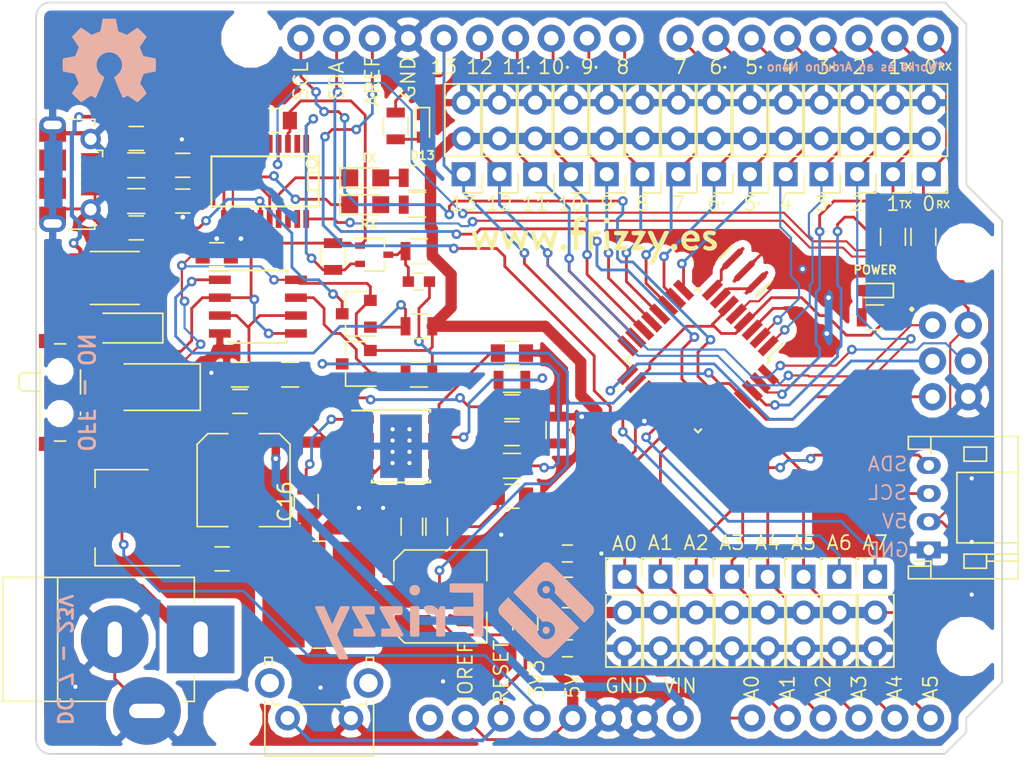
<source format=kicad_pcb>
(kicad_pcb (version 20171130) (host pcbnew 5.1.6-c6e7f7d~87~ubuntu18.04.1)
  (layers (0 F.Cu signal) (31 B.Cu signal) (34 B.Paste user) (35 F.Paste user) (36 B.SilkS user) (37 F.SilkS user) (38 B.Mask user hide) (39 F.Mask user) (44 Edge.Cuts user))
  (net 0 "")
  (net 1 +3V3)
  (net 2 GND)
  (net 3 USB_5V)
  (net 4 "Net-(C4-Pad1)")
  (net 5 AREF)
  (net 6 RESET)
  (net 7 DTR)
  (net 8 "Net-(C15-Pad1)")
  (net 9 "Net-(C8-Pad1)")
  (net 10 "Net-(C8-Pad2)")
  (net 11 VIN)
  (net 12 "Net-(C11-Pad1)")
  (net 13 +5V)
  (net 14 "Net-(C16-Pad1)")
  (net 15 "Net-(C16-Pad2)")
  (net 16 "Net-(C19-Pad1)")
  (net 17 "Net-(C20-Pad1)")
  (net 18 "Net-(C22-Pad1)")
  (net 19 "Net-(D2-Pad2)")
  (net 20 "Net-(D4-Pad2)")
  (net 21 AD0)
  (net 22 AD1)
  (net 23 AD2)
  (net 24 AD3)
  (net 25 AD4/SDA)
  (net 26 AD5/SCL)
  (net 27 IO2/PIN2)
  (net 28 IO3/PIN3)
  (net 29 IO4/PIN4)
  (net 30 IO5/PIN5)
  (net 31 IO6/PIN6)
  (net 32 IO7/PIN7)
  (net 33 IO8/PIN8)
  (net 34 IO9/PIN9)
  (net 35 SS/PIN10)
  (net 36 MOSI/PIN11)
  (net 37 MISO/PIN12)
  (net 38 SCK/PIN13)
  (net 39 VDD5)
  (net 40 "Net-(LED1-Pad2)")
  (net 41 "Net-(LED1-Pad1)")
  (net 42 "Net-(LED2-Pad2)")
  (net 43 "Net-(LED2-Pad1)")
  (net 44 RX)
  (net 45 AD7)
  (net 46 TX)
  (net 47 AD6)
  (net 48 "Net-(Q1-Pad2)")
  (net 49 "Net-(Q4-Pad1)")
  (net 50 "Net-(Q5-Pad1)")
  (net 51 "Net-(R5-Pad2)")
  (net 52 "Net-(R6-Pad2)")
  (net 53 "Net-(R10-Pad2)")
  (net 54 "Net-(R11-Pad1)")
  (net 55 "Net-(SW1-Pad3)")
  (net 56 "Net-(U1-Pad2)")
  (net 57 "Net-(U1-Pad5)")
  (net 58 "Net-(U1-Pad7)")
  (net 59 "Net-(U1-Pad8)")
  (net 60 "Net-(U1-Pad9)")
  (net 61 "Net-(U1-Pad18)")
  (net 62 "Net-(U1-Pad19)")
  (net 63 "Net-(U4-Pad7)")
  (net 64 "Net-(U4-Pad8)")
  (net 65 "Net-(J1-Pad2)")
  (net 66 "Net-(J1-Pad3)")
  (net 67 "Net-(J1-Pad4)")
  (net 68 "Net-(D1-Pad2)")
  (net 69 "Net-(J19-Pad1)")
  (module Fiducials:Fiducial_1mm_Dia_2mm_Outer (layer F.Cu) (at 123.19 63.246)
    (fp_text reference REF** hide)
    (fp_text value Fiducial_1mm_Dia_2mm_Outer hide)
    (pad ~ smd circle (at 0 0) (size 1 1) (layers F.Cu F.Mask) (clearance 0.5))
  )
  (module Fiducials:Fiducial_1mm_Dia_2mm_Outer (layer F.Cu) (at 118.364 91.44)
    (fp_text reference REF** hide)
    (fp_text value Fiducial_1mm_Dia_2mm_Outer hide)
    (pad ~ smd circle (at 0 0) (size 1 1) (layers F.Cu F.Mask) (clearance 0.5))
  )
  (module Boards:ARDUINO_R3 (layer F.Cu) (at 144.78 87.63)
    (fp_text reference J3 hide)
    (fp_text value ARDUINO_R3 hide)
    (pad 3.3V thru_hole circle (at 2.54 24.13) (size 1.9304 1.9304) (drill 1.016) (layers *.Cu *.Mask) (net 1 +3V3))
    (pad 5V thru_hole circle (at 5.08 24.13) (size 1.9304 1.9304) (drill 1.016) (layers *.Cu *.Mask) (net 13 +5V))
    (pad A0 thru_hole circle (at 17.78 24.13) (size 1.9304 1.9304) (drill 1.016) (layers *.Cu *.Mask) (net 21 AD0))
    (pad A1 thru_hole circle (at 20.32 24.13) (size 1.9304 1.9304) (drill 1.016) (layers *.Cu *.Mask) (net 22 AD1))
    (pad A2 thru_hole circle (at 22.86 24.13) (size 1.9304 1.9304) (drill 1.016) (layers *.Cu *.Mask) (net 23 AD2))
    (pad A3 thru_hole circle (at 25.4 24.13) (size 1.9304 1.9304) (drill 1.016) (layers *.Cu *.Mask) (net 24 AD3))
    (pad A4 thru_hole circle (at 27.94 24.13) (size 1.9304 1.9304) (drill 1.016) (layers *.Cu *.Mask) (net 25 AD4/SDA))
    (pad A5 thru_hole circle (at 30.48 24.13) (size 1.9304 1.9304) (drill 1.016) (layers *.Cu *.Mask) (net 26 AD5/SCL))
    (pad AREF thru_hole circle (at -9.144 -24.13) (size 1.9304 1.9304) (drill 1.016) (layers *.Cu *.Mask) (net 5 AREF))
    (pad D0 thru_hole circle (at 30.48 -24.13) (size 1.9304 1.9304) (drill 1.016) (layers *.Cu *.Mask) (net 44 RX))
    (pad D1 thru_hole circle (at 27.94 -24.13) (size 1.9304 1.9304) (drill 1.016) (layers *.Cu *.Mask) (net 46 TX))
    (pad D2 thru_hole circle (at 25.4 -24.13) (size 1.9304 1.9304) (drill 1.016) (layers *.Cu *.Mask) (net 27 IO2/PIN2))
    (pad D3 thru_hole circle (at 22.86 -24.13) (size 1.9304 1.9304) (drill 1.016) (layers *.Cu *.Mask) (net 28 IO3/PIN3))
    (pad D4 thru_hole circle (at 20.32 -24.13) (size 1.9304 1.9304) (drill 1.016) (layers *.Cu *.Mask) (net 29 IO4/PIN4))
    (pad D5 thru_hole circle (at 17.78 -24.13) (size 1.9304 1.9304) (drill 1.016) (layers *.Cu *.Mask) (net 30 IO5/PIN5))
    (pad D6 thru_hole circle (at 15.24 -24.13) (size 1.9304 1.9304) (drill 1.016) (layers *.Cu *.Mask) (net 31 IO6/PIN6))
    (pad D7 thru_hole circle (at 12.7 -24.13) (size 1.9304 1.9304) (drill 1.016) (layers *.Cu *.Mask) (net 32 IO7/PIN7))
    (pad D8 thru_hole circle (at 8.636 -24.13) (size 1.9304 1.9304) (drill 1.016) (layers *.Cu *.Mask) (net 33 IO8/PIN8))
    (pad D9 thru_hole circle (at 6.096 -24.13) (size 1.9304 1.9304) (drill 1.016) (layers *.Cu *.Mask) (net 34 IO9/PIN9))
    (pad D10 thru_hole circle (at 3.556 -24.13) (size 1.9304 1.9304) (drill 1.016) (layers *.Cu *.Mask) (net 35 SS/PIN10))
    (pad D11 thru_hole circle (at 1.016 -24.13) (size 1.9304 1.9304) (drill 1.016) (layers *.Cu *.Mask) (net 36 MOSI/PIN11))
    (pad D12 thru_hole circle (at -1.524 -24.13) (size 1.9304 1.9304) (drill 1.016) (layers *.Cu *.Mask) (net 37 MISO/PIN12))
    (pad D13 thru_hole circle (at -4.064 -24.13) (size 1.9304 1.9304) (drill 1.016) (layers *.Cu *.Mask) (net 38 SCK/PIN13))
    (pad GND@ thru_hole circle (at 7.62 24.13) (size 1.9304 1.9304) (drill 1.016) (layers *.Cu *.Mask) (net 2 GND))
    (pad GND@ thru_hole circle (at 10.16 24.13) (size 1.9304 1.9304) (drill 1.016) (layers *.Cu *.Mask) (net 2 GND))
    (pad GND@ thru_hole circle (at -6.604 -24.13) (size 1.9304 1.9304) (drill 1.016) (layers *.Cu *.Mask) (net 2 GND))
    (pad GND@ thru_hole circle (at 33.1597 1.31826) (size 1.9304 1.9304) (drill 1.016) (layers *.Cu *.Mask) (net 2 GND))
    (pad IORE thru_hole circle (at -2.54 24.13) (size 1.9304 1.9304) (drill 1.016) (layers *.Cu *.Mask) (net 13 +5V))
    (pad MISO thru_hole circle (at 30.6197 -3.7592) (size 1.9304 1.9304) (drill 1.016) (layers *.Cu *.Mask) (net 37 MISO/PIN12))
    (pad MOSI thru_hole circle (at 33.1597 -1.2192) (size 1.9304 1.9304) (drill 1.016) (layers *.Cu *.Mask) (net 36 MOSI/PIN11))
    (pad NC thru_hole circle (at -5.08 24.13) (size 1.9304 1.9304) (drill 1.016) (layers *.Cu *.Mask))
    (pad RESE thru_hole circle (at 0 24.13) (size 1.9304 1.9304) (drill 1.016) (layers *.Cu *.Mask) (net 6 RESET))
    (pad RESE thru_hole circle (at 30.6197 1.31826) (size 1.9304 1.9304) (drill 1.016) (layers *.Cu *.Mask) (net 6 RESET))
    (pad SCK thru_hole circle (at 30.6197 -1.2192) (size 1.9304 1.9304) (drill 1.016) (layers *.Cu *.Mask) (net 38 SCK/PIN13))
    (pad SCL thru_hole circle (at -14.224 -24.13) (size 1.9304 1.9304) (drill 1.016) (layers *.Cu *.Mask) (net 26 AD5/SCL))
    (pad SDA thru_hole circle (at -11.684 -24.13) (size 1.9304 1.9304) (drill 1.016) (layers *.Cu *.Mask) (net 25 AD4/SDA))
    (pad VCC thru_hole circle (at 33.1597 -3.7592) (size 1.9304 1.9304) (drill 1.016) (layers *.Cu *.Mask) (net 13 +5V))
    (pad VIN thru_hole circle (at 12.7 24.13) (size 1.9304 1.9304) (drill 1.016) (layers *.Cu *.Mask) (net 11 VIN))
    (pad "" np_thru_hole circle (at -17.78 -24.13) (size 3.175 3.175) (drill 3.175) (layers *.Cu *.Mask))
    (pad "" np_thru_hole circle (at 33.02 -8.89) (size 3.175 3.175) (drill 3.175) (layers *.Cu *.Mask))
    (pad "" np_thru_hole circle (at 33.02 19.05) (size 3.175 3.175) (drill 3.175) (layers *.Cu *.Mask))
    (pad "" np_thru_hole circle (at -19.05 24.13) (size 3.175 3.175) (drill 3.175) (layers *.Cu *.Mask))
  )
  (module Symbols:OSHW-Symbol_6.7x6mm_SilkScreen (layer B.Cu) (at 116.967 65.0875 180)
    (fp_text reference REF*** hide)
    (fp_text value OSHW-Symbol_6.7x6mm_SilkScreen hide)
  )
  (module Capacitors_SMD:C_0805 (layer F.Cu) (at 128.778 69.342 180)
    (fp_text reference C1 hide)
    (fp_text value 100nF)
    (pad 1 smd rect (at -1 0 180) (size 1 1.25) (layers F.Cu F.Paste F.Mask) (net 1 +3V3))
    (pad 2 smd rect (at 1 0 180) (size 1 1.25) (layers F.Cu F.Paste F.Mask) (net 2 GND))
  )
  (module Capacitors_SMD:C_0805 (layer F.Cu) (at 118.872 76.962 180)
    (fp_text reference C2 hide)
    (fp_text value 100nF)
    (pad 1 smd rect (at -1 0 180) (size 1 1.25) (layers F.Cu F.Paste F.Mask) (net 3 USB_5V))
    (pad 2 smd rect (at 1 0 180) (size 1 1.25) (layers F.Cu F.Paste F.Mask) (net 2 GND))
  )
  (module Capacitors_Tantalum_SMD:CP_Tantalum_Case-A_EIA-3216-18_Reflow (layer F.Cu) (at 118.11 84.074 180)
    (fp_text reference C3 hide)
    (fp_text value 10nF)
    (pad 1 smd rect (at -1.375 0 180) (size 1.95 1.5) (layers F.Cu F.Paste F.Mask) (net 3 USB_5V))
    (pad 2 smd rect (at 1.375 0 180) (size 1.95 1.5) (layers F.Cu F.Paste F.Mask) (net 2 GND))
  )
  (module Capacitors_SMD:C_0805 (layer F.Cu) (at 118.872 70.612)
    (fp_text reference C4 hide)
    (fp_text value 100nF)
    (pad 1 smd rect (at -1 0) (size 1 1.25) (layers F.Cu F.Paste F.Mask) (net 4 "Net-(C4-Pad1)"))
    (pad 2 smd rect (at 1 0) (size 1 1.25) (layers F.Cu F.Paste F.Mask) (net 2 GND))
  )
  (module Capacitors_SMD:C_0603 (layer F.Cu) (at 149.479 100.076)
    (fp_text reference C5 hide)
    (fp_text value 100nF)
    (pad 2 smd rect (at 0.75 0) (size 0.8 0.75) (layers F.Cu F.Paste F.Mask) (net 2 GND))
    (pad 1 smd rect (at -0.75 0) (size 0.8 0.75) (layers F.Cu F.Paste F.Mask) (net 5 AREF))
  )
  (module Capacitors_SMD:C_0603 (layer F.Cu) (at 138.938 80.772)
    (fp_text reference C6 hide)
    (fp_text value 100nF)
    (pad 2 smd rect (at 0.75 0) (size 0.8 0.75) (layers F.Cu F.Paste F.Mask) (net 6 RESET))
    (pad 1 smd rect (at -0.75 0) (size 0.8 0.75) (layers F.Cu F.Paste F.Mask) (net 7 DTR))
  )
  (module Capacitors_SMD:CP_Elec_6.3x5.3 (layer F.Cu) (at 140.462 103.124)
    (fp_text reference C7 hide)
    (fp_text value 100uF)
    (pad 1 smd rect (at -2.7 0 180) (size 3.5 1.6) (layers F.Cu F.Paste F.Mask) (net 8 "Net-(C15-Pad1)"))
    (pad 2 smd rect (at 2.7 0 180) (size 3.5 1.6) (layers F.Cu F.Paste F.Mask) (net 2 GND))
  )
  (module Capacitors_SMD:C_0805 (layer F.Cu) (at 145.542 91.567)
    (fp_text reference C8 hide)
    (fp_text value 3.3nF)
    (pad 1 smd rect (at -1 0) (size 1 1.25) (layers F.Cu F.Paste F.Mask) (net 9 "Net-(C8-Pad1)"))
    (pad 2 smd rect (at 1 0) (size 1 1.25) (layers F.Cu F.Paste F.Mask) (net 10 "Net-(C8-Pad2)"))
  )
  (module Capacitors_SMD:CP_Elec_6.3x5.3 (layer F.Cu) (at 126.492 94.869 270)
    (fp_text reference C9 hide)
    (fp_text value 100uF)
    (pad 1 smd rect (at -2.7 0 90) (size 3.5 1.6) (layers F.Cu F.Paste F.Mask) (net 11 VIN))
    (pad 2 smd rect (at 2.7 0 90) (size 3.5 1.6) (layers F.Cu F.Paste F.Mask) (net 2 GND))
  )
  (module Capacitors_SMD:C_0805 (layer F.Cu) (at 145.542 89.662)
    (fp_text reference C10 hide)
    (fp_text value 100nF)
    (pad 1 smd rect (at -1 0) (size 1 1.25) (layers F.Cu F.Paste F.Mask) (net 11 VIN))
    (pad 2 smd rect (at 1 0) (size 1 1.25) (layers F.Cu F.Paste F.Mask) (net 2 GND))
  )
  (module Capacitors_SMD:C_0805 (layer F.Cu) (at 145.542 85.852)
    (fp_text reference C11 hide)
    (fp_text value 100nF)
    (pad 1 smd rect (at -1 0) (size 1 1.25) (layers F.Cu F.Paste F.Mask) (net 12 "Net-(C11-Pad1)"))
    (pad 2 smd rect (at 1 0) (size 1 1.25) (layers F.Cu F.Paste F.Mask) (net 2 GND))
  )
  (module Capacitors_SMD:C_0603 (layer F.Cu) (at 149.479 106.807)
    (fp_text reference C12 hide)
    (fp_text value 1uF)
    (pad 2 smd rect (at 0.75 0) (size 0.8 0.75) (layers F.Cu F.Paste F.Mask) (net 2 GND))
    (pad 1 smd rect (at -0.75 0) (size 0.8 0.75) (layers F.Cu F.Paste F.Mask) (net 13 +5V))
  )
  (module Capacitors_SMD:C_0603 (layer F.Cu) (at 149.479 104.521)
    (fp_text reference C13 hide)
    (fp_text value 100nF)
    (pad 2 smd rect (at 0.75 0) (size 0.8 0.75) (layers F.Cu F.Paste F.Mask) (net 2 GND))
    (pad 1 smd rect (at -0.75 0) (size 0.8 0.75) (layers F.Cu F.Paste F.Mask) (net 13 +5V))
  )
  (module Capacitors_SMD:C_0603 (layer F.Cu) (at 149.479 102.362)
    (fp_text reference C14 hide)
    (fp_text value 10nF)
    (pad 2 smd rect (at 0.75 0) (size 0.8 0.75) (layers F.Cu F.Paste F.Mask) (net 2 GND))
    (pad 1 smd rect (at -0.75 0) (size 0.8 0.75) (layers F.Cu F.Paste F.Mask) (net 13 +5V))
  )
  (module Capacitors_SMD:C_0805 (layer F.Cu) (at 145.542 96.012)
    (fp_text reference C15 hide)
    (fp_text value 100nF)
    (pad 1 smd rect (at -1 0) (size 1 1.25) (layers F.Cu F.Paste F.Mask) (net 8 "Net-(C15-Pad1)"))
    (pad 2 smd rect (at 1 0) (size 1 1.25) (layers F.Cu F.Paste F.Mask) (net 2 GND))
  )
  (module Capacitors_SMD:C_0805 (layer F.Cu) (at 130.937 96.393 90)
    (fp_text reference C16 (at 0 -1.5 90) (layer F.SilkS))
    (fp_text value 10nF)
    (pad 1 smd rect (at -1 0 90) (size 1 1.25) (layers F.Cu F.Paste F.Mask) (net 14 "Net-(C16-Pad1)"))
    (pad 2 smd rect (at 1 0 90) (size 1 1.25) (layers F.Cu F.Paste F.Mask) (net 15 "Net-(C16-Pad2)"))
  )
  (module Capacitors_SMD:C_0805 (layer F.Cu) (at 122.174 75.057)
    (fp_text reference C19 hide)
    (fp_text value 47pF)
    (pad 1 smd rect (at -1 0) (size 1 1.25) (layers F.Cu F.Paste F.Mask) (net 16 "Net-(C19-Pad1)"))
    (pad 2 smd rect (at 1 0) (size 1 1.25) (layers F.Cu F.Paste F.Mask) (net 2 GND))
  )
  (module Capacitors_SMD:C_0805 (layer F.Cu) (at 122.174 72.517)
    (fp_text reference C20 hide)
    (fp_text value 47pF)
    (pad 1 smd rect (at -1 0) (size 1 1.25) (layers F.Cu F.Paste F.Mask) (net 17 "Net-(C20-Pad1)"))
    (pad 2 smd rect (at 1 0) (size 1 1.25) (layers F.Cu F.Paste F.Mask) (net 2 GND))
  )
  (module Capacitors_SMD:C_0805 (layer F.Cu) (at 126.238 89.281 180)
    (fp_text reference C22 hide)
    (fp_text value 100nF)
    (pad 1 smd rect (at -1 0 180) (size 1 1.25) (layers F.Cu F.Paste F.Mask) (net 18 "Net-(C22-Pad1)"))
    (pad 2 smd rect (at 1 0 180) (size 1 1.25) (layers F.Cu F.Paste F.Mask) (net 2 GND))
  )
  (module Capacitors_SMD:C_0805 (layer F.Cu) (at 124.587 78.867)
    (fp_text reference C23 hide)
    (fp_text value 100nF)
    (pad 1 smd rect (at -1 0) (size 1 1.25) (layers F.Cu F.Paste F.Mask) (net 13 +5V))
    (pad 2 smd rect (at 1 0) (size 1 1.25) (layers F.Cu F.Paste F.Mask) (net 2 GND))
  )
  (module Capacitors_SMD:C_0805 (layer F.Cu) (at 124.968 100.457)
    (fp_text reference C24 hide)
    (fp_text value 100nF)
    (pad 1 smd rect (at -1 0) (size 1 1.25) (layers F.Cu F.Paste F.Mask) (net 1 +3V3))
    (pad 2 smd rect (at 1 0) (size 1 1.25) (layers F.Cu F.Paste F.Mask) (net 2 GND))
  )
  (module Diodes_SMD:D_SMA (layer F.Cu) (at 120.015 88.265 180)
    (fp_text reference D1 hide)
    (fp_text value MBRA140)
    (pad 1 smd rect (at -2 0 180) (size 2.5 1.8) (layers F.Cu F.Paste F.Mask) (net 11 VIN))
    (pad 2 smd rect (at 2 0 180) (size 2.5 1.8) (layers F.Cu F.Paste F.Mask) (net 68 "Net-(D1-Pad2)"))
  )
  (module LEDs:LED_0603 (layer F.Cu) (at 139.192 69.723 270)
    (fp_text reference D2 hide)
    (fp_text value YELLOW)
    (pad 2 smd rect (at 0.8 0 90) (size 0.8 0.8) (layers F.Cu F.Paste F.Mask) (net 19 "Net-(D2-Pad2)"))
    (pad 1 smd rect (at -0.8 0 90) (size 0.8 0.8) (layers F.Cu F.Paste F.Mask) (net 2 GND))
  )
  (module LEDs:LED_0603 (layer F.Cu) (at 171.323 81.407 180)
    (fp_text reference D4 hide)
    (fp_text value PURPLE)
    (pad 2 smd rect (at 0.8 0) (size 0.8 0.8) (layers F.Cu F.Paste F.Mask) (net 20 "Net-(D4-Pad2)"))
    (pad 1 smd rect (at -0.8 0) (size 0.8 0.8) (layers F.Cu F.Paste F.Mask) (net 2 GND))
  )
  (module Resistors_SMD:R_1812 (layer F.Cu) (at 117.348 80.518 180)
    (fp_text reference F2 hide)
    (fp_text value 500mA)
    (pad 1 smd rect (at -2.44 0 180) (size 1.6 3.5) (layers F.Cu F.Paste F.Mask) (net 3 USB_5V))
    (pad 2 smd rect (at 2.44 0 180) (size 1.6 3.5) (layers F.Cu F.Paste F.Mask) (net 4 "Net-(C4-Pad1)"))
  )
  (module Connectors:JACK_ALIM (layer F.Cu) (at 123.444 106.172)
    (fp_text reference J19 hide)
    (fp_text value POWER_JACKPTH)
    (pad 2 thru_hole circle (at -6.1 0) (size 4.8 4.8) (drill oval 1.02 2.54) (layers *.Cu *.Mask) (net 2 GND))
    (pad 1 thru_hole rect (at 0 0) (size 4.8 4.8) (drill oval 1.02 2.54) (layers *.Cu *.Mask) (net 69 "Net-(J19-Pad1)"))
    (pad 3 thru_hole circle (at -3.81 5.08) (size 4.8 4.8) (drill oval 2.54 1.02) (layers *.Cu *.Mask) (net 2 GND))
  )
  (module Inductors_SMD:L_Wuerth_WE-PD2-Typ-L (layer F.Cu) (at 131.826 102.997)
    (fp_text reference L1 hide)
    (fp_text value 10uH)
    (pad 1 smd rect (at -2.5 0) (size 3 7.5) (layers F.Cu F.Paste F.Mask) (net 14 "Net-(C16-Pad1)"))
    (pad 2 smd rect (at 2.5 0) (size 3 7.5) (layers F.Cu F.Paste F.Mask) (net 8 "Net-(C15-Pad1)"))
  )
  (module Inductors_SMD:L_0805 (layer F.Cu) (at 145.542 93.853)
    (fp_text reference L2 hide)
    (fp_text value "60R 100M Ferrite")
    (pad 1 smd rect (at -0.95 0) (size 0.7 1.3) (layers F.Cu F.Paste F.Mask) (net 8 "Net-(C15-Pad1)"))
    (pad 2 smd rect (at 0.95 0) (size 0.7 1.3) (layers F.Cu F.Paste F.Mask) (net 39 VDD5))
  )
  (module LEDs:LED_0805 (layer F.Cu) (at 135.128 73.406)
    (fp_text reference LED1 hide)
    (fp_text value RED)
    (pad 2 smd rect (at 1.1 0 180) (size 1.2 1.2) (layers F.Cu F.Paste F.Mask) (net 40 "Net-(LED1-Pad2)"))
    (pad 1 smd rect (at -1.1 0 180) (size 1.2 1.2) (layers F.Cu F.Paste F.Mask) (net 41 "Net-(LED1-Pad1)"))
  )
  (module LEDs:LED_0805 (layer F.Cu) (at 135.128 75.311)
    (fp_text reference LED2 hide)
    (fp_text value GREEN)
    (pad 2 smd rect (at 1.1 0 180) (size 1.2 1.2) (layers F.Cu F.Paste F.Mask) (net 42 "Net-(LED2-Pad2)"))
    (pad 1 smd rect (at -1.1 0 180) (size 1.2 1.2) (layers F.Cu F.Paste F.Mask) (net 43 "Net-(LED2-Pad1)"))
  )
  (module Pin_Headers:Pin_Header_Straight_1x03_Pitch2.54mm (layer F.Cu) (at 175.133 73.152 180)
    (fp_text reference P1 hide)
    (fp_text value CONN_01X03 hide)
    (pad 1 thru_hole rect (at 0 0 180) (size 1.7 1.7) (drill 1) (layers *.Cu *.Mask) (net 44 RX))
    (pad 2 thru_hole oval (at 0 2.54 180) (size 1.7 1.7) (drill 1) (layers *.Cu *.Mask) (net 13 +5V))
    (pad 3 thru_hole oval (at 0 5.08 180) (size 1.7 1.7) (drill 1) (layers *.Cu *.Mask) (net 2 GND))
  )
  (module Pin_Headers:Pin_Header_Straight_1x03_Pitch2.54mm (layer F.Cu) (at 162.433 73.152 180)
    (fp_text reference P2 hide)
    (fp_text value CONN_01X03 hide)
    (pad 1 thru_hole rect (at 0 0 180) (size 1.7 1.7) (drill 1) (layers *.Cu *.Mask) (net 30 IO5/PIN5))
    (pad 2 thru_hole oval (at 0 2.54 180) (size 1.7 1.7) (drill 1) (layers *.Cu *.Mask) (net 13 +5V))
    (pad 3 thru_hole oval (at 0 5.08 180) (size 1.7 1.7) (drill 1) (layers *.Cu *.Mask) (net 2 GND))
  )
  (module Pin_Headers:Pin_Header_Straight_1x03_Pitch2.54mm (layer F.Cu) (at 149.733 73.152 180)
    (fp_text reference P3 hide)
    (fp_text value CONN_01X03 hide)
    (pad 1 thru_hole rect (at 0 0 180) (size 1.7 1.7) (drill 1) (layers *.Cu *.Mask) (net 35 SS/PIN10))
    (pad 2 thru_hole oval (at 0 2.54 180) (size 1.7 1.7) (drill 1) (layers *.Cu *.Mask) (net 13 +5V))
    (pad 3 thru_hole oval (at 0 5.08 180) (size 1.7 1.7) (drill 1) (layers *.Cu *.Mask) (net 2 GND))
  )
  (module Pin_Headers:Pin_Header_Straight_1x03_Pitch2.54mm (layer F.Cu) (at 153.543 101.727)
    (fp_text reference P4 hide)
    (fp_text value CONN_01X03 hide)
    (pad 1 thru_hole rect (at 0 0) (size 1.7 1.7) (drill 1) (layers *.Cu *.Mask) (net 21 AD0))
    (pad 2 thru_hole oval (at 0 2.54) (size 1.7 1.7) (drill 1) (layers *.Cu *.Mask) (net 13 +5V))
    (pad 3 thru_hole oval (at 0 5.08) (size 1.7 1.7) (drill 1) (layers *.Cu *.Mask) (net 2 GND))
  )
  (module Pin_Headers:Pin_Header_Straight_1x03_Pitch2.54mm (layer F.Cu) (at 171.323 101.727)
    (fp_text reference P5 hide)
    (fp_text value CONN_01X03 hide)
    (pad 1 thru_hole rect (at 0 0) (size 1.7 1.7) (drill 1) (layers *.Cu *.Mask) (net 45 AD7))
    (pad 2 thru_hole oval (at 0 2.54) (size 1.7 1.7) (drill 1) (layers *.Cu *.Mask) (net 13 +5V))
    (pad 3 thru_hole oval (at 0 5.08) (size 1.7 1.7) (drill 1) (layers *.Cu *.Mask) (net 2 GND))
  )
  (module Pin_Headers:Pin_Header_Straight_1x03_Pitch2.54mm (layer F.Cu) (at 172.593 73.152 180)
    (fp_text reference P6 hide)
    (fp_text value CONN_01X03 hide)
    (pad 1 thru_hole rect (at 0 0 180) (size 1.7 1.7) (drill 1) (layers *.Cu *.Mask) (net 46 TX))
    (pad 2 thru_hole oval (at 0 2.54 180) (size 1.7 1.7) (drill 1) (layers *.Cu *.Mask) (net 13 +5V))
    (pad 3 thru_hole oval (at 0 5.08 180) (size 1.7 1.7) (drill 1) (layers *.Cu *.Mask) (net 2 GND))
  )
  (module Pin_Headers:Pin_Header_Straight_1x03_Pitch2.54mm (layer F.Cu) (at 159.893 73.152 180)
    (fp_text reference P7 hide)
    (fp_text value CONN_01X03 hide)
    (pad 1 thru_hole rect (at 0 0 180) (size 1.7 1.7) (drill 1) (layers *.Cu *.Mask) (net 31 IO6/PIN6))
    (pad 2 thru_hole oval (at 0 2.54 180) (size 1.7 1.7) (drill 1) (layers *.Cu *.Mask) (net 13 +5V))
    (pad 3 thru_hole oval (at 0 5.08 180) (size 1.7 1.7) (drill 1) (layers *.Cu *.Mask) (net 2 GND))
  )
  (module Pin_Headers:Pin_Header_Straight_1x03_Pitch2.54mm (layer F.Cu) (at 147.193 73.152 180)
    (fp_text reference P8 hide)
    (fp_text value CONN_01X03 hide)
    (pad 1 thru_hole rect (at 0 0 180) (size 1.7 1.7) (drill 1) (layers *.Cu *.Mask) (net 36 MOSI/PIN11))
    (pad 2 thru_hole oval (at 0 2.54 180) (size 1.7 1.7) (drill 1) (layers *.Cu *.Mask) (net 13 +5V))
    (pad 3 thru_hole oval (at 0 5.08 180) (size 1.7 1.7) (drill 1) (layers *.Cu *.Mask) (net 2 GND))
  )
  (module Pin_Headers:Pin_Header_Straight_1x03_Pitch2.54mm (layer F.Cu) (at 156.083 101.727)
    (fp_text reference P9 hide)
    (fp_text value CONN_01X03 hide)
    (pad 1 thru_hole rect (at 0 0) (size 1.7 1.7) (drill 1) (layers *.Cu *.Mask) (net 22 AD1))
    (pad 2 thru_hole oval (at 0 2.54) (size 1.7 1.7) (drill 1) (layers *.Cu *.Mask) (net 13 +5V))
    (pad 3 thru_hole oval (at 0 5.08) (size 1.7 1.7) (drill 1) (layers *.Cu *.Mask) (net 2 GND))
  )
  (module Pin_Headers:Pin_Header_Straight_1x03_Pitch2.54mm (layer F.Cu) (at 168.783 101.727)
    (fp_text reference P10 hide)
    (fp_text value CONN_01X03 hide)
    (pad 1 thru_hole rect (at 0 0) (size 1.7 1.7) (drill 1) (layers *.Cu *.Mask) (net 47 AD6))
    (pad 2 thru_hole oval (at 0 2.54) (size 1.7 1.7) (drill 1) (layers *.Cu *.Mask) (net 13 +5V))
    (pad 3 thru_hole oval (at 0 5.08) (size 1.7 1.7) (drill 1) (layers *.Cu *.Mask) (net 2 GND))
  )
  (module Pin_Headers:Pin_Header_Straight_1x03_Pitch2.54mm (layer F.Cu) (at 170.053 73.152 180)
    (fp_text reference P11 hide)
    (fp_text value CONN_01X03 hide)
    (pad 1 thru_hole rect (at 0 0 180) (size 1.7 1.7) (drill 1) (layers *.Cu *.Mask) (net 27 IO2/PIN2))
    (pad 2 thru_hole oval (at 0 2.54 180) (size 1.7 1.7) (drill 1) (layers *.Cu *.Mask) (net 13 +5V))
    (pad 3 thru_hole oval (at 0 5.08 180) (size 1.7 1.7) (drill 1) (layers *.Cu *.Mask) (net 2 GND))
  )
  (module Pin_Headers:Pin_Header_Straight_1x03_Pitch2.54mm (layer F.Cu) (at 157.353 73.152 180)
    (fp_text reference P12 hide)
    (fp_text value CONN_01X03 hide)
    (pad 1 thru_hole rect (at 0 0 180) (size 1.7 1.7) (drill 1) (layers *.Cu *.Mask) (net 32 IO7/PIN7))
    (pad 2 thru_hole oval (at 0 2.54 180) (size 1.7 1.7) (drill 1) (layers *.Cu *.Mask) (net 13 +5V))
    (pad 3 thru_hole oval (at 0 5.08 180) (size 1.7 1.7) (drill 1) (layers *.Cu *.Mask) (net 2 GND))
  )
  (module Pin_Headers:Pin_Header_Straight_1x03_Pitch2.54mm (layer F.Cu) (at 144.653 73.152 180)
    (fp_text reference P13 hide)
    (fp_text value CONN_01X03 hide)
    (pad 1 thru_hole rect (at 0 0 180) (size 1.7 1.7) (drill 1) (layers *.Cu *.Mask) (net 37 MISO/PIN12))
    (pad 2 thru_hole oval (at 0 2.54 180) (size 1.7 1.7) (drill 1) (layers *.Cu *.Mask) (net 13 +5V))
    (pad 3 thru_hole oval (at 0 5.08 180) (size 1.7 1.7) (drill 1) (layers *.Cu *.Mask) (net 2 GND))
  )
  (module Pin_Headers:Pin_Header_Straight_1x03_Pitch2.54mm (layer F.Cu) (at 158.623 101.727)
    (fp_text reference P14 hide)
    (fp_text value CONN_01X03 hide)
    (pad 1 thru_hole rect (at 0 0) (size 1.7 1.7) (drill 1) (layers *.Cu *.Mask) (net 23 AD2))
    (pad 2 thru_hole oval (at 0 2.54) (size 1.7 1.7) (drill 1) (layers *.Cu *.Mask) (net 13 +5V))
    (pad 3 thru_hole oval (at 0 5.08) (size 1.7 1.7) (drill 1) (layers *.Cu *.Mask) (net 2 GND))
  )
  (module Pin_Headers:Pin_Header_Straight_1x03_Pitch2.54mm (layer F.Cu) (at 167.513 73.152 180)
    (fp_text reference P15 hide)
    (fp_text value CONN_01X03 hide)
    (pad 1 thru_hole rect (at 0 0 180) (size 1.7 1.7) (drill 1) (layers *.Cu *.Mask) (net 28 IO3/PIN3))
    (pad 2 thru_hole oval (at 0 2.54 180) (size 1.7 1.7) (drill 1) (layers *.Cu *.Mask) (net 13 +5V))
    (pad 3 thru_hole oval (at 0 5.08 180) (size 1.7 1.7) (drill 1) (layers *.Cu *.Mask) (net 2 GND))
  )
  (module Pin_Headers:Pin_Header_Straight_1x03_Pitch2.54mm (layer F.Cu) (at 154.813 73.152 180)
    (fp_text reference P16 hide)
    (fp_text value CONN_01X03 hide)
    (pad 1 thru_hole rect (at 0 0 180) (size 1.7 1.7) (drill 1) (layers *.Cu *.Mask) (net 33 IO8/PIN8))
    (pad 2 thru_hole oval (at 0 2.54 180) (size 1.7 1.7) (drill 1) (layers *.Cu *.Mask) (net 13 +5V))
    (pad 3 thru_hole oval (at 0 5.08 180) (size 1.7 1.7) (drill 1) (layers *.Cu *.Mask) (net 2 GND))
  )
  (module Pin_Headers:Pin_Header_Straight_1x03_Pitch2.54mm (layer F.Cu) (at 142.113 73.152 180)
    (fp_text reference P17 hide)
    (fp_text value CONN_01X03 hide)
    (pad 1 thru_hole rect (at 0 0 180) (size 1.7 1.7) (drill 1) (layers *.Cu *.Mask) (net 38 SCK/PIN13))
    (pad 2 thru_hole oval (at 0 2.54 180) (size 1.7 1.7) (drill 1) (layers *.Cu *.Mask) (net 13 +5V))
    (pad 3 thru_hole oval (at 0 5.08 180) (size 1.7 1.7) (drill 1) (layers *.Cu *.Mask) (net 2 GND))
  )
  (module Pin_Headers:Pin_Header_Straight_1x03_Pitch2.54mm (layer F.Cu) (at 161.163 101.727)
    (fp_text reference P18 hide)
    (fp_text value CONN_01X03 hide)
    (pad 1 thru_hole rect (at 0 0) (size 1.7 1.7) (drill 1) (layers *.Cu *.Mask) (net 24 AD3))
    (pad 2 thru_hole oval (at 0 2.54) (size 1.7 1.7) (drill 1) (layers *.Cu *.Mask) (net 13 +5V))
    (pad 3 thru_hole oval (at 0 5.08) (size 1.7 1.7) (drill 1) (layers *.Cu *.Mask) (net 2 GND))
  )
  (module Pin_Headers:Pin_Header_Straight_1x03_Pitch2.54mm (layer F.Cu) (at 164.973 73.152 180)
    (fp_text reference P19 hide)
    (fp_text value CONN_01X03 hide)
    (pad 1 thru_hole rect (at 0 0 180) (size 1.7 1.7) (drill 1) (layers *.Cu *.Mask) (net 29 IO4/PIN4))
    (pad 2 thru_hole oval (at 0 2.54 180) (size 1.7 1.7) (drill 1) (layers *.Cu *.Mask) (net 13 +5V))
    (pad 3 thru_hole oval (at 0 5.08 180) (size 1.7 1.7) (drill 1) (layers *.Cu *.Mask) (net 2 GND))
  )
  (module Pin_Headers:Pin_Header_Straight_1x03_Pitch2.54mm (layer F.Cu) (at 152.273 73.152 180)
    (fp_text reference P20 hide)
    (fp_text value CONN_01X03 hide)
    (pad 1 thru_hole rect (at 0 0 180) (size 1.7 1.7) (drill 1) (layers *.Cu *.Mask) (net 34 IO9/PIN9))
    (pad 2 thru_hole oval (at 0 2.54 180) (size 1.7 1.7) (drill 1) (layers *.Cu *.Mask) (net 13 +5V))
    (pad 3 thru_hole oval (at 0 5.08 180) (size 1.7 1.7) (drill 1) (layers *.Cu *.Mask) (net 2 GND))
  )
  (module Pin_Headers:Pin_Header_Straight_1x03_Pitch2.54mm (layer F.Cu) (at 163.703 101.727)
    (fp_text reference P21 hide)
    (fp_text value CONN_01X03 hide)
    (pad 1 thru_hole rect (at 0 0) (size 1.7 1.7) (drill 1) (layers *.Cu *.Mask) (net 25 AD4/SDA))
    (pad 2 thru_hole oval (at 0 2.54) (size 1.7 1.7) (drill 1) (layers *.Cu *.Mask) (net 13 +5V))
    (pad 3 thru_hole oval (at 0 5.08) (size 1.7 1.7) (drill 1) (layers *.Cu *.Mask) (net 2 GND))
  )
  (module Pin_Headers:Pin_Header_Straight_1x03_Pitch2.54mm (layer F.Cu) (at 166.243 101.727)
    (fp_text reference P22 hide)
    (fp_text value CONN_01X03 hide)
    (pad 1 thru_hole rect (at 0 0) (size 1.7 1.7) (drill 1) (layers *.Cu *.Mask) (net 26 AD5/SCL))
    (pad 2 thru_hole oval (at 0 2.54) (size 1.7 1.7) (drill 1) (layers *.Cu *.Mask) (net 13 +5V))
    (pad 3 thru_hole oval (at 0 5.08) (size 1.7 1.7) (drill 1) (layers *.Cu *.Mask) (net 2 GND))
  )
  (module Connectors_JST:JST_PH_S4B-PH-K_04x2.00mm_Angled (layer F.Cu) (at 175.133 99.822 90)
    (fp_text reference P23 hide)
    (fp_text value I2C)
    (pad 1 thru_hole rect (at 0 0 90) (size 1.2 1.7) (drill 0.75) (layers *.Cu *.Mask) (net 2 GND))
    (pad 2 thru_hole oval (at 2 0 90) (size 1.2 1.7) (drill 0.75) (layers *.Cu *.Mask) (net 13 +5V))
    (pad 3 thru_hole oval (at 4 0 90) (size 1.2 1.7) (drill 0.75) (layers *.Cu *.Mask) (net 26 AD5/SCL))
    (pad 4 thru_hole oval (at 6 0 90) (size 1.2 1.7) (drill 0.75) (layers *.Cu *.Mask) (net 25 AD4/SDA))
  )
  (module TO_SOT_Packages_SMD:SOT-323_SC-70 (layer F.Cu) (at 135.763 78.867)
    (fp_text reference Q1 hide)
    (fp_text value 2N7002PW)
    (pad 1 smd rect (at -1 -0.65 270) (size 0.45 0.7) (layers F.Cu F.Paste F.Mask) (net 1 +3V3))
    (pad 2 smd rect (at -1 0.65 270) (size 0.45 0.7) (layers F.Cu F.Paste F.Mask) (net 48 "Net-(Q1-Pad2)"))
    (pad 3 smd rect (at 1 0 270) (size 0.45 0.7) (layers F.Cu F.Paste F.Mask) (net 7 DTR))
  )
  (module TO_SOT_Packages_SMD:SOT-23 (layer F.Cu) (at 134.493 83.058 180)
    (fp_text reference Q4 hide)
    (fp_text value FDN340P)
    (pad 1 smd rect (at -1 -0.95 180) (size 0.9 0.8) (layers F.Cu F.Paste F.Mask) (net 49 "Net-(Q4-Pad1)"))
    (pad 2 smd rect (at -1 0.95 180) (size 0.9 0.8) (layers F.Cu F.Paste F.Mask) (net 13 +5V))
    (pad 3 smd rect (at 1 0 180) (size 0.9 0.8) (layers F.Cu F.Paste F.Mask) (net 3 USB_5V))
  )
  (module TO_SOT_Packages_SMD:SOT-23 (layer F.Cu) (at 134.493 86.614 180)
    (fp_text reference Q5 hide)
    (fp_text value FDN340P)
    (pad 1 smd rect (at -1 -0.95 180) (size 0.9 0.8) (layers F.Cu F.Paste F.Mask) (net 50 "Net-(Q5-Pad1)"))
    (pad 2 smd rect (at -1 0.95 180) (size 0.9 0.8) (layers F.Cu F.Paste F.Mask) (net 13 +5V))
    (pad 3 smd rect (at 1 0 180) (size 0.9 0.8) (layers F.Cu F.Paste F.Mask) (net 39 VDD5))
  )
  (module Resistors_SMD:R_0805 (layer F.Cu) (at 138.811 75.311)
    (fp_text reference R1 hide)
    (fp_text value 1k)
    (pad 1 smd rect (at -0.95 0) (size 0.7 1.3) (layers F.Cu F.Paste F.Mask) (net 42 "Net-(LED2-Pad2)"))
    (pad 2 smd rect (at 0.95 0) (size 0.7 1.3) (layers F.Cu F.Paste F.Mask) (net 13 +5V))
  )
  (module Resistors_SMD:R_0805 (layer F.Cu) (at 137.287 69.723 270)
    (fp_text reference R2 hide)
    (fp_text value 1k)
    (pad 1 smd rect (at -0.95 0 270) (size 0.7 1.3) (layers F.Cu F.Paste F.Mask) (net 38 SCK/PIN13))
    (pad 2 smd rect (at 0.95 0 270) (size 0.7 1.3) (layers F.Cu F.Paste F.Mask) (net 19 "Net-(D2-Pad2)"))
  )
  (module Resistors_SMD:R_0805 (layer F.Cu) (at 146.4945 104.902 270)
    (fp_text reference R3 hide)
    (fp_text value 10k)
    (pad 1 smd rect (at -0.95 0 270) (size 0.7 1.3) (layers F.Cu F.Paste F.Mask) (net 13 +5V))
    (pad 2 smd rect (at 0.95 0 270) (size 0.7 1.3) (layers F.Cu F.Paste F.Mask) (net 6 RESET))
  )
  (module Resistors_SMD:R_0805 (layer F.Cu) (at 138.811 73.406)
    (fp_text reference R4 hide)
    (fp_text value 1k)
    (pad 1 smd rect (at -0.95 0) (size 0.7 1.3) (layers F.Cu F.Paste F.Mask) (net 40 "Net-(LED1-Pad2)"))
    (pad 2 smd rect (at 0.95 0) (size 0.7 1.3) (layers F.Cu F.Paste F.Mask) (net 13 +5V))
  )
  (module Resistors_SMD:R_0805 (layer F.Cu) (at 174.752 77.597 270)
    (fp_text reference R5 hide)
    (fp_text value 1k)
    (pad 1 smd rect (at -0.95 0 270) (size 0.7 1.3) (layers F.Cu F.Paste F.Mask) (net 44 RX))
    (pad 2 smd rect (at 0.95 0 270) (size 0.7 1.3) (layers F.Cu F.Paste F.Mask) (net 51 "Net-(R5-Pad2)"))
  )
  (module Resistors_SMD:R_0805 (layer F.Cu) (at 172.593 77.597 270)
    (fp_text reference R6 hide)
    (fp_text value 1k)
    (pad 1 smd rect (at -0.95 0 270) (size 0.7 1.3) (layers F.Cu F.Paste F.Mask) (net 46 TX))
    (pad 2 smd rect (at 0.95 0 270) (size 0.7 1.3) (layers F.Cu F.Paste F.Mask) (net 52 "Net-(R6-Pad2)"))
  )
  (module Resistors_SMD:R_0805 (layer F.Cu) (at 138.557 98.171 270)
    (fp_text reference R7 hide)
    (fp_text value "5K6 1%")
    (pad 1 smd rect (at -0.95 0 270) (size 0.7 1.3) (layers F.Cu F.Paste F.Mask) (net 53 "Net-(R10-Pad2)"))
    (pad 2 smd rect (at 0.95 0 270) (size 0.7 1.3) (layers F.Cu F.Paste F.Mask) (net 8 "Net-(C15-Pad1)"))
  )
  (module Resistors_SMD:R_0805 (layer F.Cu) (at 171.323 83.312)
    (fp_text reference R8 hide)
    (fp_text value 1k)
    (pad 1 smd rect (at -0.95 0) (size 0.7 1.3) (layers F.Cu F.Paste F.Mask) (net 20 "Net-(D4-Pad2)"))
    (pad 2 smd rect (at 0.95 0) (size 0.7 1.3) (layers F.Cu F.Paste F.Mask) (net 13 +5V))
  )
  (module Resistors_SMD:R_0805 (layer F.Cu) (at 148.844 91.313 90)
    (fp_text reference R9 hide)
    (fp_text value 6.8k)
    (pad 1 smd rect (at -0.95 0 90) (size 0.7 1.3) (layers F.Cu F.Paste F.Mask) (net 10 "Net-(C8-Pad2)"))
    (pad 2 smd rect (at 0.95 0 90) (size 0.7 1.3) (layers F.Cu F.Paste F.Mask) (net 2 GND))
  )
  (module Resistors_SMD:R_0805 (layer F.Cu) (at 140.081 98.171 90)
    (fp_text reference R10 hide)
    (fp_text value "1k 1%")
    (pad 1 smd rect (at -0.95 0 90) (size 0.7 1.3) (layers F.Cu F.Paste F.Mask) (net 2 GND))
    (pad 2 smd rect (at 0.95 0 90) (size 0.7 1.3) (layers F.Cu F.Paste F.Mask) (net 53 "Net-(R10-Pad2)"))
  )
  (module Resistors_SMD:R_0805 (layer F.Cu) (at 145.542 87.757 180)
    (fp_text reference R11 hide)
    (fp_text value 100k)
    (pad 1 smd rect (at -0.95 0 180) (size 0.7 1.3) (layers F.Cu F.Paste F.Mask) (net 54 "Net-(R11-Pad1)"))
    (pad 2 smd rect (at 0.95 0 180) (size 0.7 1.3) (layers F.Cu F.Paste F.Mask) (net 11 VIN))
  )
  (module Resistors_SMD:R_0805 (layer F.Cu) (at 118.872 72.517 180)
    (fp_text reference R12 hide)
    (fp_text value 27R hide)
    (pad 1 smd rect (at -0.95 0 180) (size 0.7 1.3) (layers F.Cu F.Paste F.Mask) (net 17 "Net-(C20-Pad1)"))
    (pad 2 smd rect (at 0.95 0 180) (size 0.7 1.3) (layers F.Cu F.Paste F.Mask) (net 65 "Net-(J1-Pad2)"))
  )
  (module Resistors_SMD:R_0805 (layer F.Cu) (at 118.872 75.057 180)
    (fp_text reference R13 hide)
    (fp_text value 27R)
    (pad 1 smd rect (at -0.95 0 180) (size 0.7 1.3) (layers F.Cu F.Paste F.Mask) (net 16 "Net-(C19-Pad1)"))
    (pad 2 smd rect (at 0.95 0 180) (size 0.7 1.3) (layers F.Cu F.Paste F.Mask) (net 66 "Net-(J1-Pad3)"))
  )
  (module Resistors_SMD:R_0805 (layer F.Cu) (at 132.842 78.994 90)
    (fp_text reference R14 hide)
    (fp_text value 10k)
    (pad 1 smd rect (at -0.95 0 90) (size 0.7 1.3) (layers F.Cu F.Paste F.Mask) (net 48 "Net-(Q1-Pad2)"))
    (pad 2 smd rect (at 0.95 0 90) (size 0.7 1.3) (layers F.Cu F.Paste F.Mask) (net 1 +3V3))
  )
  (module Resistors_SMD:R_0805 (layer F.Cu) (at 138.938 78.613)
    (fp_text reference R15 hide)
    (fp_text value 10k)
    (pad 1 smd rect (at -0.95 0) (size 0.7 1.3) (layers F.Cu F.Paste F.Mask) (net 7 DTR))
    (pad 2 smd rect (at 0.95 0) (size 0.7 1.3) (layers F.Cu F.Paste F.Mask) (net 13 +5V))
  )
  (module Resistors_SMD:R_0805 (layer F.Cu) (at 138.938 87.376)
    (fp_text reference R16 hide)
    (fp_text value 10k)
    (pad 1 smd rect (at -0.95 0) (size 0.7 1.3) (layers F.Cu F.Paste F.Mask) (net 50 "Net-(Q5-Pad1)"))
    (pad 2 smd rect (at 0.95 0) (size 0.7 1.3) (layers F.Cu F.Paste F.Mask) (net 13 +5V))
  )
  (module Resistors_SMD:R_0805 (layer F.Cu) (at 126.238 87.376)
    (fp_text reference R17 hide)
    (fp_text value 10k)
    (pad 1 smd rect (at -0.95 0) (size 0.7 1.3) (layers F.Cu F.Paste F.Mask) (net 2 GND))
    (pad 2 smd rect (at 0.95 0) (size 0.7 1.3) (layers F.Cu F.Paste F.Mask) (net 18 "Net-(C22-Pad1)"))
  )
  (module Resistors_SMD:R_0805 (layer F.Cu) (at 129.794 87.376)
    (fp_text reference R18 hide)
    (fp_text value 10k)
    (pad 1 smd rect (at -0.95 0) (size 0.7 1.3) (layers F.Cu F.Paste F.Mask) (net 18 "Net-(C22-Pad1)"))
    (pad 2 smd rect (at 0.95 0) (size 0.7 1.3) (layers F.Cu F.Paste F.Mask) (net 11 VIN))
  )
  (module Resistors_SMD:R_0805 (layer F.Cu) (at 138.938 83.947)
    (fp_text reference R20 hide)
    (fp_text value 10k)
    (pad 1 smd rect (at -0.95 0) (size 0.7 1.3) (layers F.Cu F.Paste F.Mask) (net 49 "Net-(Q4-Pad1)"))
    (pad 2 smd rect (at 0.95 0) (size 0.7 1.3) (layers F.Cu F.Paste F.Mask) (net 13 +5V))
  )
  (module Buttons_Switches_THT:SW_Tactile_SPST_Angled_PTS645Vx39-2LFS (layer F.Cu) (at 134.112 111.76 180)
    (fp_text reference S2 hide)
    (fp_text value RESET)
    (pad "" thru_hole circle (at 5.76 2.49 180) (size 2.1 2.1) (drill 1.3) (layers *.Cu *.Mask))
    (pad 2 thru_hole circle (at 4.5 0 180) (size 1.75 1.75) (drill 0.99) (layers *.Cu *.Mask) (net 6 RESET))
    (pad 1 thru_hole circle (at 0 0 180) (size 1.75 1.75) (drill 0.99) (layers *.Cu *.Mask) (net 2 GND))
    (pad "" thru_hole circle (at -1.25 2.49 180) (size 2.1 2.1) (drill 1.3) (layers *.Cu *.Mask))
  )
  (module Buttons_Switches_SMD:SW_SPDT_PCM12 (layer F.Cu) (at 113.792 88.646 270)
    (fp_text reference SW1 hide)
    (fp_text value SW_SPDT)
    (pad "" np_thru_hole circle (at -1.5 0.33 270) (size 0.9 0.9) (drill 0.9) (layers *.Cu *.Mask))
    (pad "" np_thru_hole circle (at 1.5 0.33 270) (size 0.9 0.9) (drill 0.9) (layers *.Cu *.Mask))
    (pad 1 smd rect (at -2.25 -1.43 270) (size 0.7 1.5) (layers F.Cu F.Paste F.Mask) (net 68 "Net-(D1-Pad2)"))
    (pad 2 smd rect (at 0.75 -1.43 270) (size 0.7 1.5) (layers F.Cu F.Paste F.Mask) (net 69 "Net-(J19-Pad1)"))
    (pad 3 smd rect (at 2.25 -1.43 270) (size 0.7 1.5) (layers F.Cu F.Paste F.Mask) (net 55 "Net-(SW1-Pad3)"))
    (pad "" smd rect (at -3.65 1.43 270) (size 1 0.8) (layers F.Cu F.Paste F.Mask))
    (pad "" smd rect (at 3.65 1.43 270) (size 1 0.8) (layers F.Cu F.Paste F.Mask))
    (pad "" smd rect (at 3.65 -0.78 270) (size 1 0.8) (layers F.Cu F.Paste F.Mask))
    (pad "" smd rect (at -3.65 -0.78 270) (size 1 0.8) (layers F.Cu F.Paste F.Mask))
  )
  (module SMD_Packages:SSOP-20 (layer F.Cu) (at 128.016 73.66 180)
    (fp_text reference U1 hide)
    (fp_text value FT231XS)
    (pad 1 smd rect (at -2.921 2.667 180) (size 0.4064 1.27) (layers F.Cu F.Paste F.Mask) (net 48 "Net-(Q1-Pad2)"))
    (pad 2 smd rect (at -2.286 2.667 180) (size 0.4064 1.27) (layers F.Cu F.Paste F.Mask) (net 56 "Net-(U1-Pad2)"))
    (pad 3 smd rect (at -1.6256 2.667 180) (size 0.4064 1.27) (layers F.Cu F.Paste F.Mask) (net 1 +3V3))
    (pad 4 smd rect (at -0.9652 2.667 180) (size 0.4064 1.27) (layers F.Cu F.Paste F.Mask) (net 52 "Net-(R6-Pad2)"))
    (pad 5 smd rect (at -0.3302 2.667 180) (size 0.4064 1.27) (layers F.Cu F.Paste F.Mask) (net 57 "Net-(U1-Pad5)"))
    (pad 6 smd rect (at 0.3302 2.667 180) (size 0.4064 1.27) (layers F.Cu F.Paste F.Mask) (net 2 GND))
    (pad 7 smd rect (at 0.9906 2.667 180) (size 0.4064 1.27) (layers F.Cu F.Paste F.Mask) (net 58 "Net-(U1-Pad7)"))
    (pad 8 smd rect (at 1.6256 2.667 180) (size 0.4064 1.27) (layers F.Cu F.Paste F.Mask) (net 59 "Net-(U1-Pad8)"))
    (pad 9 smd rect (at 2.286 2.667 180) (size 0.4064 1.27) (layers F.Cu F.Paste F.Mask) (net 60 "Net-(U1-Pad9)"))
    (pad 10 smd rect (at 2.921 2.667 180) (size 0.4064 1.27) (layers F.Cu F.Paste F.Mask) (net 43 "Net-(LED2-Pad1)"))
    (pad 11 smd rect (at 2.921 -2.667 180) (size 0.4064 1.27) (layers F.Cu F.Paste F.Mask) (net 16 "Net-(C19-Pad1)"))
    (pad 12 smd rect (at 2.286 -2.667 180) (size 0.4064 1.27) (layers F.Cu F.Paste F.Mask) (net 17 "Net-(C20-Pad1)"))
    (pad 13 smd rect (at 1.6256 -2.667 180) (size 0.4064 1.27) (layers F.Cu F.Paste F.Mask) (net 1 +3V3))
    (pad 14 smd rect (at 0.9906 -2.667 180) (size 0.4064 1.27) (layers F.Cu F.Paste F.Mask) (net 1 +3V3))
    (pad 15 smd rect (at 0.3302 -2.667 180) (size 0.4064 1.27) (layers F.Cu F.Paste F.Mask) (net 3 USB_5V))
    (pad 16 smd rect (at -0.3302 -2.667 180) (size 0.4064 1.27) (layers F.Cu F.Paste F.Mask) (net 2 GND))
    (pad 17 smd rect (at -0.9652 -2.667 180) (size 0.4064 1.27) (layers F.Cu F.Paste F.Mask) (net 41 "Net-(LED1-Pad1)"))
    (pad 18 smd rect (at -1.6256 -2.667 180) (size 0.4064 1.27) (layers F.Cu F.Paste F.Mask) (net 61 "Net-(U1-Pad18)"))
    (pad 19 smd rect (at -2.286 -2.667 180) (size 0.4064 1.27) (layers F.Cu F.Paste F.Mask) (net 62 "Net-(U1-Pad19)"))
    (pad 20 smd rect (at -2.921 -2.667 180) (size 0.4064 1.27) (layers F.Cu F.Paste F.Mask) (net 51 "Net-(R5-Pad2)"))
  )
  (module Housings_SOIC:SOIC-8_3.9x4.9mm_Pitch1.27mm (layer F.Cu) (at 127.508 82.55)
    (fp_text reference U2 hide)
    (fp_text value LM358)
    (pad 1 smd rect (at -2.7 -1.905) (size 1.55 0.6) (layers F.Cu F.Paste F.Mask) (net 49 "Net-(Q4-Pad1)"))
    (pad 2 smd rect (at -2.7 -0.635) (size 1.55 0.6) (layers F.Cu F.Paste F.Mask) (net 1 +3V3))
    (pad 3 smd rect (at -2.7 0.635) (size 1.55 0.6) (layers F.Cu F.Paste F.Mask) (net 18 "Net-(C22-Pad1)"))
    (pad 4 smd rect (at -2.7 1.905) (size 1.55 0.6) (layers F.Cu F.Paste F.Mask) (net 2 GND))
    (pad 5 smd rect (at 2.7 1.905) (size 1.55 0.6) (layers F.Cu F.Paste F.Mask) (net 1 +3V3))
    (pad 6 smd rect (at 2.7 0.635) (size 1.55 0.6) (layers F.Cu F.Paste F.Mask) (net 18 "Net-(C22-Pad1)"))
    (pad 7 smd rect (at 2.7 -0.635) (size 1.55 0.6) (layers F.Cu F.Paste F.Mask) (net 50 "Net-(Q5-Pad1)"))
    (pad 8 smd rect (at 2.7 -1.905) (size 1.55 0.6) (layers F.Cu F.Paste F.Mask) (net 13 +5V))
  )
  (module TO_SOT_Packages_SMD:SOT-223 (layer F.Cu) (at 117.856 97.536 180)
    (fp_text reference U3 hide)
    (fp_text value AMS1117-3.3)
    (pad 4 smd rect (at 3.15 0 180) (size 2 3.8) (layers F.Cu F.Paste F.Mask) (net 1 +3V3))
    (pad 2 smd rect (at -3.15 0 180) (size 2 1.5) (layers F.Cu F.Paste F.Mask) (net 1 +3V3))
    (pad 3 smd rect (at -3.15 2.3 180) (size 2 1.5) (layers F.Cu F.Paste F.Mask) (net 13 +5V))
    (pad 1 smd rect (at -3.15 -2.3 180) (size 2 1.5) (layers F.Cu F.Paste F.Mask) (net 2 GND))
  )
  (module Housings_QFP:TQFP-32_7x7mm_Pitch0.8mm (layer F.Cu) (at 158.75 86.36 225)
    (fp_text reference U4 hide)
    (fp_text value ATMEGA328P_TQFP)
    (pad 1 smd rect (at -4.25 -2.8 225) (size 1.6 0.55) (layers F.Cu F.Paste F.Mask) (net 28 IO3/PIN3))
    (pad 2 smd rect (at -4.25 -2 225) (size 1.6 0.55) (layers F.Cu F.Paste F.Mask) (net 29 IO4/PIN4))
    (pad 3 smd rect (at -4.25 -1.2 225) (size 1.6 0.55) (layers F.Cu F.Paste F.Mask) (net 2 GND))
    (pad 4 smd rect (at -4.25 -0.4 225) (size 1.6 0.55) (layers F.Cu F.Paste F.Mask) (net 13 +5V))
    (pad 5 smd rect (at -4.25 0.4 225) (size 1.6 0.55) (layers F.Cu F.Paste F.Mask) (net 2 GND))
    (pad 6 smd rect (at -4.25 1.2 225) (size 1.6 0.55) (layers F.Cu F.Paste F.Mask) (net 13 +5V))
    (pad 7 smd rect (at -4.25 2 225) (size 1.6 0.55) (layers F.Cu F.Paste F.Mask) (net 63 "Net-(U4-Pad7)"))
    (pad 8 smd rect (at -4.25 2.8 225) (size 1.6 0.55) (layers F.Cu F.Paste F.Mask) (net 64 "Net-(U4-Pad8)"))
    (pad 9 smd rect (at -2.8 4.25 315) (size 1.6 0.55) (layers F.Cu F.Paste F.Mask) (net 30 IO5/PIN5))
    (pad 10 smd rect (at -2 4.25 315) (size 1.6 0.55) (layers F.Cu F.Paste F.Mask) (net 31 IO6/PIN6))
    (pad 11 smd rect (at -1.2 4.25 315) (size 1.6 0.55) (layers F.Cu F.Paste F.Mask) (net 32 IO7/PIN7))
    (pad 12 smd rect (at -0.4 4.25 315) (size 1.6 0.55) (layers F.Cu F.Paste F.Mask) (net 33 IO8/PIN8))
    (pad 13 smd rect (at 0.4 4.25 315) (size 1.6 0.55) (layers F.Cu F.Paste F.Mask) (net 34 IO9/PIN9))
    (pad 14 smd rect (at 1.2 4.25 315) (size 1.6 0.55) (layers F.Cu F.Paste F.Mask) (net 35 SS/PIN10))
    (pad 15 smd rect (at 2 4.25 315) (size 1.6 0.55) (layers F.Cu F.Paste F.Mask) (net 36 MOSI/PIN11))
    (pad 16 smd rect (at 2.8 4.25 315) (size 1.6 0.55) (layers F.Cu F.Paste F.Mask) (net 37 MISO/PIN12))
    (pad 17 smd rect (at 4.25 2.8 225) (size 1.6 0.55) (layers F.Cu F.Paste F.Mask) (net 38 SCK/PIN13))
    (pad 18 smd rect (at 4.25 2 225) (size 1.6 0.55) (layers F.Cu F.Paste F.Mask) (net 13 +5V))
    (pad 19 smd rect (at 4.25 1.2 225) (size 1.6 0.55) (layers F.Cu F.Paste F.Mask) (net 47 AD6))
    (pad 20 smd rect (at 4.25 0.4 225) (size 1.6 0.55) (layers F.Cu F.Paste F.Mask) (net 5 AREF))
    (pad 21 smd rect (at 4.25 -0.4 225) (size 1.6 0.55) (layers F.Cu F.Paste F.Mask) (net 2 GND))
    (pad 22 smd rect (at 4.25 -1.2 225) (size 1.6 0.55) (layers F.Cu F.Paste F.Mask) (net 45 AD7))
    (pad 23 smd rect (at 4.25 -2 225) (size 1.6 0.55) (layers F.Cu F.Paste F.Mask) (net 21 AD0))
    (pad 24 smd rect (at 4.25 -2.8 225) (size 1.6 0.55) (layers F.Cu F.Paste F.Mask) (net 22 AD1))
    (pad 25 smd rect (at 2.8 -4.25 315) (size 1.6 0.55) (layers F.Cu F.Paste F.Mask) (net 23 AD2))
    (pad 26 smd rect (at 2 -4.25 315) (size 1.6 0.55) (layers F.Cu F.Paste F.Mask) (net 24 AD3))
    (pad 27 smd rect (at 1.2 -4.25 315) (size 1.6 0.55) (layers F.Cu F.Paste F.Mask) (net 25 AD4/SDA))
    (pad 28 smd rect (at 0.4 -4.25 315) (size 1.6 0.55) (layers F.Cu F.Paste F.Mask) (net 26 AD5/SCL))
    (pad 29 smd rect (at -0.4 -4.25 315) (size 1.6 0.55) (layers F.Cu F.Paste F.Mask) (net 6 RESET))
    (pad 30 smd rect (at -1.2 -4.25 315) (size 1.6 0.55) (layers F.Cu F.Paste F.Mask) (net 44 RX))
    (pad 31 smd rect (at -2 -4.25 315) (size 1.6 0.55) (layers F.Cu F.Paste F.Mask) (net 46 TX))
    (pad 32 smd rect (at -2.8 -4.25 315) (size 1.6 0.55) (layers F.Cu F.Paste F.Mask) (net 27 IO2/PIN2))
  )
  (module Housings_SOIC:HTSOP-8-1EP_3.9x4.9mm_Pitch1.27mm_ThermalVias_LargeCopper (layer F.Cu) (at 137.668 92.456)
    (fp_text reference U8 hide)
    (fp_text value MP2307SO)
    (pad 9 smd rect (at 0 0) (size 2.95 4.5) (layers F.Cu) (net 2 GND))
    (pad 1 smd rect (at -2.7 -1.905) (size 1.55 0.6) (layers F.Cu F.Paste F.Mask) (net 15 "Net-(C16-Pad2)"))
    (pad 2 smd rect (at -2.7 -0.635) (size 1.55 0.6) (layers F.Cu F.Paste F.Mask) (net 11 VIN))
    (pad 3 smd rect (at -2.7 0.635) (size 1.55 0.6) (layers F.Cu F.Paste F.Mask) (net 14 "Net-(C16-Pad1)"))
    (pad 4 smd rect (at -2.7 1.905) (size 1.55 0.6) (layers F.Cu F.Paste F.Mask) (net 2 GND))
    (pad 5 smd rect (at 2.7 1.905) (size 1.55 0.6) (layers F.Cu F.Paste F.Mask) (net 53 "Net-(R10-Pad2)"))
    (pad 6 smd rect (at 2.7 0.635) (size 1.55 0.6) (layers F.Cu F.Paste F.Mask) (net 9 "Net-(C8-Pad1)"))
    (pad 7 smd rect (at 2.7 -0.635) (size 1.55 0.6) (layers F.Cu F.Paste F.Mask) (net 54 "Net-(R11-Pad1)"))
    (pad 8 smd rect (at 2.7 -1.905) (size 1.55 0.6) (layers F.Cu F.Paste F.Mask) (net 12 "Net-(C11-Pad1)"))
    (pad 9 smd rect (at 0.6 0.8) (size 1.2 1.6) (layers F.Cu F.Paste F.Mask) (net 2 GND))
    (pad 9 smd rect (at 0.6 -0.8) (size 1.2 1.6) (layers F.Cu F.Paste F.Mask) (net 2 GND))
    (pad 9 smd rect (at -0.6 0.8) (size 1.2 1.6) (layers F.Cu F.Paste F.Mask) (net 2 GND))
    (pad 9 smd rect (at -0.6 -0.8) (size 1.2 1.6) (layers F.Cu F.Paste F.Mask) (net 2 GND))
    (pad 9 smd rect (at 0 0) (size 2.95 4.5) (layers B.Cu) (net 2 GND))
    (pad 9 thru_hole circle (at -0.6 -1.2) (size 0.6 0.6) (drill 0.3) (layers *.Cu) (net 2 GND))
    (pad 9 thru_hole circle (at -0.6 -0.4) (size 0.6 0.6) (drill 0.3) (layers *.Cu) (net 2 GND))
    (pad 9 thru_hole circle (at 0.6 -0.4) (size 0.6 0.6) (drill 0.3) (layers *.Cu) (net 2 GND))
    (pad 9 thru_hole circle (at 0.6 -1.2) (size 0.6 0.6) (drill 0.3) (layers *.Cu) (net 2 GND))
    (pad 9 thru_hole circle (at -0.6 1.2) (size 0.6 0.6) (drill 0.3) (layers *.Cu) (net 2 GND))
    (pad 9 thru_hole circle (at -0.6 0.4) (size 0.6 0.6) (drill 0.3) (layers *.Cu) (net 2 GND))
    (pad 9 thru_hole circle (at 0.6 0.4) (size 0.6 0.6) (drill 0.3) (layers *.Cu) (net 2 GND))
    (pad 9 thru_hole circle (at 0.6 1.2) (size 0.6 0.6) (drill 0.3) (layers *.Cu) (net 2 GND))
  )
  (module Clocks:RESONATOR-SMD-3.2X1.3 (layer F.Cu) (at 162.052 80.01 135)
    (fp_text reference Y1 hide)
    (fp_text value 16MHz hide)
    (fp_line (start 0 0) (end 0 1.016) (layer F.Cu) (width 0.254))
    (fp_line (start 0 0) (end 0 -1.016) (layer F.Cu) (width 0.254))
    (fp_line (start 1.19888 0) (end 1.19888 1.016) (layer F.Cu) (width 0.254))
    (fp_line (start 1.19888 0) (end 1.19888 -1.016) (layer F.Cu) (width 0.254))
    (fp_line (start -1.19888 1.016) (end -1.19888 0) (layer F.Cu) (width 0.254))
    (fp_line (start -1.19888 0) (end -1.19888 -1.016) (layer F.Cu) (width 0.254))
    (pad 1 smd oval (at -1.19888 0 135) (size 0.44958 1.905) (layers F.Cu F.Paste F.Mask) (net 63 "Net-(U4-Pad7)"))
    (pad 2 smd oval (at 0 0 135) (size 0.44958 1.905) (layers F.Cu F.Paste F.Mask) (net 2 GND))
    (pad 3 smd oval (at 1.19888 0 135) (size 0.44958 1.905) (layers F.Cu F.Paste F.Mask) (net 64 "Net-(U4-Pad8)"))
  )
  (module vias:VIA-0.6mm (layer F.Cu) (at 124.206 87.249)
    (fp_text reference REF** hide)
    (fp_text value VIA-0.6mm hide)
    (pad 1 thru_hole circle (at 0 0) (size 0.6 0.6) (drill 0.3) (layers *.Cu) (net 2 GND))
  )
  (module vias:VIA-0.6mm (layer F.Cu) (at 131.953 109.601)
    (fp_text reference REF** hide)
    (fp_text value VIA-0.6mm hide)
    (pad 1 thru_hole circle (at 0 0) (size 0.6 0.6) (drill 0.3) (layers *.Cu) (net 2 GND))
  )
  (module vias:VIA-0.6mm (layer F.Cu) (at 140.6525 109.1565)
    (fp_text reference REF** hide)
    (fp_text value VIA-0.6mm hide)
    (pad 1 thru_hole circle (at 0 0) (size 0.6 0.6) (drill 0.3) (layers *.Cu) (net 2 GND))
  )
  (module vias:VIA-0.6mm (layer F.Cu) (at 122.1105 70.6755)
    (fp_text reference REF** hide)
    (fp_text value VIA-0.6mm hide)
    (pad 1 thru_hole circle (at 0 0) (size 0.6 0.6) (drill 0.3) (layers *.Cu) (net 2 GND))
  )
  (module vias:VIA-0.6mm (layer F.Cu) (at 166.1795 79.883)
    (fp_text reference REF** hide)
    (fp_text value VIA-0.6mm hide)
    (pad 1 thru_hole circle (at 0 0) (size 0.6 0.6) (drill 0.3) (layers *.Cu) (net 2 GND))
  )
  (module vias:VIA-0.6mm (layer F.Cu) (at 151.892 100.076)
    (fp_text reference REF** hide)
    (fp_text value VIA-0.6mm hide)
    (pad 1 thru_hole circle (at 0 0) (size 0.6 0.6) (drill 0.3) (layers *.Cu) (net 2 GND))
  )
  (module vias:VIA-0.6mm (layer F.Cu) (at 178.181 94.742)
    (fp_text reference REF** hide)
    (fp_text value VIA-0.6mm hide)
    (pad 1 thru_hole circle (at 0 0) (size 0.6 0.6) (drill 0.3) (layers *.Cu) (net 2 GND))
  )
  (module vias:VIA-0.6mm (layer F.Cu) (at 178.181 99.2505)
    (fp_text reference REF** hide)
    (fp_text value VIA-0.6mm hide)
    (pad 1 thru_hole circle (at 0 0) (size 0.6 0.6) (drill 0.3) (layers *.Cu) (net 2 GND))
  )
  (module vias:VIA-0.6mm (layer F.Cu) (at 178.181 102.997)
    (fp_text reference REF** hide)
    (fp_text value VIA-0.6mm hide)
    (pad 1 thru_hole circle (at 0 0) (size 0.6 0.6) (drill 0.3) (layers *.Cu) (net 2 GND))
  )
  (module vias:VIA-0.6mm (layer F.Cu) (at 114.554 109.5375)
    (fp_text reference REF** hide)
    (fp_text value VIA-0.6mm hide)
    (pad 1 thru_hole circle (at 0 0) (size 0.6 0.6) (drill 0.3) (layers *.Cu) (net 2 GND))
  )
  (module Grape:logo_grape (layer F.Cu) (at 119.888 65.151)
    (fp_text reference G*** hide)
    (fp_text value LOGO hide)
  )
  (module vias:VIA-0.6mm (layer F.Cu) (at 134.6835 96.8375)
    (fp_text reference REF** hide)
    (fp_text value VIA-0.6mm hide)
    (pad 1 thru_hole circle (at 0 0) (size 0.6 0.6) (drill 0.3) (layers *.Cu) (net 2 GND))
  )
  (module vias:VIA-0.6mm (layer F.Cu) (at 136.398 96.8375)
    (fp_text reference REF** hide)
    (fp_text value VIA-0.6mm hide)
    (pad 1 thru_hole circle (at 0 0) (size 0.6 0.6) (drill 0.3) (layers *.Cu) (net 2 GND))
  )
  (module vias:VIA-0.6mm (layer F.Cu) (at 144.78 98.7425)
    (fp_text reference REF** hide)
    (fp_text value VIA-0.6mm hide)
    (pad 1 thru_hole circle (at 0 0) (size 0.6 0.6) (drill 0.3) (layers *.Cu) (net 2 GND))
  )
  (module Grape:web (layer F.Cu) (at 151.384 77.851)
    (fp_text reference G*** hide)
    (fp_text value LOGO hide)
  )
  (module Connectors_USB:USB_Micro-B_Molex-105017-0001 (layer F.Cu) (at 113.284 73.152 270)
    (fp_text reference J1 hide)
    (fp_text value USB_MICROB)
    (pad 6 smd rect (at 1 0.35 270) (size 1.5 1.9) (layers F.Cu F.Paste F.Mask) (net 2 GND))
    (pad 6 thru_hole circle (at -2.5 -2.35 270) (size 1.45 1.45) (drill 0.85) (layers *.Cu *.Mask) (net 2 GND))
    (pad 2 smd rect (at -0.65 -2.35 270) (size 0.4 1.35) (layers F.Cu F.Paste F.Mask) (net 65 "Net-(J1-Pad2)"))
    (pad 1 smd rect (at -1.3 -2.35 270) (size 0.4 1.35) (layers F.Cu F.Paste F.Mask) (net 4 "Net-(C4-Pad1)"))
    (pad 5 smd rect (at 1.3 -2.35 270) (size 0.4 1.35) (layers F.Cu F.Paste F.Mask) (net 2 GND))
    (pad 4 smd rect (at 0.65 -2.35 270) (size 0.4 1.35) (layers F.Cu F.Paste F.Mask) (net 67 "Net-(J1-Pad4)"))
    (pad 3 smd rect (at 0 -2.35 270) (size 0.4 1.35) (layers F.Cu F.Paste F.Mask) (net 66 "Net-(J1-Pad3)"))
    (pad 6 thru_hole circle (at 2.5 -2.35 270) (size 1.45 1.45) (drill 0.85) (layers *.Cu *.Mask) (net 2 GND))
    (pad 6 smd rect (at -1 0.35 270) (size 1.5 1.9) (layers F.Cu F.Paste F.Mask) (net 2 GND))
    (pad 6 thru_hole oval (at -3.5 0.35 90) (size 1.2 1.9) (drill oval 0.6 1.3) (layers *.Cu *.Mask) (net 2 GND))
    (pad 6 thru_hole oval (at 3.5 0.35 270) (size 1.2 1.9) (drill oval 0.6 1.3) (layers *.Cu *.Mask) (net 2 GND))
    (pad 6 smd rect (at 2.9 0.35 270) (size 1.2 1.9) (layers F.Cu F.Mask) (net 2 GND))
    (pad 6 smd rect (at -2.9 0.35 270) (size 1.2 1.9) (layers F.Cu F.Mask) (net 2 GND))
  )
  (module Fiducials:Fiducial_1mm_Dia_2mm_Outer (layer F.Cu) (at 174.498 106.68)
    (fp_text reference REF** hide)
    (fp_text value Fiducial_1mm_Dia_2mm_Outer hide)
    (pad ~ smd circle (at 0 0) (size 1 1) (layers F.Cu F.Mask) (clearance 0.5))
  )
  (module Grape:web2 (layer B.Cu) (at 141.478 104.14 180)
    (fp_text reference G*** hide)
    (fp_text value LOGO hide)
  )
  (gr_text . (at 146.685 65.151) (layer F.SilkS) (effects (font (size 1 1) (thickness 0.127))))
  (gr_text . (at 149.479 65.151) (layer F.SilkS) (effects (font (size 1 1) (thickness 0.127))))
  (gr_text . (at 151.511 65.151) (layer F.SilkS) (effects (font (size 1 1) (thickness 0.127))))
  (gr_text . (at 160.655 65.151) (layer F.SilkS) (effects (font (size 1 1) (thickness 0.127))))
  (gr_text . (at 163.195 65.151) (layer F.SilkS) (effects (font (size 1 1) (thickness 0.127))))
  (gr_text . (at 168.275 65.151) (layer F.SilkS) (effects (font (size 1 1) (thickness 0.127))))
  (gr_text . (at 168.148 74.803) (layer F.SilkS) (effects (font (size 1 1) (thickness 0.127))))
  (gr_text . (at 163.068 74.803) (layer F.SilkS) (effects (font (size 1 1) (thickness 0.127))))
  (gr_text . (at 160.528 74.803) (layer F.SilkS) (effects (font (size 1 1) (thickness 0.127))))
  (gr_text . (at 152.908 74.803) (layer F.SilkS) (effects (font (size 1 1) (thickness 0.127))))
  (gr_text . (at 150.876 74.803) (layer F.SilkS) (effects (font (size 1 1) (thickness 0.127))))
  (gr_text . (at 148.082 74.803) (layer F.SilkS) (effects (font (size 1 1) (thickness 0.127))))
  (gr_line (start 176.276 114.3) (end 112.776 114.3) (angle 90) (layer Edge.Cuts) (width 0.127))
  (gr_line (start 177.8 112.776) (end 177.8 111.76) (angle 90) (layer Edge.Cuts) (width 0.127))
  (gr_line (start 177.8 112.776) (end 176.276 114.3) (angle 90) (layer Edge.Cuts) (width 0.127))
  (gr_text v2.0 (at 114.046 113.03) (layer F.Cu) (effects (font (size 1 1) (thickness 0.2))))
  (gr_line (start 176.276 60.96) (end 112.776 60.96) (angle 90) (layer Edge.Cuts) (width 0.127))
  (gr_line (start 111.76 61.976) (end 111.76 113.284) (angle 90) (layer Edge.Cuts) (width 0.127))
  (gr_arc (start 112.776 113.284) (end 112.776 114.3) (angle 90) (layer Edge.Cuts) (width 0.127))
  (gr_arc (start 112.776 61.976) (end 111.76 61.976) (angle 90) (layer Edge.Cuts) (width 0.127))
  (gr_text "*Works as an Arduino Nano" (at 169.926 65.532) (layer B.SilkS) (effects (font (size 0.6 0.6) (thickness 0.127)) (justify mirror)))
  (gr_text GND (at 172.212 99.822) (layer B.SilkS) (effects (font (size 1 1) (thickness 0.127)) (justify mirror)))
  (gr_text 5V (at 172.72 97.79) (layer B.SilkS) (effects (font (size 1 1) (thickness 0.127)) (justify mirror)))
  (gr_text SCL (at 172.212 95.758) (layer B.SilkS) (effects (font (size 1 1) (thickness 0.127)) (justify mirror)))
  (gr_text SDA (at 172.212 93.726) (layer B.SilkS) (effects (font (size 1 1) (thickness 0.127)) (justify mirror)))
  (gr_text VIN (at 157.48 109.474) (layer F.SilkS) (effects (font (size 1 1) (thickness 0.127))))
  (gr_text GND (at 153.67 109.474) (layer F.SilkS) (effects (font (size 1 1) (thickness 0.127))))
  (gr_text 5V (at 149.86 109.474 90) (layer F.SilkS) (effects (font (size 1 1) (thickness 0.127))))
  (gr_text 3V3 (at 147.32 108.966 90) (layer F.SilkS) (effects (font (size 1 1) (thickness 0.127))))
  (gr_text RESET (at 144.78 108.458 90) (layer F.SilkS) (effects (font (size 1 1) (thickness 0.127))))
  (gr_text IOREF (at 142.24 108.458 90) (layer F.SilkS) (effects (font (size 1 1) (thickness 0.127))))
  (gr_text SCL (at 130.556 66.548 90) (layer F.SilkS) (effects (font (size 1 1) (thickness 0.127))))
  (gr_text SDA (at 133.096 66.548 90) (layer F.SilkS) (effects (font (size 1 1) (thickness 0.127))))
  (gr_text AREF (at 135.636 66.548 90) (layer F.SilkS) (effects (font (size 1 1) (thickness 0.127))))
  (gr_text GND (at 138.176 66.294 90) (layer F.SilkS) (effects (font (size 1 1) (thickness 0.127))))
  (gr_text RX (at 176.276 65.532) (layer F.SilkS) (effects (font (size 0.5 0.5) (thickness 0.1))))
  (gr_text 0 (at 175.26 65.532) (layer F.SilkS) (effects (font (size 1 1) (thickness 0.127))))
  (gr_text TX (at 173.482 65.532) (layer F.SilkS) (effects (font (size 0.5 0.5) (thickness 0.1))))
  (gr_text 1 (at 172.72 65.532) (layer F.SilkS) (effects (font (size 1 1) (thickness 0.127))))
  (gr_text 2 (at 170.18 65.532) (layer F.SilkS) (effects (font (size 1 1) (thickness 0.127))))
  (gr_text 3 (at 167.64 65.532) (layer F.SilkS) (effects (font (size 1 1) (thickness 0.127))))
  (gr_text 4 (at 165.1 65.532) (layer F.SilkS) (effects (font (size 1 1) (thickness 0.127))))
  (gr_text 5 (at 162.56 65.532) (layer F.SilkS) (effects (font (size 1 1) (thickness 0.127))))
  (gr_text 6 (at 160.02 65.532) (layer F.SilkS) (effects (font (size 1 1) (thickness 0.127))))
  (gr_text 7 (at 157.48 65.532) (layer F.SilkS) (effects (font (size 1 1) (thickness 0.127))))
  (gr_text 8 (at 153.416 65.532) (layer F.SilkS) (effects (font (size 1 1) (thickness 0.127))))
  (gr_text 9 (at 150.876 65.532) (layer F.SilkS) (effects (font (size 1 1) (thickness 0.127))))
  (gr_text 10 (at 148.336 65.532) (layer F.SilkS) (effects (font (size 1 1) (thickness 0.127))))
  (gr_text 11 (at 145.796 65.532) (layer F.SilkS) (effects (font (size 1 1) (thickness 0.127))))
  (gr_text 12 (at 143.256 65.532) (layer F.SilkS) (effects (font (size 1 1) (thickness 0.127))))
  (gr_text 13 (at 140.716 65.532) (layer F.SilkS) (effects (font (size 1 1) (thickness 0.127))))
  (gr_text RX (at 176.149 75.311) (layer F.SilkS) (effects (font (size 0.5 0.5) (thickness 0.1))))
  (gr_text TX (at 173.482 75.311) (layer F.SilkS) (effects (font (size 0.5 0.5) (thickness 0.1))))
  (gr_text 0 (at 175.133 75.2475) (layer F.SilkS) (effects (font (size 1 1) (thickness 0.127))))
  (gr_text 1 (at 172.593 75.2475) (layer F.SilkS) (effects (font (size 1 1) (thickness 0.127))))
  (gr_text "DC 7 - 23V" (at 113.792 107.6325 270) (layer B.SilkS) (effects (font (size 1 1) (thickness 0.2)) (justify mirror)))
  (gr_text "OFF - ON" (at 115.316 88.646 270) (layer B.SilkS) (effects (font (size 1.1 1.1) (thickness 0.2)) (justify mirror)))
  (gr_text D13 (at 139.192 71.8185) (layer F.SilkS) (effects (font (size 0.6 0.6) (thickness 0.127))))
  (gr_text RX (at 135.382 76.708) (layer F.SilkS) (effects (font (size 0.6 0.6) (thickness 0.127))))
  (gr_text "TX\n" (at 135.382 72.009) (layer F.SilkS) (effects (font (size 0.6 0.6) (thickness 0.127))))
  (gr_text POWER (at 171.323 79.9465) (layer F.SilkS) (effects (font (size 0.6 0.6) (thickness 0.127))))
  (gr_text A5 (at 175.26 109.601 90) (layer F.SilkS) (effects (font (size 1 1) (thickness 0.127))))
  (gr_text A4 (at 172.72 109.601 90) (layer F.SilkS) (effects (font (size 1 1) (thickness 0.127))))
  (gr_text A3 (at 170.18 109.601 90) (layer F.SilkS) (effects (font (size 1 1) (thickness 0.127))))
  (gr_text A2 (at 167.64 109.601 90) (layer F.SilkS) (effects (font (size 1 1) (thickness 0.127))))
  (gr_text A1 (at 165.1 109.601 90) (layer F.SilkS) (effects (font (size 1 1) (thickness 0.127))))
  (gr_text A0 (at 162.56 109.601 90) (layer F.SilkS) (effects (font (size 1 1) (thickness 0.127))))
  (gr_text . (at 173.9265 81.915) (layer F.SilkS) (effects (font (size 2 2) (thickness 0.2))))
  (gr_text 2 (at 170.053 75.2475) (layer F.SilkS) (effects (font (size 1 1) (thickness 0.127))))
  (gr_text 3 (at 167.513 75.2475) (layer F.SilkS) (effects (font (size 1 1) (thickness 0.127))))
  (gr_text 4 (at 164.973 75.2475) (layer F.SilkS) (effects (font (size 1 1) (thickness 0.127))))
  (gr_text 5 (at 162.433 75.2475) (layer F.SilkS) (effects (font (size 1 1) (thickness 0.127))))
  (gr_text 6 (at 159.893 75.2475) (layer F.SilkS) (effects (font (size 1 1) (thickness 0.127))))
  (gr_text 7 (at 157.353 75.2475) (layer F.SilkS) (effects (font (size 1 1) (thickness 0.127))))
  (gr_text 8 (at 154.813 75.2475) (layer F.SilkS) (effects (font (size 1 1) (thickness 0.127))))
  (gr_text 9 (at 152.273 75.2475) (layer F.SilkS) (effects (font (size 1 1) (thickness 0.127))))
  (gr_text 10 (at 149.733 75.2475) (layer F.SilkS) (effects (font (size 1 1) (thickness 0.127))))
  (gr_text 11 (at 147.193 75.2475) (layer F.SilkS) (effects (font (size 1 1) (thickness 0.127))))
  (gr_text 12 (at 144.653 75.2475) (layer F.SilkS) (effects (font (size 1 1) (thickness 0.127))))
  (gr_text 13 (at 142.113 75.2475) (layer F.SilkS) (effects (font (size 1 1) (thickness 0.127))))
  (gr_text A7 (at 171.323 99.314) (layer F.SilkS) (effects (font (size 1 1) (thickness 0.127))))
  (gr_text A6 (at 168.783 99.314) (layer F.SilkS) (effects (font (size 1 1) (thickness 0.127))))
  (gr_text A5 (at 166.243 99.314) (layer F.SilkS) (effects (font (size 1 1) (thickness 0.127))))
  (gr_text A4 (at 163.703 99.314) (layer F.SilkS) (effects (font (size 1 1) (thickness 0.127))))
  (gr_text A3 (at 161.163 99.314) (layer F.SilkS) (effects (font (size 1 1) (thickness 0.127))))
  (gr_text A2 (at 158.623 99.314) (layer F.SilkS) (effects (font (size 1 1) (thickness 0.127))))
  (gr_text A1 (at 156.083 99.314) (layer F.SilkS) (effects (font (size 1 1) (thickness 0.127))))
  (gr_text A0 (at 153.543 99.3775) (layer F.SilkS) (effects (font (size 1 1) (thickness 0.127))))
  (gr_line (start 180.34 109.22) (end 177.8 111.76) (angle 90) (layer Edge.Cuts) (width 0.127))
  (gr_line (start 180.34 76.454) (end 180.34 109.22) (angle 90) (layer Edge.Cuts) (width 0.127))
  (gr_line (start 177.8 73.914) (end 180.34 76.454) (angle 90) (layer Edge.Cuts) (width 0.127))
  (gr_line (start 177.8 62.484) (end 177.8 73.914) (angle 90) (layer Edge.Cuts) (width 0.127))
  (gr_line (start 176.276 60.96) (end 177.8 62.484) (angle 90) (layer Edge.Cuts) (width 0.127))
  (segment (start 147.32 111.76) (end 147.32 110.998) (width 0.2) (layer B.Cu) (net 1))
  (segment (start 147.32 110.998) (end 143.637 107.315) (width 0.2) (layer B.Cu) (net 1))
  (segment (start 143.637 107.315) (end 131.064 107.315) (width 0.2) (layer B.Cu) (net 1))
  (segment (start 131.064 107.315) (end 126.492 102.743) (width 0.2) (layer B.Cu) (net 1))
  (segment (start 126.492 102.743) (end 120.523 102.743) (width 0.2) (layer B.Cu) (net 1))
  (segment (start 120.523 102.743) (end 117.983 100.203) (width 0.2) (layer B.Cu) (net 1))
  (segment (start 117.983 100.203) (end 117.983 99.441) (width 0.2) (layer B.Cu) (net 1))
  (via (at 117.983 99.441) (size 0.6858) (drill 0.3302) (layers F.Cu B.Cu) (net 1))
  (segment (start 117.983 99.441) (end 117.856 99.314) (width 0.2) (layer F.Cu) (net 1))
  (segment (start 117.856 99.314) (end 117.856 97.536) (width 0.2) (layer F.Cu) (net 1))
  (segment (start 124.808 81.915) (end 123.571 81.915) (width 0.2) (layer F.Cu) (net 1))
  (segment (start 118.618 94.488) (end 118.618 97.536) (width 0.2) (layer F.Cu) (net 1))
  (segment (start 119.761 93.345) (end 118.618 94.488) (width 0.2) (layer F.Cu) (net 1))
  (segment (start 119.761 86.8045) (end 119.761 93.345) (width 0.2) (layer F.Cu) (net 1))
  (segment (start 120.8405 85.725) (end 119.761 86.8045) (width 0.2) (layer F.Cu) (net 1))
  (segment (start 122.047 85.725) (end 120.8405 85.725) (width 0.2) (layer F.Cu) (net 1))
  (segment (start 122.809 84.963) (end 122.047 85.725) (width 0.2) (layer F.Cu) (net 1))
  (segment (start 122.809 82.677) (end 122.809 84.963) (width 0.2) (layer F.Cu) (net 1))
  (segment (start 123.571 81.915) (end 122.809 82.677) (width 0.2) (layer F.Cu) (net 1))
  (segment (start 132.842 78.044) (end 127.828 78.044) (width 0.2) (layer F.Cu) (net 1))
  (segment (start 127.0254 77.2414) (end 127.0254 76.327) (width 0.2) (layer F.Cu) (net 1))
  (segment (start 127.828 78.044) (end 127.0254 77.2414) (width 0.2) (layer F.Cu) (net 1))
  (segment (start 127.0254 76.327) (end 127.0254 81.8134) (width 0.2) (layer F.Cu) (net 1))
  (segment (start 127.0254 81.8134) (end 127.254 82.042) (width 0.2) (layer F.Cu) (net 1))
  (segment (start 130.208 84.455) (end 128.27 84.455) (width 0.2) (layer F.Cu) (net 1))
  (via (at 128.27 84.455) (size 0.6858) (drill 0.3302) (layers F.Cu B.Cu) (net 1))
  (segment (start 128.27 84.455) (end 127.254 83.439) (width 0.2) (layer B.Cu) (net 1))
  (segment (start 127.254 83.439) (end 127.254 82.042) (width 0.2) (layer B.Cu) (net 1))
  (via (at 127.254 82.042) (size 0.6858) (drill 0.3302) (layers F.Cu B.Cu) (net 1))
  (segment (start 127.127 81.915) (end 124.808 81.915) (width 0.2) (layer F.Cu) (net 1))
  (segment (start 127.254 82.042) (end 127.127 81.915) (width 0.2) (layer F.Cu) (net 1))
  (segment (start 121.006 97.536) (end 122.555 97.536) (width 0.8) (layer F.Cu) (net 1))
  (segment (start 123.968 98.949) (end 123.968 100.457) (width 0.8) (layer F.Cu) (net 1))
  (segment (start 122.555 97.536) (end 123.968 98.949) (width 0.8) (layer F.Cu) (net 1))
  (segment (start 114.706 97.536) (end 117.856 97.536) (width 0.8) (layer F.Cu) (net 1))
  (segment (start 117.856 97.536) (end 118.618 97.536) (width 0.8) (layer F.Cu) (net 1))
  (segment (start 118.618 97.536) (end 121.006 97.536) (width 0.8) (layer F.Cu) (net 1))
  (segment (start 126.3904 76.327) (end 127.0254 76.327) (width 0.2) (layer F.Cu) (net 1))
  (segment (start 129.778 69.342) (end 129.778 68.723) (width 0.2) (layer F.Cu) (net 1))
  (segment (start 129.778 68.723) (end 130.556 67.945) (width 0.2) (layer F.Cu) (net 1))
  (segment (start 135.128 77.852) (end 134.763 78.217) (width 0.2) (layer F.Cu) (net 1))
  (segment (start 135.128 68.961) (end 135.128 77.852) (width 0.2) (layer F.Cu) (net 1))
  (segment (start 134.112 67.945) (end 135.128 68.961) (width 0.2) (layer F.Cu) (net 1))
  (segment (start 130.556 67.945) (end 134.112 67.945) (width 0.2) (layer F.Cu) (net 1))
  (segment (start 132.842 78.044) (end 134.051 78.044) (width 0.2) (layer F.Cu) (net 1))
  (segment (start 134.224 78.217) (end 134.763 78.217) (width 0.2) (layer F.Cu) (net 1))
  (segment (start 134.051 78.044) (end 134.224 78.217) (width 0.2) (layer F.Cu) (net 1))
  (segment (start 129.778 69.342) (end 129.778 70.12) (width 0.2) (layer F.Cu) (net 1))
  (segment (start 129.6416 70.2564) (end 129.6416 70.993) (width 0.2) (layer F.Cu) (net 1))
  (segment (start 129.778 70.12) (end 129.6416 70.2564) (width 0.2) (layer F.Cu) (net 1))
  (segment (start 162.052 80.01) (end 163.576 78.486) (width 0.2) (layer F.Cu) (net 2))
  (segment (start 144.78 98.7425) (end 144.78 97.774) (width 0.2) (layer F.Cu) (net 2))
  (segment (start 144.78 97.774) (end 146.542 96.012) (width 0.2) (layer F.Cu) (net 2))
  (segment (start 146.542 96.012) (end 146.542 96.917) (width 0.2) (layer F.Cu) (net 2))
  (segment (start 146.542 96.917) (end 146.05 97.409) (width 0.2) (layer F.Cu) (net 2))
  (segment (start 161.472361 83.071953) (end 161.530047 83.071953) (width 0.1524) (layer F.Cu) (net 2))
  (segment (start 161.530047 83.071953) (end 162.433 82.169) (width 0.1524) (layer F.Cu) (net 2))
  (segment (start 167.132 81.026) (end 168.021 81.915) (width 0.1524) (layer F.Cu) (net 2))
  (segment (start 164.211 81.026) (end 167.132 81.026) (width 0.1524) (layer F.Cu) (net 2))
  (segment (start 163.068 82.169) (end 164.211 81.026) (width 0.1524) (layer F.Cu) (net 2))
  (segment (start 162.433 82.169) (end 163.068 82.169) (width 0.1524) (layer F.Cu) (net 2))
  (segment (start 125.587 78.867) (end 125.587 78.4385) (width 0.1524) (layer F.Cu) (net 2))
  (segment (start 125.587 78.4385) (end 126.3015 77.724) (width 0.1524) (layer F.Cu) (net 2))
  (via (at 126.3015 77.724) (size 0.6858) (drill 0.3302) (layers F.Cu B.Cu) (net 2))
  (segment (start 156.027639 89.648047) (end 155.969953 89.648047) (width 0.1524) (layer F.Cu) (net 2))
  (segment (start 155.969953 89.648047) (end 154.94 90.678) (width 0.1524) (layer F.Cu) (net 2))
  (via (at 154.94 90.678) (size 0.6858) (drill 0.3302) (layers F.Cu B.Cu) (net 2))
  (segment (start 154.94 90.678) (end 154.6225 90.3605) (width 0.1524) (layer B.Cu) (net 2))
  (segment (start 154.6225 90.3605) (end 150.495 90.3605) (width 0.1524) (layer B.Cu) (net 2))
  (via (at 150.495 90.3605) (size 0.6858) (drill 0.3302) (layers F.Cu B.Cu) (net 2))
  (segment (start 150.495 90.3605) (end 150.4925 90.363) (width 0.1524) (layer F.Cu) (net 2))
  (segment (start 150.4925 90.363) (end 148.844 90.363) (width 0.1524) (layer F.Cu) (net 2))
  (segment (start 117.344 106.172) (end 117.344 108.962) (width 0.2) (layer F.Cu) (net 2))
  (segment (start 117.344 108.962) (end 119.634 111.252) (width 0.2) (layer F.Cu) (net 2))
  (segment (start 124.808 84.455) (end 124.808 85.565) (width 0.2) (layer F.Cu) (net 2))
  (segment (start 125.288 86.045) (end 125.288 87.376) (width 0.2) (layer F.Cu) (net 2))
  (segment (start 124.808 85.565) (end 125.288 86.045) (width 0.2) (layer F.Cu) (net 2))
  (segment (start 123.174 75.057) (end 123.174 75.327) (width 0.2) (layer F.Cu) (net 2))
  (segment (start 123.174 75.327) (end 122.301 76.2) (width 0.2) (layer F.Cu) (net 2))
  (segment (start 122.301 76.2) (end 122.174 76.2) (width 0.2) (layer F.Cu) (net 2))
  (via (at 122.174 76.2) (size 0.6858) (drill 0.3302) (layers F.Cu B.Cu) (net 2))
  (segment (start 122.174 76.2) (end 123.698 77.724) (width 0.2) (layer B.Cu) (net 2))
  (segment (start 123.698 77.724) (end 124.587 77.724) (width 0.2) (layer B.Cu) (net 2))
  (via (at 124.587 77.724) (size 0.6858) (drill 0.3302) (layers F.Cu B.Cu) (net 2))
  (segment (start 124.587 77.724) (end 125.587 78.724) (width 0.2) (layer F.Cu) (net 2))
  (segment (start 125.587 78.724) (end 125.587 78.867) (width 0.2) (layer F.Cu) (net 2))
  (segment (start 121.006 99.836) (end 121.006 100.432) (width 0.2) (layer F.Cu) (net 2))
  (segment (start 121.006 100.432) (end 122.555 101.981) (width 0.2) (layer F.Cu) (net 2))
  (segment (start 122.555 101.981) (end 125.349 101.981) (width 0.2) (layer F.Cu) (net 2))
  (segment (start 125.349 101.981) (end 125.968 101.362) (width 0.2) (layer F.Cu) (net 2))
  (segment (start 125.968 101.362) (end 125.968 100.457) (width 0.2) (layer F.Cu) (net 2))
  (segment (start 126.492 97.569) (end 126.492 99.933) (width 0.2) (layer F.Cu) (net 2))
  (segment (start 126.492 99.933) (end 125.968 100.457) (width 0.2) (layer F.Cu) (net 2))
  (segment (start 119.872 70.612) (end 122.555 70.612) (width 0.2) (layer F.Cu) (net 2))
  (segment (start 123.174 71.231) (end 123.174 72.517) (width 0.2) (layer F.Cu) (net 2))
  (segment (start 122.555 70.612) (end 123.174 71.231) (width 0.2) (layer F.Cu) (net 2))
  (segment (start 116.735 84.074) (end 116.735 82.782) (width 0.2) (layer F.Cu) (net 2))
  (segment (start 117.872 81.645) (end 117.872 76.962) (width 0.2) (layer F.Cu) (net 2))
  (segment (start 116.735 82.782) (end 117.872 81.645) (width 0.2) (layer F.Cu) (net 2))
  (segment (start 117.872 76.962) (end 116.459 76.962) (width 0.2) (layer F.Cu) (net 2))
  (segment (start 116.459 76.962) (end 115.584 76.087) (width 0.2) (layer F.Cu) (net 2))
  (segment (start 115.584 76.087) (end 115.584 75.6145) (width 0.2) (layer F.Cu) (net 2))
  (segment (start 115.944 74.452) (end 115.944 75.2545) (width 0.2) (layer F.Cu) (net 2))
  (segment (start 115.944 75.2545) (end 115.584 75.6145) (width 0.2) (layer F.Cu) (net 2))
  (segment (start 115.584 75.6145) (end 113.7315 75.6145) (width 0.2) (layer F.Cu) (net 2))
  (segment (start 113.7315 75.6145) (end 113.284 76.062) (width 0.2) (layer F.Cu) (net 2))
  (segment (start 127.6858 70.993) (end 127.6858 69.4342) (width 0.2) (layer F.Cu) (net 2))
  (segment (start 127.6858 69.4342) (end 127.778 69.342) (width 0.2) (layer F.Cu) (net 2))
  (segment (start 177.9397 88.94826) (end 178.13274 88.94826) (width 0.2) (layer F.Cu) (net 2))
  (segment (start 178.13274 88.94826) (end 179.451 87.63) (width 0.2) (layer F.Cu) (net 2))
  (segment (start 179.451 87.63) (end 179.451 82.677) (width 0.2) (layer F.Cu) (net 2))
  (segment (start 179.451 82.677) (end 177.546 80.772) (width 0.2) (layer F.Cu) (net 2))
  (segment (start 177.546 80.772) (end 173.355 80.772) (width 0.2) (layer F.Cu) (net 2))
  (segment (start 173.355 80.772) (end 172.72 81.407) (width 0.2) (layer F.Cu) (net 2))
  (segment (start 172.72 81.407) (end 172.123 81.407) (width 0.2) (layer F.Cu) (net 2))
  (segment (start 162.603732 84.203324) (end 162.603732 84.157268) (width 0.2) (layer F.Cu) (net 2))
  (segment (start 162.603732 84.157268) (end 164.084 82.677) (width 0.2) (layer F.Cu) (net 2))
  (segment (start 164.084 82.677) (end 166.116 82.677) (width 0.2) (layer F.Cu) (net 2))
  (segment (start 166.116 82.677) (end 167.894 84.455) (width 0.2) (layer F.Cu) (net 2))
  (via (at 167.894 84.455) (size 0.6858) (drill 0.3302) (layers F.Cu B.Cu) (net 2))
  (segment (start 167.894 84.455) (end 168.021 84.328) (width 0.2) (layer B.Cu) (net 2))
  (segment (start 168.021 84.328) (end 168.021 81.915) (width 0.2) (layer B.Cu) (net 2))
  (via (at 168.021 81.915) (size 0.6858) (drill 0.3302) (layers F.Cu B.Cu) (net 2))
  (segment (start 168.021 81.915) (end 168.148 81.788) (width 0.2) (layer F.Cu) (net 2))
  (segment (start 168.148 81.788) (end 168.148 79.883) (width 0.2) (layer F.Cu) (net 2))
  (segment (start 168.148 79.883) (end 168.275 79.756) (width 0.2) (layer F.Cu) (net 2))
  (segment (start 168.275 79.756) (end 171.45 79.756) (width 0.2) (layer F.Cu) (net 2))
  (segment (start 171.45 79.756) (end 172.123 80.429) (width 0.2) (layer F.Cu) (net 2))
  (segment (start 172.123 80.429) (end 172.123 81.407) (width 0.2) (layer F.Cu) (net 2))
  (segment (start 137.668 92.456) (end 135.89 94.234) (width 0.2) (layer F.Cu) (net 2))
  (segment (start 135.89 94.234) (end 135.095 94.234) (width 0.2) (layer F.Cu) (net 2))
  (segment (start 135.095 94.234) (end 134.968 94.361) (width 0.2) (layer F.Cu) (net 2))
  (segment (start 134.968 94.361) (end 135.763 94.361) (width 0.2) (layer F.Cu) (net 2))
  (segment (start 135.763 94.361) (end 137.668 92.456) (width 0.2) (layer F.Cu) (net 2))
  (segment (start 135.763 94.361) (end 137.668 92.456) (width 0.2) (layer F.Cu) (net 2))
  (segment (start 148.844 90.363) (end 148.021 90.363) (width 0.2) (layer F.Cu) (net 2))
  (segment (start 147.32 89.662) (end 146.542 89.662) (width 0.2) (layer F.Cu) (net 2))
  (segment (start 148.021 90.363) (end 147.32 89.662) (width 0.2) (layer F.Cu) (net 2))
  (segment (start 125.288 87.376) (end 125.288 89.231) (width 0.2) (layer F.Cu) (net 2))
  (segment (start 125.288 89.231) (end 125.238 89.281) (width 0.2) (layer F.Cu) (net 2))
  (segment (start 123.174 72.517) (end 124.714 72.517) (width 0.2) (layer F.Cu) (net 2))
  (segment (start 128.3462 74.7522) (end 128.3462 76.327) (width 0.2) (layer F.Cu) (net 2))
  (segment (start 127.635 74.041) (end 128.3462 74.7522) (width 0.2) (layer F.Cu) (net 2))
  (segment (start 126.238 74.041) (end 127.635 74.041) (width 0.2) (layer F.Cu) (net 2))
  (segment (start 124.714 72.517) (end 126.238 74.041) (width 0.2) (layer F.Cu) (net 2))
  (segment (start 113.284 73.992) (end 113.284 76.062) (width 0.3) (layer F.Cu) (net 2))
  (segment (start 113.284 72.312) (end 113.284 73.992) (width 0.3) (layer F.Cu) (net 2))
  (segment (start 113.284 70.242) (end 113.284 72.312) (width 0.3) (layer F.Cu) (net 2))
  (segment (start 113.284 70.242) (end 115.1365 70.242) (width 0.3) (layer F.Cu) (net 2))
  (segment (start 115.1365 70.242) (end 115.584 70.6895) (width 0.3) (layer F.Cu) (net 2))
  (segment (start 133.493 83.058) (end 133.493 82.185) (width 0.2) (layer F.Cu) (net 3))
  (segment (start 129.921 77.343) (end 127.635 75.057) (width 0.2) (layer B.Cu) (net 3))
  (segment (start 129.921 79.756) (end 129.921 77.343) (width 0.2) (layer B.Cu) (net 3))
  (segment (start 130.81 80.645) (end 129.921 79.756) (width 0.2) (layer B.Cu) (net 3))
  (segment (start 131.826 80.645) (end 130.81 80.645) (width 0.2) (layer B.Cu) (net 3))
  (segment (start 132.842 81.661) (end 131.826 80.645) (width 0.2) (layer B.Cu) (net 3))
  (via (at 132.842 81.661) (size 0.6858) (drill 0.3302) (layers F.Cu B.Cu) (net 3))
  (segment (start 132.969 81.661) (end 132.842 81.661) (width 0.2) (layer F.Cu) (net 3))
  (segment (start 133.493 82.185) (end 132.969 81.661) (width 0.2) (layer F.Cu) (net 3))
  (segment (start 119.788 80.518) (end 119.788 77.046) (width 0.2) (layer F.Cu) (net 3))
  (segment (start 119.788 77.046) (end 119.872 76.962) (width 0.2) (layer F.Cu) (net 3))
  (segment (start 119.788 80.518) (end 119.788 83.771) (width 0.2) (layer F.Cu) (net 3))
  (segment (start 119.788 83.771) (end 119.485 84.074) (width 0.2) (layer F.Cu) (net 3))
  (segment (start 119.872 76.962) (end 123.317 76.962) (width 0.2) (layer F.Cu) (net 3))
  (segment (start 127.6858 75.1078) (end 127.6858 76.327) (width 0.2) (layer F.Cu) (net 3))
  (segment (start 127.635 75.057) (end 127.6858 75.1078) (width 0.2) (layer F.Cu) (net 3))
  (via (at 127.635 75.057) (size 0.6858) (drill 0.3302) (layers F.Cu B.Cu) (net 3))
  (segment (start 127.508 74.93) (end 127.635 75.057) (width 0.2) (layer B.Cu) (net 3))
  (segment (start 125.349 74.93) (end 127.508 74.93) (width 0.2) (layer B.Cu) (net 3))
  (segment (start 123.825 76.454) (end 125.349 74.93) (width 0.2) (layer B.Cu) (net 3))
  (via (at 123.825 76.454) (size 0.6858) (drill 0.3302) (layers F.Cu B.Cu) (net 3))
  (segment (start 123.317 76.962) (end 123.825 76.454) (width 0.2) (layer F.Cu) (net 3))
  (segment (start 117.872 70.612) (end 117.872 69.5485) (width 0.3) (layer F.Cu) (net 4))
  (segment (start 114.908 78.5225) (end 114.908 80.518) (width 0.3) (layer F.Cu) (net 4))
  (segment (start 114.427 78.0415) (end 114.908 78.5225) (width 0.3) (layer F.Cu) (net 4))
  (via (at 114.427 78.0415) (size 0.6858) (drill 0.3302) (layers F.Cu B.Cu) (net 4))
  (segment (start 114.8715 77.597) (end 114.427 78.0415) (width 0.3) (layer B.Cu) (net 4))
  (segment (start 114.8715 76.6445) (end 114.8715 77.597) (width 0.3) (layer B.Cu) (net 4))
  (segment (start 114.3 76.073) (end 114.8715 76.6445) (width 0.3) (layer B.Cu) (net 4))
  (segment (start 114.3 70.2945) (end 114.3 76.073) (width 0.3) (layer B.Cu) (net 4))
  (segment (start 114.4905 70.104) (end 114.3 70.2945) (width 0.3) (layer B.Cu) (net 4))
  (segment (start 114.4905 69.4055) (end 114.4905 70.104) (width 0.3) (layer B.Cu) (net 4))
  (segment (start 114.808 69.088) (end 114.4905 69.4055) (width 0.3) (layer B.Cu) (net 4))
  (via (at 114.808 69.088) (size 0.6858) (drill 0.3302) (layers F.Cu B.Cu) (net 4))
  (segment (start 117.4115 69.088) (end 114.808 69.088) (width 0.3) (layer F.Cu) (net 4))
  (segment (start 117.872 69.5485) (end 117.4115 69.088) (width 0.3) (layer F.Cu) (net 4))
  (segment (start 117.872 70.612) (end 117.856 70.612) (width 0.3) (layer F.Cu) (net 4))
  (segment (start 117.856 70.612) (end 117.094 71.374) (width 0.3) (layer F.Cu) (net 4))
  (segment (start 117.094 71.374) (end 117.094 71.628) (width 0.3) (layer F.Cu) (net 4))
  (segment (start 117.094 71.628) (end 116.87 71.852) (width 0.3) (layer F.Cu) (net 4))
  (segment (start 116.87 71.852) (end 115.944 71.852) (width 0.3) (layer F.Cu) (net 4))
  (segment (start 152.908 94.1705) (end 152.908 92.075) (width 0.2) (layer F.Cu) (net 5))
  (segment (start 135.636 67.5005) (end 135.636 63.5) (width 0.2) (layer F.Cu) (net 5))
  (via (at 135.636 67.5005) (size 0.6858) (drill 0.3302) (layers F.Cu B.Cu) (net 5))
  (segment (start 135.636 68.834) (end 135.636 67.5005) (width 0.2) (layer B.Cu) (net 5))
  (segment (start 134.493 69.977) (end 135.636 68.834) (width 0.2) (layer B.Cu) (net 5))
  (via (at 134.493 69.977) (size 0.6858) (drill 0.3302) (layers F.Cu B.Cu) (net 5))
  (segment (start 132.7785 69.977) (end 134.493 69.977) (width 0.2) (layer F.Cu) (net 5))
  (segment (start 132.2705 70.485) (end 132.7785 69.977) (width 0.2) (layer F.Cu) (net 5))
  (via (at 132.2705 70.485) (size 0.6858) (drill 0.3302) (layers F.Cu B.Cu) (net 5))
  (segment (start 132.1435 70.612) (end 132.2705 70.485) (width 0.2) (layer B.Cu) (net 5))
  (segment (start 132.1435 76.7715) (end 132.1435 70.612) (width 0.2) (layer B.Cu) (net 5))
  (segment (start 133.604 78.232) (end 132.1435 76.7715) (width 0.2) (layer B.Cu) (net 5))
  (segment (start 141.224 78.232) (end 133.604 78.232) (width 0.2) (layer B.Cu) (net 5))
  (segment (start 141.4145 78.4225) (end 141.224 78.232) (width 0.2) (layer B.Cu) (net 5))
  (via (at 141.4145 78.4225) (size 0.6858) (drill 0.3302) (layers F.Cu B.Cu) (net 5))
  (segment (start 144.4625 78.4225) (end 141.4145 78.4225) (width 0.2) (layer F.Cu) (net 5))
  (segment (start 145.034 78.994) (end 144.4625 78.4225) (width 0.2) (layer F.Cu) (net 5))
  (segment (start 145.034 79.6925) (end 145.034 78.994) (width 0.2) (layer F.Cu) (net 5))
  (segment (start 151.384 86.0425) (end 145.034 79.6925) (width 0.2) (layer F.Cu) (net 5))
  (segment (start 151.384 88.519) (end 151.384 86.0425) (width 0.2) (layer F.Cu) (net 5))
  (segment (start 152.527 89.662) (end 151.384 88.519) (width 0.2) (layer F.Cu) (net 5))
  (segment (start 152.527 91.694) (end 152.527 89.662) (width 0.2) (layer F.Cu) (net 5))
  (segment (start 152.908 92.075) (end 152.527 91.694) (width 0.2) (layer F.Cu) (net 5))
  (segment (start 148.602 99.695) (end 148.602 99.556) (width 0.2) (layer F.Cu) (net 5))
  (segment (start 149.225 98.933) (end 149.5425 98.933) (width 0.2) (layer F.Cu) (net 5))
  (segment (start 148.602 99.556) (end 149.225 98.933) (width 0.2) (layer F.Cu) (net 5))
  (segment (start 148.602 100.076) (end 148.602 99.695) (width 0.2) (layer F.Cu) (net 5))
  (segment (start 148.602 99.695) (end 148.602 99.683) (width 0.2) (layer F.Cu) (net 5))
  (segment (start 154.305 90.239314) (end 155.461953 89.082361) (width 0.2) (layer F.Cu) (net 5))
  (segment (start 154.305 92.7735) (end 154.305 90.239314) (width 0.2) (layer F.Cu) (net 5))
  (segment (start 152.908 94.1705) (end 154.305 92.7735) (width 0.2) (layer F.Cu) (net 5))
  (segment (start 152.908 94.107) (end 152.908 94.1705) (width 0.2) (layer F.Cu) (net 5))
  (segment (start 152.908 94.107) (end 152.908 94.107) (width 0.2) (layer F.Cu) (net 5))
  (segment (start 152.908 98.298) (end 152.908 94.107) (width 0.2) (layer F.Cu) (net 5))
  (segment (start 149.5425 98.933) (end 152.273 98.933) (width 0.2) (layer F.Cu) (net 5))
  (segment (start 152.273 98.933) (end 152.908 98.298) (width 0.2) (layer F.Cu) (net 5))
  (segment (start 149.352 98.933) (end 149.5425 98.933) (width 0.2) (layer F.Cu) (net 5))
  (segment (start 149.479 89.408) (end 152.7175 89.408) (width 0.2) (layer B.Cu) (net 6))
  (segment (start 160.966686 88.011) (end 162.038047 89.082361) (width 0.2) (layer F.Cu) (net 6))
  (segment (start 160.274 88.011) (end 160.966686 88.011) (width 0.2) (layer F.Cu) (net 6))
  (segment (start 159.512 87.249) (end 160.274 88.011) (width 0.2) (layer F.Cu) (net 6))
  (via (at 159.512 87.249) (size 0.6858) (drill 0.3302) (layers F.Cu B.Cu) (net 6))
  (segment (start 159.4485 87.3125) (end 159.512 87.249) (width 0.2) (layer B.Cu) (net 6))
  (segment (start 154.813 87.3125) (end 159.4485 87.3125) (width 0.2) (layer B.Cu) (net 6))
  (segment (start 152.7175 89.408) (end 154.813 87.3125) (width 0.2) (layer B.Cu) (net 6))
  (segment (start 140.3985 101.2825) (end 140.3985 104.8385) (width 0.2) (layer F.Cu) (net 6))
  (segment (start 139.688 81.927) (end 138.938 82.677) (width 0.2) (layer F.Cu) (net 6))
  (segment (start 138.938 82.677) (end 138.938 85.0265) (width 0.2) (layer F.Cu) (net 6))
  (via (at 138.938 85.0265) (size 0.6858) (drill 0.3302) (layers F.Cu B.Cu) (net 6))
  (segment (start 138.938 85.0265) (end 139.7635 85.852) (width 0.2) (layer B.Cu) (net 6))
  (segment (start 139.7635 85.852) (end 148.1455 85.852) (width 0.2) (layer B.Cu) (net 6))
  (segment (start 148.1455 85.852) (end 149.479 87.1855) (width 0.2) (layer B.Cu) (net 6))
  (segment (start 149.479 87.1855) (end 149.479 89.408) (width 0.2) (layer B.Cu) (net 6))
  (segment (start 149.479 89.408) (end 149.479 93.853) (width 0.2) (layer B.Cu) (net 6))
  (segment (start 149.479 93.853) (end 148.209 95.123) (width 0.2) (layer B.Cu) (net 6))
  (segment (start 148.209 95.123) (end 146.4945 95.123) (width 0.2) (layer B.Cu) (net 6))
  (segment (start 146.4945 95.123) (end 140.462 101.1555) (width 0.2) (layer B.Cu) (net 6))
  (segment (start 140.462 101.1555) (end 140.3985 101.2825) (width 0.2) (layer B.Cu) (net 6))
  (via (at 140.3985 101.2825) (size 0.6858) (drill 0.3302) (layers F.Cu B.Cu) (net 6))
  (segment (start 146.4945 105.852) (end 141.412 105.852) (width 0.2) (layer F.Cu) (net 6))
  (segment (start 139.688 81.927) (end 139.688 80.772) (width 0.2) (layer F.Cu) (net 6))
  (segment (start 140.3985 104.8385) (end 141.412 105.852) (width 0.2) (layer F.Cu) (net 6))
  (segment (start 146.4945 105.852) (end 146.4945 108.204) (width 0.254) (layer F.Cu) (net 6))
  (segment (start 144.78 109.9185) (end 144.78 111.76) (width 0.254) (layer F.Cu) (net 6))
  (segment (start 146.4945 108.204) (end 144.78 109.9185) (width 0.254) (layer F.Cu) (net 6))
  (segment (start 144.78 111.76) (end 144.78 112.014) (width 0.254) (layer B.Cu) (net 6))
  (segment (start 144.78 112.014) (end 143.4465 113.3475) (width 0.254) (layer B.Cu) (net 6))
  (segment (start 131.1995 113.3475) (end 129.612 111.76) (width 0.254) (layer B.Cu) (net 6))
  (segment (start 143.4465 113.3475) (end 131.1995 113.3475) (width 0.254) (layer B.Cu) (net 6))
  (segment (start 162.038047 89.082361) (end 162.107361 89.082361) (width 0.2) (layer F.Cu) (net 6))
  (segment (start 162.107361 89.082361) (end 163.576 90.551) (width 0.2) (layer F.Cu) (net 6))
  (segment (start 163.576 90.551) (end 165.481 90.551) (width 0.2) (layer F.Cu) (net 6))
  (segment (start 165.481 90.551) (end 167.08374 88.94826) (width 0.2) (layer F.Cu) (net 6))
  (segment (start 167.08374 88.94826) (end 175.3997 88.94826) (width 0.2) (layer F.Cu) (net 6))
  (segment (start 137.988 78.613) (end 137.988 79.568) (width 0.2) (layer F.Cu) (net 7))
  (segment (start 138.188 79.768) (end 138.188 80.772) (width 0.2) (layer F.Cu) (net 7))
  (segment (start 137.988 79.568) (end 138.188 79.768) (width 0.2) (layer F.Cu) (net 7))
  (segment (start 136.763 78.867) (end 137.414 78.867) (width 0.2) (layer F.Cu) (net 7))
  (segment (start 137.414 78.867) (end 137.668 78.613) (width 0.2) (layer F.Cu) (net 7))
  (segment (start 137.668 78.613) (end 137.988 78.613) (width 0.2) (layer F.Cu) (net 7))
  (segment (start 138.557 99.121) (end 138.557 101.346) (width 0.8) (layer F.Cu) (net 8))
  (segment (start 137.762 102.141) (end 137.762 103.124) (width 0.8) (layer F.Cu) (net 8))
  (segment (start 138.557 101.346) (end 137.762 102.141) (width 0.8) (layer F.Cu) (net 8))
  (segment (start 137.762 103.124) (end 134.453 103.124) (width 0.8) (layer F.Cu) (net 8))
  (segment (start 134.453 103.124) (end 134.326 102.997) (width 0.8) (layer F.Cu) (net 8))
  (segment (start 138.557 99.121) (end 138.557 98.933) (width 0.2) (layer F.Cu) (net 8))
  (segment (start 138.557 98.933) (end 139.319 98.171) (width 0.2) (layer F.Cu) (net 8))
  (segment (start 139.319 98.171) (end 143.256 98.171) (width 0.2) (layer F.Cu) (net 8))
  (segment (start 143.256 98.171) (end 144.542 96.885) (width 0.2) (layer F.Cu) (net 8))
  (segment (start 144.542 96.885) (end 144.542 96.012) (width 0.2) (layer F.Cu) (net 8))
  (segment (start 144.592 93.853) (end 144.592 95.962) (width 0.2) (layer F.Cu) (net 8))
  (segment (start 144.592 95.962) (end 144.542 96.012) (width 0.2) (layer F.Cu) (net 8))
  (segment (start 140.368 93.091) (end 142.24 93.091) (width 0.2) (layer F.Cu) (net 9))
  (segment (start 143.764 91.567) (end 144.542 91.567) (width 0.2) (layer F.Cu) (net 9))
  (segment (start 142.24 93.091) (end 143.764 91.567) (width 0.2) (layer F.Cu) (net 9))
  (segment (start 146.542 91.567) (end 147.193 91.567) (width 0.2) (layer F.Cu) (net 10))
  (segment (start 147.889 92.263) (end 148.844 92.263) (width 0.2) (layer F.Cu) (net 10))
  (segment (start 147.193 91.567) (end 147.889 92.263) (width 0.2) (layer F.Cu) (net 10))
  (segment (start 157.48 111.76) (end 157.48 110.617) (width 0.6) (layer B.Cu) (net 11))
  (segment (start 157.48 110.617) (end 156.4005 109.5375) (width 0.6) (layer B.Cu) (net 11))
  (segment (start 156.4005 109.5375) (end 147.32 109.5375) (width 0.6) (layer B.Cu) (net 11))
  (segment (start 147.32 109.5375) (end 142.621 104.8385) (width 0.6) (layer B.Cu) (net 11))
  (segment (start 142.621 104.8385) (end 138.4935 104.8385) (width 0.6) (layer B.Cu) (net 11))
  (segment (start 138.4935 104.8385) (end 128.778 95.123) (width 0.6) (layer B.Cu) (net 11))
  (segment (start 128.778 95.123) (end 128.778 93.345) (width 0.6) (layer B.Cu) (net 11))
  (via (at 128.778 93.345) (size 0.6858) (drill 0.3302) (layers F.Cu B.Cu) (net 11))
  (segment (start 128.778 93.345) (end 128.778 92.169) (width 0.6) (layer F.Cu) (net 11))
  (segment (start 128.778 92.169) (end 128.778 92.329) (width 0.6) (layer F.Cu) (net 11))
  (segment (start 128.778 92.329) (end 128.778 92.169) (width 0.6) (layer F.Cu) (net 11))
  (segment (start 142.621 104.8385) (end 138.4935 104.8385) (width 0.2) (layer B.Cu) (net 11))
  (segment (start 147.32 109.5375) (end 142.621 104.8385) (width 0.2) (layer B.Cu) (net 11))
  (segment (start 156.4005 109.5375) (end 147.32 109.5375) (width 0.2) (layer B.Cu) (net 11))
  (segment (start 157.48 110.617) (end 156.4005 109.5375) (width 0.2) (layer B.Cu) (net 11))
  (segment (start 130.048 92.169) (end 130.048 92.329) (width 0.2) (layer F.Cu) (net 11))
  (segment (start 130.048 92.329) (end 130.048 92.169) (width 0.2) (layer F.Cu) (net 11))
  (segment (start 144.542 89.662) (end 142.494 89.662) (width 0.2) (layer F.Cu) (net 11))
  (segment (start 131.445 89.027) (end 130.744 88.326) (width 0.2) (layer F.Cu) (net 11))
  (segment (start 135.382 89.027) (end 131.445 89.027) (width 0.2) (layer F.Cu) (net 11))
  (segment (start 135.509 89.154) (end 135.382 89.027) (width 0.2) (layer F.Cu) (net 11))
  (via (at 135.509 89.154) (size 0.6858) (drill 0.3302) (layers F.Cu B.Cu) (net 11))
  (segment (start 141.732 89.154) (end 135.509 89.154) (width 0.2) (layer B.Cu) (net 11))
  (segment (start 141.859 89.027) (end 141.732 89.154) (width 0.2) (layer B.Cu) (net 11))
  (via (at 141.859 89.027) (size 0.6858) (drill 0.3302) (layers F.Cu B.Cu) (net 11))
  (segment (start 142.494 89.662) (end 141.859 89.027) (width 0.2) (layer F.Cu) (net 11))
  (segment (start 144.592 87.757) (end 144.592 89.612) (width 0.2) (layer F.Cu) (net 11))
  (segment (start 144.592 89.612) (end 144.542 89.662) (width 0.2) (layer F.Cu) (net 11))
  (segment (start 130.744 87.376) (end 130.744 88.326) (width 0.2) (layer F.Cu) (net 11))
  (segment (start 130.744 88.326) (end 130.744 90.363) (width 0.2) (layer F.Cu) (net 11))
  (segment (start 130.744 90.363) (end 132.55 92.169) (width 0.2) (layer F.Cu) (net 11))
  (segment (start 132.55 92.169) (end 132.55 92.164) (width 0.2) (layer F.Cu) (net 11))
  (segment (start 132.55 92.164) (end 132.334 91.948) (width 0.2) (layer F.Cu) (net 11))
  (segment (start 132.334 91.948) (end 132.334 92.169) (width 0.2) (layer F.Cu) (net 11))
  (segment (start 126.492 92.169) (end 128.778 92.169) (width 0.8) (layer F.Cu) (net 11))
  (segment (start 128.778 92.169) (end 130.048 92.169) (width 0.8) (layer F.Cu) (net 11))
  (segment (start 130.048 92.169) (end 132.334 92.169) (width 0.8) (layer F.Cu) (net 11))
  (segment (start 132.334 92.169) (end 132.875 92.169) (width 0.8) (layer F.Cu) (net 11))
  (segment (start 133.223 91.821) (end 134.968 91.821) (width 0.8) (layer F.Cu) (net 11))
  (segment (start 132.875 92.169) (end 133.223 91.821) (width 0.8) (layer F.Cu) (net 11))
  (segment (start 126.492 92.169) (end 124.554 92.169) (width 0.8) (layer F.Cu) (net 11))
  (segment (start 122.015 89.63) (end 122.015 88.265) (width 0.8) (layer F.Cu) (net 11))
  (segment (start 124.554 92.169) (end 122.015 89.63) (width 0.8) (layer F.Cu) (net 11))
  (segment (start 140.368 90.551) (end 140.368 89.502) (width 0.2) (layer F.Cu) (net 12))
  (segment (start 144.018 85.852) (end 144.542 85.852) (width 0.2) (layer F.Cu) (net 12))
  (segment (start 140.368 89.502) (end 144.018 85.852) (width 0.2) (layer F.Cu) (net 12))
  (segment (start 146.4945 103.952) (end 146.4945 98.425) (width 0.8) (layer F.Cu) (net 13))
  (segment (start 147.8915 83.947) (end 139.888 83.947) (width 0.8) (layer F.Cu) (net 13))
  (segment (start 150.4315 86.487) (end 147.8915 83.947) (width 0.8) (layer F.Cu) (net 13))
  (segment (start 150.4315 88.8365) (end 150.4315 86.487) (width 0.8) (layer F.Cu) (net 13))
  (segment (start 151.5745 89.9795) (end 150.4315 88.8365) (width 0.8) (layer F.Cu) (net 13))
  (segment (start 151.5745 93.345) (end 151.5745 89.9795) (width 0.8) (layer F.Cu) (net 13))
  (segment (start 146.4945 98.425) (end 151.5745 93.345) (width 0.8) (layer F.Cu) (net 13))
  (segment (start 122.301 82.55) (end 122.301 82.169) (width 0.1524) (layer B.Cu) (net 13))
  (segment (start 123.444 85.217) (end 122.301 84.074) (width 0.1524) (layer B.Cu) (net 13))
  (segment (start 122.301 82.55) (end 122.301 84.074) (width 0.1524) (layer B.Cu) (net 13))
  (via (at 123.444 85.217) (size 0.6858) (drill 0.3302) (layers F.Cu B.Cu) (net 13))
  (segment (start 122.1105 81.9785) (end 122.1105 79.629) (width 0.1524) (layer F.Cu) (net 13))
  (segment (start 122.301 82.169) (end 122.1105 81.9785) (width 0.1524) (layer F.Cu) (net 13))
  (via (at 122.301 82.169) (size 0.6858) (drill 0.3302) (layers F.Cu B.Cu) (net 13))
  (segment (start 121.006 95.236) (end 121.006 90.907) (width 0.1524) (layer F.Cu) (net 13))
  (segment (start 123.444 85.217) (end 123.444 85.1535) (width 0.1524) (layer F.Cu) (net 13))
  (segment (start 122.428 86.233) (end 123.444 85.217) (width 0.1524) (layer F.Cu) (net 13))
  (segment (start 121.0945 86.233) (end 122.428 86.233) (width 0.1524) (layer F.Cu) (net 13))
  (segment (start 120.269 87.0585) (end 121.0945 86.233) (width 0.1524) (layer F.Cu) (net 13))
  (segment (start 120.269 90.17) (end 120.269 87.0585) (width 0.1524) (layer F.Cu) (net 13))
  (segment (start 121.006 90.907) (end 120.269 90.17) (width 0.1524) (layer F.Cu) (net 13))
  (segment (start 123.587 78.867) (end 122.8725 78.867) (width 0.1524) (layer F.Cu) (net 13))
  (segment (start 122.8725 78.867) (end 122.1105 79.629) (width 0.1524) (layer F.Cu) (net 13))
  (segment (start 128.651 80.645) (end 130.208 80.645) (width 0.1524) (layer F.Cu) (net 13))
  (via (at 122.1105 79.629) (size 0.6858) (drill 0.3302) (layers F.Cu B.Cu) (net 13))
  (segment (start 122.1105 79.629) (end 122.174 79.6925) (width 0.1524) (layer B.Cu) (net 13))
  (segment (start 122.174 79.6925) (end 127.6985 79.6925) (width 0.1524) (layer B.Cu) (net 13))
  (segment (start 127.6985 79.6925) (end 128.651 80.645) (width 0.1524) (layer B.Cu) (net 13))
  (via (at 128.651 80.645) (size 0.6858) (drill 0.3302) (layers F.Cu B.Cu) (net 13))
  (segment (start 175.133 97.822) (end 175.609 97.822) (width 0.1524) (layer F.Cu) (net 13))
  (segment (start 175.609 97.822) (end 176.657 96.774) (width 0.1524) (layer F.Cu) (net 13))
  (segment (start 176.657 85.1535) (end 177.9397 83.8708) (width 0.1524) (layer F.Cu) (net 13))
  (segment (start 176.657 96.774) (end 176.657 85.1535) (width 0.1524) (layer F.Cu) (net 13))
  (segment (start 146.4945 103.952) (end 147.767 103.952) (width 0.6) (layer F.Cu) (net 13))
  (segment (start 147.767 103.952) (end 147.8915 104.0765) (width 0.6) (layer F.Cu) (net 13))
  (segment (start 149.86 111.76) (end 149.733 111.76) (width 0.2) (layer F.Cu) (net 13))
  (segment (start 149.733 111.76) (end 148.209 113.284) (width 0.2) (layer F.Cu) (net 13))
  (segment (start 143.764 113.284) (end 142.24 111.76) (width 0.2) (layer F.Cu) (net 13))
  (segment (start 148.209 113.284) (end 143.764 113.284) (width 0.2) (layer F.Cu) (net 13))
  (segment (start 171.323 104.267) (end 174.117 104.267) (width 0.2) (layer F.Cu) (net 13))
  (segment (start 176.054 97.822) (end 175.133 97.822) (width 0.2) (layer F.Cu) (net 13))
  (segment (start 176.784 98.552) (end 176.054 97.822) (width 0.2) (layer F.Cu) (net 13))
  (segment (start 176.784 101.6) (end 176.784 98.552) (width 0.2) (layer F.Cu) (net 13))
  (segment (start 174.117 104.267) (end 176.784 101.6) (width 0.2) (layer F.Cu) (net 13))
  (segment (start 139.761 73.406) (end 139.761 72.202) (width 0.8) (layer F.Cu) (net 13))
  (segment (start 139.761 72.202) (end 141.351 70.612) (width 0.8) (layer F.Cu) (net 13))
  (segment (start 141.351 70.612) (end 142.113 70.612) (width 0.8) (layer F.Cu) (net 13))
  (segment (start 139.761 73.406) (end 139.761 75.311) (width 0.8) (layer F.Cu) (net 13))
  (segment (start 149.86 111.76) (end 149.86 109.601) (width 0.8) (layer F.Cu) (net 13))
  (segment (start 148.729 108.47) (end 148.729 106.807) (width 0.8) (layer F.Cu) (net 13))
  (segment (start 149.86 109.601) (end 148.729 108.47) (width 0.8) (layer F.Cu) (net 13))
  (segment (start 147.8915 104.0765) (end 147.8915 103.8225) (width 0.8) (layer F.Cu) (net 13))
  (segment (start 148.729 102.985) (end 148.729 102.362) (width 0.8) (layer F.Cu) (net 13))
  (segment (start 147.8915 103.8225) (end 148.729 102.985) (width 0.8) (layer F.Cu) (net 13))
  (segment (start 148.729 104.521) (end 148.336 104.521) (width 0.8) (layer F.Cu) (net 13))
  (segment (start 148.336 104.521) (end 147.8915 104.0765) (width 0.8) (layer F.Cu) (net 13))
  (segment (start 148.729 104.521) (end 148.729 106.807) (width 0.8) (layer F.Cu) (net 13))
  (segment (start 153.543 104.267) (end 151.892 104.267) (width 0.8) (layer F.Cu) (net 13))
  (segment (start 151.892 104.267) (end 151.511 103.886) (width 0.8) (layer F.Cu) (net 13))
  (segment (start 151.511 103.886) (end 151.511 101.6) (width 0.8) (layer F.Cu) (net 13))
  (segment (start 151.511 101.6) (end 151.13 101.219) (width 0.8) (layer F.Cu) (net 13))
  (segment (start 151.13 101.219) (end 149.098 101.219) (width 0.8) (layer F.Cu) (net 13))
  (segment (start 149.098 101.219) (end 148.729 101.588) (width 0.8) (layer F.Cu) (net 13))
  (segment (start 148.729 101.588) (end 148.729 102.362) (width 0.8) (layer F.Cu) (net 13))
  (segment (start 139.888 78.613) (end 139.888 78.928) (width 0.8) (layer F.Cu) (net 13))
  (segment (start 139.888 78.928) (end 141.224 80.264) (width 0.8) (layer F.Cu) (net 13))
  (segment (start 141.224 80.264) (end 141.224 82.611) (width 0.8) (layer F.Cu) (net 13))
  (segment (start 141.224 82.611) (end 139.888 83.947) (width 0.8) (layer F.Cu) (net 13))
  (segment (start 139.761 75.311) (end 139.761 76.896) (width 0.8) (layer F.Cu) (net 13))
  (segment (start 139.761 76.896) (end 139.888 77.023) (width 0.8) (layer F.Cu) (net 13))
  (segment (start 139.888 77.023) (end 139.888 78.613) (width 0.8) (layer F.Cu) (net 13))
  (segment (start 144.653 70.612) (end 142.113 70.612) (width 0.8) (layer B.Cu) (net 13))
  (segment (start 147.193 70.612) (end 144.653 70.612) (width 0.8) (layer B.Cu) (net 13))
  (segment (start 149.733 70.612) (end 147.193 70.612) (width 0.8) (layer B.Cu) (net 13))
  (segment (start 152.273 70.612) (end 149.733 70.612) (width 0.8) (layer B.Cu) (net 13))
  (segment (start 157.353 70.612) (end 154.813 70.612) (width 0.8) (layer B.Cu) (net 13))
  (segment (start 154.813 70.612) (end 152.273 70.612) (width 0.8) (layer B.Cu) (net 13))
  (segment (start 159.893 70.612) (end 157.353 70.612) (width 0.8) (layer B.Cu) (net 13))
  (segment (start 162.433 70.612) (end 159.893 70.612) (width 0.8) (layer B.Cu) (net 13))
  (segment (start 164.973 70.612) (end 162.433 70.612) (width 0.8) (layer B.Cu) (net 13))
  (segment (start 167.513 70.612) (end 164.973 70.612) (width 0.8) (layer B.Cu) (net 13))
  (segment (start 170.053 70.612) (end 167.513 70.612) (width 0.8) (layer B.Cu) (net 13))
  (segment (start 172.593 70.612) (end 170.053 70.612) (width 0.8) (layer B.Cu) (net 13))
  (segment (start 175.133 70.612) (end 172.593 70.612) (width 0.8) (layer B.Cu) (net 13))
  (segment (start 153.543 104.267) (end 156.083 104.267) (width 0.8) (layer B.Cu) (net 13))
  (segment (start 156.083 104.267) (end 158.623 104.267) (width 0.8) (layer B.Cu) (net 13))
  (segment (start 158.623 104.267) (end 161.163 104.267) (width 0.8) (layer B.Cu) (net 13))
  (segment (start 161.163 104.267) (end 163.703 104.267) (width 0.8) (layer B.Cu) (net 13))
  (segment (start 163.703 104.267) (end 166.243 104.267) (width 0.8) (layer B.Cu) (net 13))
  (segment (start 166.243 104.267) (end 168.783 104.267) (width 0.8) (layer B.Cu) (net 13))
  (segment (start 171.323 104.267) (end 168.783 104.267) (width 0.8) (layer B.Cu) (net 13))
  (segment (start 162.038047 83.637639) (end 162.234361 83.637639) (width 0.2) (layer F.Cu) (net 13))
  (segment (start 162.234361 83.637639) (end 163.957 81.915) (width 0.2) (layer F.Cu) (net 13))
  (segment (start 171.003 84.582) (end 172.273 83.312) (width 0.2) (layer F.Cu) (net 13))
  (segment (start 169.291 84.582) (end 171.003 84.582) (width 0.2) (layer F.Cu) (net 13))
  (segment (start 167.894 83.185) (end 169.291 84.582) (width 0.2) (layer F.Cu) (net 13))
  (segment (start 167.386 83.185) (end 167.894 83.185) (width 0.2) (layer F.Cu) (net 13))
  (segment (start 166.116 81.915) (end 167.386 83.185) (width 0.2) (layer F.Cu) (net 13))
  (segment (start 163.957 81.915) (end 166.116 81.915) (width 0.2) (layer F.Cu) (net 13))
  (segment (start 135.493 82.108) (end 135.493 81.137) (width 0.2) (layer F.Cu) (net 13))
  (segment (start 135.255 80.899) (end 130.462 80.899) (width 0.2) (layer F.Cu) (net 13))
  (segment (start 135.493 81.137) (end 135.255 80.899) (width 0.2) (layer F.Cu) (net 13))
  (segment (start 130.462 80.899) (end 130.208 80.645) (width 0.2) (layer F.Cu) (net 13))
  (segment (start 135.493 82.108) (end 135.443 82.108) (width 0.2) (layer F.Cu) (net 13))
  (segment (start 135.443 82.108) (end 134.493 83.058) (width 0.2) (layer F.Cu) (net 13))
  (segment (start 134.493 83.058) (end 134.493 84.664) (width 0.2) (layer F.Cu) (net 13))
  (segment (start 134.493 84.664) (end 135.493 85.664) (width 0.2) (layer F.Cu) (net 13))
  (segment (start 172.273 83.312) (end 173.101 83.312) (width 0.2) (layer F.Cu) (net 13))
  (segment (start 177.9397 82.6897) (end 177.9397 83.8708) (width 0.2) (layer F.Cu) (net 13))
  (segment (start 176.911 81.661) (end 177.9397 82.6897) (width 0.2) (layer F.Cu) (net 13))
  (segment (start 174.752 81.661) (end 176.911 81.661) (width 0.2) (layer F.Cu) (net 13))
  (segment (start 173.101 83.312) (end 174.752 81.661) (width 0.2) (layer F.Cu) (net 13))
  (segment (start 159.893 83.947) (end 157.9245 83.947) (width 0.2) (layer F.Cu) (net 13))
  (segment (start 155.321 86.960573) (end 154.330583 87.95099) (width 0.2) (layer F.Cu) (net 13))
  (segment (start 155.321 86.5505) (end 155.321 86.960573) (width 0.2) (layer F.Cu) (net 13))
  (segment (start 156.2735 85.598) (end 155.321 86.5505) (width 0.2) (layer F.Cu) (net 13))
  (segment (start 156.2735 85.598) (end 156.2735 85.598) (width 0.2) (layer F.Cu) (net 13))
  (segment (start 157.9245 83.947) (end 156.2735 85.598) (width 0.2) (layer F.Cu) (net 13))
  (segment (start 160.906676 82.506268) (end 160.906676 82.679324) (width 0.2) (layer F.Cu) (net 13))
  (segment (start 160.906676 82.679324) (end 159.766 83.82) (width 0.2) (layer F.Cu) (net 13))
  (segment (start 159.766 83.82) (end 159.893 83.947) (width 0.2) (layer F.Cu) (net 13))
  (segment (start 159.893 83.947) (end 160.401 84.455) (width 0.2) (layer F.Cu) (net 13))
  (segment (start 160.401 84.455) (end 161.417 84.455) (width 0.2) (layer F.Cu) (net 13))
  (segment (start 161.417 84.455) (end 162.038047 83.833953) (width 0.2) (layer F.Cu) (net 13))
  (segment (start 162.038047 83.833953) (end 162.038047 83.637639) (width 0.2) (layer F.Cu) (net 13))
  (segment (start 148.336 104.521) (end 147.767 103.952) (width 0.2) (layer F.Cu) (net 13))
  (segment (start 147.767 103.952) (end 147.889 103.952) (width 0.2) (layer F.Cu) (net 13))
  (segment (start 148.463 103.378) (end 148.463 102.628) (width 0.2) (layer F.Cu) (net 13))
  (segment (start 147.889 103.952) (end 148.463 103.378) (width 0.2) (layer F.Cu) (net 13))
  (segment (start 148.463 102.628) (end 148.729 102.362) (width 0.2) (layer F.Cu) (net 13))
  (segment (start 139.888 83.947) (end 139.888 85.415) (width 0.2) (layer F.Cu) (net 13))
  (segment (start 139.888 85.415) (end 139.639 85.664) (width 0.2) (layer F.Cu) (net 13))
  (segment (start 139.888 87.376) (end 139.888 85.913) (width 0.2) (layer F.Cu) (net 13))
  (segment (start 139.639 85.664) (end 135.493 85.664) (width 0.2) (layer F.Cu) (net 13))
  (segment (start 139.888 85.913) (end 139.639 85.664) (width 0.2) (layer F.Cu) (net 13))
  (segment (start 130.937 97.393) (end 131.461 97.393) (width 0.8) (layer F.Cu) (net 14))
  (segment (start 131.461 97.393) (end 132.969 95.885) (width 0.8) (layer F.Cu) (net 14))
  (segment (start 132.969 93.98) (end 133.858 93.091) (width 0.8) (layer F.Cu) (net 14))
  (segment (start 132.969 95.885) (end 132.969 93.98) (width 0.8) (layer F.Cu) (net 14))
  (segment (start 133.858 93.091) (end 134.968 93.091) (width 0.8) (layer F.Cu) (net 14))
  (segment (start 129.326 102.997) (end 129.794 102.997) (width 0.8) (layer F.Cu) (net 14))
  (segment (start 129.794 102.997) (end 130.937 101.854) (width 0.8) (layer F.Cu) (net 14))
  (segment (start 130.937 101.854) (end 130.937 97.393) (width 0.8) (layer F.Cu) (net 14))
  (segment (start 130.937 97.393) (end 130.937 101.386) (width 0.2) (layer F.Cu) (net 14))
  (segment (start 130.937 101.386) (end 129.326 102.997) (width 0.2) (layer F.Cu) (net 14))
  (segment (start 134.968 93.091) (end 133.858 93.091) (width 0.2) (layer F.Cu) (net 14))
  (segment (start 133.096 95.758) (end 131.461 97.393) (width 0.2) (layer F.Cu) (net 14))
  (segment (start 133.858 93.091) (end 133.096 93.853) (width 0.2) (layer F.Cu) (net 14))
  (segment (start 133.096 93.853) (end 133.096 95.758) (width 0.2) (layer F.Cu) (net 14))
  (segment (start 130.937 95.393) (end 130.937 94.107) (width 0.2) (layer F.Cu) (net 15))
  (segment (start 132.715 90.551) (end 134.968 90.551) (width 0.2) (layer F.Cu) (net 15))
  (via (at 132.715 90.551) (size 0.6858) (drill 0.3302) (layers F.Cu B.Cu) (net 15))
  (segment (start 131.318 91.948) (end 132.715 90.551) (width 0.2) (layer B.Cu) (net 15))
  (segment (start 131.318 93.599) (end 131.318 91.948) (width 0.2) (layer B.Cu) (net 15))
  (segment (start 131.191 93.726) (end 131.318 93.599) (width 0.2) (layer B.Cu) (net 15))
  (via (at 131.191 93.726) (size 0.6858) (drill 0.3302) (layers F.Cu B.Cu) (net 15))
  (segment (start 131.191 93.853) (end 131.191 93.726) (width 0.2) (layer F.Cu) (net 15))
  (segment (start 130.937 94.107) (end 131.191 93.853) (width 0.2) (layer F.Cu) (net 15))
  (segment (start 121.174 75.057) (end 121.174 74.025) (width 0.2) (layer F.Cu) (net 16))
  (segment (start 125.095 74.295) (end 125.095 76.327) (width 0.2) (layer F.Cu) (net 16))
  (segment (start 124.714 73.914) (end 125.095 74.295) (width 0.2) (layer F.Cu) (net 16))
  (segment (start 121.285 73.914) (end 124.714 73.914) (width 0.2) (layer F.Cu) (net 16))
  (segment (start 121.174 74.025) (end 121.285 73.914) (width 0.2) (layer F.Cu) (net 16))
  (segment (start 119.822 75.057) (end 121.174 75.057) (width 0.3) (layer F.Cu) (net 16))
  (segment (start 125.73 76.327) (end 125.73 74.168) (width 0.1524) (layer F.Cu) (net 17))
  (segment (start 122.140798 73.483798) (end 121.174 72.517) (width 0.1524) (layer F.Cu) (net 17))
  (segment (start 125.045798 73.483798) (end 122.140798 73.483798) (width 0.1524) (layer F.Cu) (net 17))
  (segment (start 125.73 74.168) (end 125.045798 73.483798) (width 0.1524) (layer F.Cu) (net 17))
  (segment (start 119.822 72.517) (end 121.174 72.517) (width 0.3) (layer F.Cu) (net 17))
  (segment (start 124.808 83.185) (end 125.984 83.185) (width 0.2) (layer F.Cu) (net 18))
  (segment (start 125.984 83.185) (end 126.873 84.074) (width 0.2) (layer F.Cu) (net 18))
  (segment (start 130.208 83.185) (end 127.635 83.185) (width 0.2) (layer F.Cu) (net 18))
  (segment (start 126.873 83.947) (end 126.873 84.074) (width 0.2) (layer F.Cu) (net 18))
  (segment (start 126.873 84.074) (end 126.873 87.061) (width 0.2) (layer F.Cu) (net 18))
  (segment (start 127.635 83.185) (end 126.873 83.947) (width 0.2) (layer F.Cu) (net 18))
  (segment (start 126.873 87.061) (end 127.188 87.376) (width 0.2) (layer F.Cu) (net 18))
  (segment (start 127.188 87.376) (end 128.844 87.376) (width 0.2) (layer F.Cu) (net 18))
  (segment (start 127.188 87.376) (end 127.188 89.231) (width 0.2) (layer F.Cu) (net 18))
  (segment (start 127.188 89.231) (end 127.238 89.281) (width 0.2) (layer F.Cu) (net 18))
  (segment (start 137.287 70.673) (end 139.042 70.673) (width 0.2) (layer F.Cu) (net 19))
  (segment (start 139.042 70.673) (end 139.192 70.523) (width 0.2) (layer F.Cu) (net 19))
  (segment (start 170.523 81.407) (end 170.523 83.162) (width 0.2) (layer F.Cu) (net 20))
  (segment (start 170.523 83.162) (end 170.373 83.312) (width 0.2) (layer F.Cu) (net 20))
  (segment (start 153.543 101.727) (end 153.67 101.727) (width 0.2) (layer F.Cu) (net 21))
  (segment (start 153.67 101.727) (end 154.813 102.87) (width 0.2) (layer F.Cu) (net 21))
  (segment (start 161.036 111.76) (end 162.56 111.76) (width 0.2) (layer F.Cu) (net 21))
  (segment (start 157.988 108.712) (end 161.036 111.76) (width 0.2) (layer F.Cu) (net 21))
  (segment (start 155.829 108.712) (end 157.988 108.712) (width 0.2) (layer F.Cu) (net 21))
  (segment (start 154.813 107.696) (end 155.829 108.712) (width 0.2) (layer F.Cu) (net 21))
  (segment (start 154.813 102.87) (end 154.813 107.696) (width 0.2) (layer F.Cu) (net 21))
  (segment (start 157.15901 90.779417) (end 157.124583 90.779417) (width 0.2) (layer F.Cu) (net 21))
  (segment (start 157.124583 90.779417) (end 153.543 94.361) (width 0.2) (layer F.Cu) (net 21))
  (segment (start 153.543 94.361) (end 153.543 101.727) (width 0.2) (layer F.Cu) (net 21))
  (segment (start 156.083 101.727) (end 156.083 101.854) (width 0.2) (layer F.Cu) (net 22))
  (segment (start 156.083 101.854) (end 157.353 103.124) (width 0.2) (layer F.Cu) (net 22))
  (segment (start 163.195 109.855) (end 165.1 111.76) (width 0.2) (layer F.Cu) (net 22))
  (segment (start 160.5915 109.855) (end 163.195 109.855) (width 0.2) (layer F.Cu) (net 22))
  (segment (start 158.9405 108.204) (end 160.5915 109.855) (width 0.2) (layer F.Cu) (net 22))
  (segment (start 157.807002 108.204) (end 158.9405 108.204) (width 0.2) (layer F.Cu) (net 22))
  (segment (start 157.353 107.749998) (end 157.807002 108.204) (width 0.2) (layer F.Cu) (net 22))
  (segment (start 157.353 103.124) (end 157.353 107.749998) (width 0.2) (layer F.Cu) (net 22))
  (segment (start 157.724695 91.345103) (end 157.701897 91.345103) (width 0.2) (layer F.Cu) (net 22))
  (segment (start 157.701897 91.345103) (end 156.083 92.964) (width 0.2) (layer F.Cu) (net 22))
  (segment (start 156.083 92.964) (end 156.083 101.727) (width 0.2) (layer F.Cu) (net 22))
  (segment (start 158.623 101.727) (end 158.623 101.854) (width 0.2) (layer F.Cu) (net 23))
  (segment (start 158.623 101.854) (end 159.893 103.124) (width 0.2) (layer F.Cu) (net 23))
  (segment (start 165.227 109.347) (end 167.64 111.76) (width 0.2) (layer F.Cu) (net 23))
  (segment (start 161.544 109.347) (end 165.227 109.347) (width 0.2) (layer F.Cu) (net 23))
  (segment (start 159.893 107.696) (end 161.544 109.347) (width 0.2) (layer F.Cu) (net 23))
  (segment (start 159.893 103.124) (end 159.893 107.696) (width 0.2) (layer F.Cu) (net 23))
  (segment (start 159.775305 91.345103) (end 159.798103 91.345103) (width 0.2) (layer F.Cu) (net 23))
  (segment (start 159.798103 91.345103) (end 161.036 92.583) (width 0.2) (layer F.Cu) (net 23))
  (segment (start 161.036 92.583) (end 161.036 97.0915) (width 0.2) (layer F.Cu) (net 23))
  (segment (start 161.036 97.0915) (end 158.623 99.5045) (width 0.2) (layer F.Cu) (net 23))
  (segment (start 158.623 99.5045) (end 158.623 101.727) (width 0.2) (layer F.Cu) (net 23))
  (segment (start 161.163 101.727) (end 161.163 101.981) (width 0.2) (layer F.Cu) (net 24))
  (segment (start 161.163 101.981) (end 162.433 103.251) (width 0.2) (layer F.Cu) (net 24))
  (segment (start 168.275 109.855) (end 170.18 111.76) (width 0.2) (layer F.Cu) (net 24))
  (segment (start 167.132 109.855) (end 168.275 109.855) (width 0.2) (layer F.Cu) (net 24))
  (segment (start 165.989 108.712) (end 167.132 109.855) (width 0.2) (layer F.Cu) (net 24))
  (segment (start 163.068 108.712) (end 165.989 108.712) (width 0.2) (layer F.Cu) (net 24))
  (segment (start 162.433 108.077) (end 163.068 108.712) (width 0.2) (layer F.Cu) (net 24))
  (segment (start 162.433 103.251) (end 162.433 108.077) (width 0.2) (layer F.Cu) (net 24))
  (segment (start 160.34099 90.779417) (end 160.34099 90.87199) (width 0.2) (layer F.Cu) (net 24))
  (segment (start 160.34099 90.87199) (end 161.925 92.456) (width 0.2) (layer F.Cu) (net 24))
  (segment (start 161.925 92.456) (end 161.925 99.822) (width 0.2) (layer F.Cu) (net 24))
  (segment (start 161.925 99.822) (end 161.163 100.584) (width 0.2) (layer F.Cu) (net 24))
  (segment (start 161.163 100.584) (end 161.163 101.727) (width 0.2) (layer F.Cu) (net 24))
  (segment (start 160.906676 90.213732) (end 160.889232 90.213732) (width 0.2) (layer F.Cu) (net 25))
  (segment (start 160.889232 90.213732) (end 158.9405 88.265) (width 0.2) (layer F.Cu) (net 25))
  (segment (start 133.096 67.2465) (end 133.096 63.5) (width 0.2) (layer F.Cu) (net 25))
  (segment (start 133.1595 67.31) (end 133.096 67.2465) (width 0.2) (layer F.Cu) (net 25))
  (via (at 133.1595 67.31) (size 0.6858) (drill 0.3302) (layers F.Cu B.Cu) (net 25))
  (segment (start 132.969 67.5005) (end 133.1595 67.31) (width 0.2) (layer B.Cu) (net 25))
  (segment (start 132.969 76.7715) (end 132.969 67.5005) (width 0.2) (layer B.Cu) (net 25))
  (segment (start 133.4135 77.216) (end 132.969 76.7715) (width 0.2) (layer B.Cu) (net 25))
  (segment (start 141.4145 77.216) (end 133.4135 77.216) (width 0.2) (layer B.Cu) (net 25))
  (segment (start 141.605 77.4065) (end 141.4145 77.216) (width 0.2) (layer B.Cu) (net 25))
  (via (at 141.605 77.4065) (size 0.6858) (drill 0.3302) (layers F.Cu B.Cu) (net 25))
  (segment (start 142.9385 77.4065) (end 141.605 77.4065) (width 0.2) (layer F.Cu) (net 25))
  (segment (start 143.3195 77.0255) (end 142.9385 77.4065) (width 0.2) (layer F.Cu) (net 25))
  (segment (start 150.6855 77.0255) (end 143.3195 77.0255) (width 0.2) (layer F.Cu) (net 25))
  (segment (start 151.5745 77.9145) (end 150.6855 77.0255) (width 0.2) (layer F.Cu) (net 25))
  (via (at 151.5745 77.9145) (size 0.6858) (drill 0.3302) (layers F.Cu B.Cu) (net 25))
  (segment (start 151.5745 79.629) (end 151.5745 77.9145) (width 0.2) (layer B.Cu) (net 25))
  (segment (start 151.892 79.9465) (end 151.5745 79.629) (width 0.2) (layer B.Cu) (net 25))
  (segment (start 153.7335 79.9465) (end 151.892 79.9465) (width 0.2) (layer B.Cu) (net 25))
  (segment (start 158.496 84.709) (end 153.7335 79.9465) (width 0.2) (layer B.Cu) (net 25))
  (via (at 158.496 84.709) (size 0.6858) (drill 0.3302) (layers F.Cu B.Cu) (net 25))
  (segment (start 157.607 85.598) (end 158.496 84.709) (width 0.2) (layer F.Cu) (net 25))
  (segment (start 157.607 87.6935) (end 157.607 85.598) (width 0.2) (layer F.Cu) (net 25))
  (segment (start 158.1785 88.265) (end 157.607 87.6935) (width 0.2) (layer F.Cu) (net 25))
  (segment (start 158.9405 88.265) (end 158.1785 88.265) (width 0.2) (layer F.Cu) (net 25))
  (segment (start 160.906676 90.213732) (end 160.906676 90.167676) (width 0.2) (layer F.Cu) (net 25))
  (segment (start 163.703 101.727) (end 163.703 101.981) (width 0.2) (layer F.Cu) (net 25))
  (segment (start 163.703 101.981) (end 164.973 103.251) (width 0.2) (layer F.Cu) (net 25))
  (segment (start 171.069 110.109) (end 172.72 111.76) (width 0.2) (layer F.Cu) (net 25))
  (segment (start 169.418 110.109) (end 171.069 110.109) (width 0.2) (layer F.Cu) (net 25))
  (segment (start 167.513 108.204) (end 169.418 110.109) (width 0.2) (layer F.Cu) (net 25))
  (segment (start 165.354 108.204) (end 167.513 108.204) (width 0.2) (layer F.Cu) (net 25))
  (segment (start 164.973 107.823) (end 165.354 108.204) (width 0.2) (layer F.Cu) (net 25))
  (segment (start 164.973 103.251) (end 164.973 107.823) (width 0.2) (layer F.Cu) (net 25))
  (segment (start 163.703 93.98) (end 164.592 93.98) (width 0.2) (layer F.Cu) (net 25))
  (segment (start 174.402 93.091) (end 175.133 93.822) (width 0.2) (layer F.Cu) (net 25))
  (segment (start 167.005 93.091) (end 174.402 93.091) (width 0.2) (layer F.Cu) (net 25))
  (segment (start 166.751 93.345) (end 167.005 93.091) (width 0.2) (layer F.Cu) (net 25))
  (via (at 166.751 93.345) (size 0.6858) (drill 0.3302) (layers F.Cu B.Cu) (net 25))
  (segment (start 166.624 93.472) (end 166.751 93.345) (width 0.2) (layer B.Cu) (net 25))
  (segment (start 165.1 93.472) (end 166.624 93.472) (width 0.2) (layer B.Cu) (net 25))
  (segment (start 164.592 93.98) (end 165.1 93.472) (width 0.2) (layer B.Cu) (net 25))
  (via (at 164.592 93.98) (size 0.6858) (drill 0.3302) (layers F.Cu B.Cu) (net 25))
  (segment (start 160.906676 90.213732) (end 160.952732 90.213732) (width 0.2) (layer F.Cu) (net 25))
  (segment (start 160.952732 90.213732) (end 163.703 92.964) (width 0.2) (layer F.Cu) (net 25))
  (segment (start 163.703 92.964) (end 163.703 93.98) (width 0.2) (layer F.Cu) (net 25))
  (segment (start 163.703 93.98) (end 163.703 101.727) (width 0.2) (layer F.Cu) (net 25))
  (segment (start 153.035 79.121) (end 153.035 76.327) (width 0.2) (layer B.Cu) (net 26))
  (segment (start 160.401 88.5825) (end 159.8295 88.5825) (width 0.2) (layer F.Cu) (net 26))
  (segment (start 159.8295 88.5825) (end 158.75 87.503) (width 0.2) (layer F.Cu) (net 26))
  (segment (start 158.75 87.503) (end 158.75 85.7885) (width 0.2) (layer F.Cu) (net 26))
  (segment (start 158.75 85.7885) (end 159.639 84.8995) (width 0.2) (layer F.Cu) (net 26))
  (via (at 159.639 84.8995) (size 0.6858) (drill 0.3302) (layers F.Cu B.Cu) (net 26))
  (segment (start 159.639 84.8995) (end 154.1145 79.375) (width 0.2) (layer B.Cu) (net 26))
  (segment (start 154.1145 79.375) (end 153.289 79.375) (width 0.2) (layer B.Cu) (net 26))
  (segment (start 153.289 79.375) (end 153.035 79.121) (width 0.2) (layer B.Cu) (net 26))
  (via (at 153.416 75.057) (size 0.6858) (drill 0.3302) (layers F.Cu B.Cu) (net 26))
  (segment (start 153.416 75.057) (end 141.478 75.057) (width 0.2) (layer F.Cu) (net 26))
  (segment (start 141.478 75.057) (end 141.097 75.438) (width 0.2) (layer F.Cu) (net 26))
  (segment (start 141.097 75.438) (end 141.097 76.0095) (width 0.2) (layer F.Cu) (net 26))
  (via (at 141.097 76.0095) (size 0.6858) (drill 0.3302) (layers F.Cu B.Cu) (net 26))
  (segment (start 141.097 76.0095) (end 140.3985 75.311) (width 0.2) (layer B.Cu) (net 26))
  (segment (start 140.3985 75.311) (end 134.5565 75.311) (width 0.2) (layer B.Cu) (net 26))
  (segment (start 134.5565 75.311) (end 133.6675 74.422) (width 0.2) (layer B.Cu) (net 26))
  (segment (start 133.6675 74.422) (end 133.6675 69.1515) (width 0.2) (layer B.Cu) (net 26))
  (via (at 133.6675 69.1515) (size 0.6858) (drill 0.3302) (layers F.Cu B.Cu) (net 26))
  (segment (start 133.6675 69.1515) (end 133.223 68.707) (width 0.2) (layer F.Cu) (net 26))
  (segment (start 133.223 68.707) (end 132.207 68.707) (width 0.2) (layer F.Cu) (net 26))
  (via (at 132.207 68.707) (size 0.6858) (drill 0.3302) (layers F.Cu B.Cu) (net 26))
  (segment (start 132.207 68.707) (end 131.6355 68.1355) (width 0.2) (layer B.Cu) (net 26))
  (segment (start 131.6355 68.1355) (end 131.6355 67.31) (width 0.2) (layer B.Cu) (net 26))
  (via (at 131.6355 67.31) (size 0.6858) (drill 0.3302) (layers F.Cu B.Cu) (net 26))
  (segment (start 131.6355 67.31) (end 130.556 66.2305) (width 0.2) (layer F.Cu) (net 26))
  (segment (start 130.556 63.5) (end 130.556 66.2305) (width 0.2) (layer F.Cu) (net 26))
  (segment (start 160.401 88.5825) (end 161.466547 89.648047) (width 0.2) (layer F.Cu) (net 26))
  (segment (start 153.416 75.946) (end 153.416 75.057) (width 0.2) (layer B.Cu) (net 26))
  (segment (start 153.035 76.327) (end 153.416 75.946) (width 0.2) (layer B.Cu) (net 26))
  (segment (start 161.472361 89.648047) (end 161.466547 89.648047) (width 0.2) (layer F.Cu) (net 26))
  (segment (start 161.472361 89.648047) (end 161.339547 89.648047) (width 0.2) (layer F.Cu) (net 26))
  (segment (start 175.133 95.822) (end 167.195 95.822) (width 0.2) (layer F.Cu) (net 26))
  (segment (start 167.195 95.822) (end 166.243 96.774) (width 0.2) (layer F.Cu) (net 26))
  (segment (start 166.243 101.727) (end 166.243 101.981) (width 0.2) (layer F.Cu) (net 26))
  (segment (start 166.243 101.981) (end 167.513 103.251) (width 0.2) (layer F.Cu) (net 26))
  (segment (start 173.355 109.855) (end 175.26 111.76) (width 0.2) (layer F.Cu) (net 26))
  (segment (start 171.577 109.855) (end 173.355 109.855) (width 0.2) (layer F.Cu) (net 26))
  (segment (start 170.307 108.585) (end 171.577 109.855) (width 0.2) (layer F.Cu) (net 26))
  (segment (start 168.656 108.585) (end 170.307 108.585) (width 0.2) (layer F.Cu) (net 26))
  (segment (start 167.513 107.442) (end 168.656 108.585) (width 0.2) (layer F.Cu) (net 26))
  (segment (start 167.513 103.251) (end 167.513 107.442) (width 0.2) (layer F.Cu) (net 26))
  (segment (start 161.472361 89.648047) (end 161.530047 89.648047) (width 0.2) (layer F.Cu) (net 26))
  (segment (start 161.530047 89.648047) (end 166.243 94.361) (width 0.2) (layer F.Cu) (net 26))
  (segment (start 166.243 94.361) (end 166.243 96.774) (width 0.2) (layer F.Cu) (net 26))
  (segment (start 166.243 96.774) (end 166.243 101.727) (width 0.2) (layer F.Cu) (net 26))
  (segment (start 170.053 73.152) (end 170.053 83.1215) (width 0.1524) (layer B.Cu) (net 27))
  (segment (start 164.6555 88.138) (end 169.291 88.138) (width 0.1524) (layer F.Cu) (net 27))
  (segment (start 164.6555 88.138) (end 163.902805 87.385305) (width 0.1524) (layer F.Cu) (net 27))
  (segment (start 170.561 88.138) (end 169.291 88.138) (width 0.1524) (layer F.Cu) (net 27))
  (segment (start 173.863 84.836) (end 170.561 88.138) (width 0.1524) (layer F.Cu) (net 27))
  (via (at 173.863 84.836) (size 0.6858) (drill 0.3302) (layers F.Cu B.Cu) (net 27))
  (segment (start 171.7675 84.836) (end 173.863 84.836) (width 0.1524) (layer B.Cu) (net 27))
  (segment (start 170.053 83.1215) (end 171.7675 84.836) (width 0.1524) (layer B.Cu) (net 27))
  (segment (start 163.735103 87.385305) (end 163.902805 87.385305) (width 0.1524) (layer F.Cu) (net 27))
  (segment (start 170.053 73.152) (end 170.053 72.771) (width 0.2) (layer F.Cu) (net 27))
  (segment (start 170.053 72.771) (end 171.323 71.501) (width 0.2) (layer F.Cu) (net 27))
  (segment (start 171.323 71.501) (end 171.323 64.643) (width 0.2) (layer F.Cu) (net 27))
  (segment (start 171.323 64.643) (end 170.18 63.5) (width 0.2) (layer F.Cu) (net 27))
  (segment (start 163.735103 85.334695) (end 163.775805 85.334695) (width 0.1524) (layer F.Cu) (net 28))
  (segment (start 163.775805 85.334695) (end 164.9095 84.201) (width 0.1524) (layer F.Cu) (net 28))
  (via (at 164.9095 84.201) (size 0.6858) (drill 0.3302) (layers F.Cu B.Cu) (net 28))
  (segment (start 164.9095 84.201) (end 166.6875 82.423) (width 0.1524) (layer B.Cu) (net 28))
  (segment (start 166.6875 82.423) (end 166.6875 81.026) (width 0.1524) (layer B.Cu) (net 28))
  (segment (start 166.6875 81.026) (end 166.878 80.8355) (width 0.1524) (layer B.Cu) (net 28))
  (segment (start 166.878 80.8355) (end 166.878 77.724) (width 0.1524) (layer B.Cu) (net 28))
  (segment (start 166.878 77.724) (end 166.624 77.47) (width 0.1524) (layer B.Cu) (net 28))
  (segment (start 166.624 77.47) (end 166.624 75.946) (width 0.1524) (layer B.Cu) (net 28))
  (segment (start 166.624 75.946) (end 167.513 75.057) (width 0.1524) (layer B.Cu) (net 28))
  (segment (start 167.513 75.057) (end 167.513 73.152) (width 0.1524) (layer B.Cu) (net 28))
  (segment (start 167.513 73.152) (end 167.513 72.771) (width 0.2) (layer F.Cu) (net 28))
  (segment (start 167.513 72.771) (end 168.783 71.501) (width 0.2) (layer F.Cu) (net 28))
  (segment (start 168.783 71.501) (end 168.783 64.643) (width 0.2) (layer F.Cu) (net 28))
  (segment (start 168.783 64.643) (end 167.64 63.5) (width 0.2) (layer F.Cu) (net 28))
  (segment (start 163.169417 84.76901) (end 163.169417 84.734583) (width 0.1524) (layer F.Cu) (net 29))
  (segment (start 163.169417 84.734583) (end 164.4015 83.5025) (width 0.1524) (layer F.Cu) (net 29))
  (via (at 164.4015 83.5025) (size 0.6858) (drill 0.3302) (layers F.Cu B.Cu) (net 29))
  (segment (start 164.4015 83.5025) (end 165.9255 81.9785) (width 0.1524) (layer B.Cu) (net 29))
  (segment (start 165.9255 81.9785) (end 165.9255 80.9625) (width 0.1524) (layer B.Cu) (net 29))
  (segment (start 165.9255 80.9625) (end 165.354 80.391) (width 0.1524) (layer B.Cu) (net 29))
  (segment (start 165.354 80.391) (end 165.354 77.6605) (width 0.1524) (layer B.Cu) (net 29))
  (segment (start 165.354 77.6605) (end 164.592 76.8985) (width 0.1524) (layer B.Cu) (net 29))
  (segment (start 164.592 76.8985) (end 164.592 73.533) (width 0.1524) (layer B.Cu) (net 29))
  (segment (start 164.592 73.533) (end 164.973 73.152) (width 0.1524) (layer B.Cu) (net 29))
  (segment (start 164.973 73.152) (end 164.973 72.644) (width 0.2) (layer F.Cu) (net 29))
  (segment (start 164.973 72.644) (end 166.243 71.374) (width 0.2) (layer F.Cu) (net 29))
  (segment (start 166.243 71.374) (end 166.243 64.643) (width 0.2) (layer F.Cu) (net 29))
  (segment (start 166.243 64.643) (end 165.1 63.5) (width 0.2) (layer F.Cu) (net 29))
  (segment (start 162.433 73.152) (end 162.433 72.898) (width 0.2) (layer F.Cu) (net 30))
  (segment (start 162.433 72.898) (end 163.703 71.628) (width 0.2) (layer F.Cu) (net 30))
  (segment (start 163.703 64.643) (end 162.56 63.5) (width 0.2) (layer F.Cu) (net 30))
  (segment (start 163.703 71.628) (end 163.703 64.643) (width 0.2) (layer F.Cu) (net 30))
  (segment (start 157.724695 81.374897) (end 157.724695 79.619695) (width 0.2) (layer F.Cu) (net 30))
  (segment (start 162.433 74.676) (end 162.433 73.152) (width 0.2) (layer B.Cu) (net 30))
  (segment (start 157.607 79.502) (end 162.433 74.676) (width 0.2) (layer B.Cu) (net 30))
  (via (at 157.607 79.502) (size 0.6858) (drill 0.3302) (layers F.Cu B.Cu) (net 30))
  (segment (start 157.724695 79.619695) (end 157.607 79.502) (width 0.2) (layer F.Cu) (net 30))
  (segment (start 159.893 73.152) (end 159.893 72.898) (width 0.2) (layer F.Cu) (net 31))
  (segment (start 159.893 72.898) (end 161.163 71.628) (width 0.2) (layer F.Cu) (net 31))
  (segment (start 161.163 64.643) (end 160.02 63.5) (width 0.2) (layer F.Cu) (net 31))
  (segment (start 161.163 71.628) (end 161.163 64.643) (width 0.2) (layer F.Cu) (net 31))
  (segment (start 157.15901 81.940583) (end 157.124583 81.940583) (width 0.2) (layer F.Cu) (net 31))
  (segment (start 157.124583 81.940583) (end 156.337 81.153) (width 0.2) (layer F.Cu) (net 31))
  (segment (start 156.337 81.153) (end 156.337 78.994) (width 0.2) (layer F.Cu) (net 31))
  (via (at 156.337 78.994) (size 0.6858) (drill 0.3302) (layers F.Cu B.Cu) (net 31))
  (segment (start 156.337 78.994) (end 159.893 75.438) (width 0.2) (layer B.Cu) (net 31))
  (segment (start 159.893 75.438) (end 159.893 73.152) (width 0.2) (layer B.Cu) (net 31))
  (segment (start 157.353 73.152) (end 157.353 72.898) (width 0.2) (layer F.Cu) (net 32))
  (segment (start 157.353 72.898) (end 158.623 71.628) (width 0.2) (layer F.Cu) (net 32))
  (segment (start 158.623 64.643) (end 157.48 63.5) (width 0.2) (layer F.Cu) (net 32))
  (segment (start 158.623 71.628) (end 158.623 64.643) (width 0.2) (layer F.Cu) (net 32))
  (segment (start 156.593324 82.506268) (end 156.593324 82.425324) (width 0.2) (layer F.Cu) (net 32))
  (segment (start 156.593324 82.425324) (end 155.067 80.899) (width 0.2) (layer F.Cu) (net 32))
  (segment (start 155.067 80.899) (end 155.067 78.867) (width 0.2) (layer F.Cu) (net 32))
  (via (at 155.067 78.867) (size 0.6858) (drill 0.3302) (layers F.Cu B.Cu) (net 32))
  (segment (start 155.067 78.867) (end 156.845 77.089) (width 0.2) (layer B.Cu) (net 32))
  (segment (start 156.845 77.089) (end 156.845 73.66) (width 0.2) (layer B.Cu) (net 32))
  (segment (start 156.845 73.66) (end 157.353 73.152) (width 0.2) (layer B.Cu) (net 32))
  (segment (start 154.813 73.152) (end 154.813 72.898) (width 0.2) (layer F.Cu) (net 33))
  (segment (start 154.813 72.898) (end 153.543 71.628) (width 0.2) (layer F.Cu) (net 33))
  (segment (start 153.543 71.628) (end 153.543 63.627) (width 0.2) (layer F.Cu) (net 33))
  (segment (start 153.543 63.627) (end 153.416 63.5) (width 0.2) (layer F.Cu) (net 33))
  (segment (start 156.027639 83.071953) (end 155.969953 83.071953) (width 0.2) (layer F.Cu) (net 33))
  (segment (start 155.969953 83.071953) (end 153.67 80.772) (width 0.2) (layer F.Cu) (net 33))
  (segment (start 153.67 80.772) (end 153.67 78.74) (width 0.2) (layer F.Cu) (net 33))
  (via (at 153.67 78.74) (size 0.6858) (drill 0.3302) (layers F.Cu B.Cu) (net 33))
  (segment (start 153.67 78.74) (end 154.686 77.724) (width 0.2) (layer B.Cu) (net 33))
  (segment (start 154.686 77.724) (end 154.686 73.279) (width 0.2) (layer B.Cu) (net 33))
  (segment (start 154.686 73.279) (end 154.813 73.152) (width 0.2) (layer B.Cu) (net 33))
  (segment (start 152.273 73.152) (end 152.273 73.025) (width 0.2) (layer F.Cu) (net 34))
  (segment (start 152.273 73.025) (end 151.003 71.755) (width 0.2) (layer F.Cu) (net 34))
  (segment (start 151.003 71.755) (end 151.003 63.627) (width 0.2) (layer F.Cu) (net 34))
  (segment (start 151.003 63.627) (end 150.876 63.5) (width 0.2) (layer F.Cu) (net 34))
  (segment (start 155.461953 83.637639) (end 155.461953 83.579953) (width 0.2) (layer F.Cu) (net 34))
  (segment (start 155.461953 83.579953) (end 152.4 80.518) (width 0.2) (layer F.Cu) (net 34))
  (segment (start 152.4 80.518) (end 152.4 78.74) (width 0.2) (layer F.Cu) (net 34))
  (via (at 152.4 78.74) (size 0.6858) (drill 0.3302) (layers F.Cu B.Cu) (net 34))
  (segment (start 152.4 78.74) (end 152.273 78.613) (width 0.2) (layer B.Cu) (net 34))
  (segment (start 152.273 78.613) (end 152.273 73.152) (width 0.2) (layer B.Cu) (net 34))
  (segment (start 149.733 73.152) (end 149.733 72.644) (width 0.2) (layer F.Cu) (net 35))
  (segment (start 149.733 72.644) (end 148.463 71.374) (width 0.2) (layer F.Cu) (net 35))
  (segment (start 148.463 71.374) (end 148.463 63.627) (width 0.2) (layer F.Cu) (net 35))
  (segment (start 148.463 63.627) (end 148.336 63.5) (width 0.2) (layer F.Cu) (net 35))
  (segment (start 154.896268 84.203324) (end 154.815324 84.203324) (width 0.2) (layer F.Cu) (net 35))
  (segment (start 154.815324 84.203324) (end 150.876 80.264) (width 0.2) (layer F.Cu) (net 35))
  (segment (start 150.876 80.264) (end 150.876 78.867) (width 0.2) (layer F.Cu) (net 35))
  (via (at 150.876 78.867) (size 0.6858) (drill 0.3302) (layers F.Cu B.Cu) (net 35))
  (segment (start 150.876 78.867) (end 150.876 75.057) (width 0.2) (layer B.Cu) (net 35))
  (segment (start 150.876 75.057) (end 149.733 73.914) (width 0.2) (layer B.Cu) (net 35))
  (segment (start 149.733 73.914) (end 149.733 73.152) (width 0.2) (layer B.Cu) (net 35))
  (segment (start 177.9397 86.4108) (end 177.5968 86.4108) (width 0.1524) (layer B.Cu) (net 36))
  (segment (start 177.5968 86.4108) (end 176.3395 85.1535) (width 0.1524) (layer B.Cu) (net 36))
  (segment (start 176.3395 85.1535) (end 174.752 85.1535) (width 0.1524) (layer B.Cu) (net 36))
  (segment (start 174.752 85.1535) (end 174.3075 85.598) (width 0.1524) (layer B.Cu) (net 36))
  (segment (start 174.3075 85.598) (end 169.672 85.598) (width 0.1524) (layer B.Cu) (net 36))
  (via (at 169.672 85.598) (size 0.6858) (drill 0.3302) (layers F.Cu B.Cu) (net 36))
  (segment (start 169.672 85.598) (end 168.529 86.741) (width 0.1524) (layer F.Cu) (net 36))
  (segment (start 168.529 86.741) (end 164.592 86.741) (width 0.1524) (layer F.Cu) (net 36))
  (via (at 164.592 86.741) (size 0.6858) (drill 0.3302) (layers F.Cu B.Cu) (net 36))
  (segment (start 164.592 86.741) (end 163.7665 87.5665) (width 0.1524) (layer B.Cu) (net 36))
  (segment (start 163.7665 87.5665) (end 162.6235 87.5665) (width 0.1524) (layer B.Cu) (net 36))
  (segment (start 162.6235 87.5665) (end 160.655 85.598) (width 0.1524) (layer B.Cu) (net 36))
  (segment (start 160.655 85.598) (end 155.194 85.598) (width 0.1524) (layer B.Cu) (net 36))
  (segment (start 155.194 85.598) (end 149.606 80.01) (width 0.1524) (layer B.Cu) (net 36))
  (segment (start 149.606 80.01) (end 149.606 79.121) (width 0.1524) (layer B.Cu) (net 36))
  (segment (start 147.193 73.152) (end 147.193 72.898) (width 0.2) (layer F.Cu) (net 36))
  (segment (start 147.193 72.898) (end 145.923 71.628) (width 0.2) (layer F.Cu) (net 36))
  (segment (start 145.923 71.628) (end 145.923 63.627) (width 0.2) (layer F.Cu) (net 36))
  (segment (start 145.923 63.627) (end 145.796 63.5) (width 0.2) (layer F.Cu) (net 36))
  (segment (start 154.330583 84.76901) (end 154.330583 84.734583) (width 0.2) (layer F.Cu) (net 36))
  (segment (start 154.330583 84.734583) (end 149.606 80.01) (width 0.2) (layer F.Cu) (net 36))
  (segment (start 149.606 80.01) (end 149.606 79.121) (width 0.2) (layer F.Cu) (net 36))
  (via (at 149.606 79.121) (size 0.6858) (drill 0.3302) (layers F.Cu B.Cu) (net 36))
  (segment (start 149.606 79.121) (end 149.606 75.565) (width 0.2) (layer B.Cu) (net 36))
  (segment (start 149.606 75.565) (end 147.193 73.152) (width 0.2) (layer B.Cu) (net 36))
  (segment (start 147.193 73.152) (end 147.193 73.152) (width 0.2) (layer B.Cu) (net 36))
  (segment (start 175.3997 83.8708) (end 173.8757 83.8708) (width 0.1524) (layer F.Cu) (net 37))
  (segment (start 148.082 79.629) (end 148.082 78.74) (width 0.1524) (layer B.Cu) (net 37))
  (segment (start 154.4955 86.0425) (end 148.082 79.629) (width 0.1524) (layer B.Cu) (net 37))
  (segment (start 160.147 86.0425) (end 154.4955 86.0425) (width 0.1524) (layer B.Cu) (net 37))
  (segment (start 162.2425 88.138) (end 160.147 86.0425) (width 0.1524) (layer B.Cu) (net 37))
  (segment (start 164.465 88.138) (end 162.2425 88.138) (width 0.1524) (layer B.Cu) (net 37))
  (segment (start 165.1635 87.4395) (end 164.465 88.138) (width 0.1524) (layer B.Cu) (net 37))
  (via (at 165.1635 87.4395) (size 0.6858) (drill 0.3302) (layers F.Cu B.Cu) (net 37))
  (segment (start 166.5605 87.4395) (end 165.1635 87.4395) (width 0.1524) (layer F.Cu) (net 37))
  (segment (start 166.624 87.503) (end 166.5605 87.4395) (width 0.1524) (layer F.Cu) (net 37))
  (segment (start 170.2435 87.503) (end 166.624 87.503) (width 0.1524) (layer F.Cu) (net 37))
  (segment (start 173.8757 83.8708) (end 170.2435 87.503) (width 0.1524) (layer F.Cu) (net 37))
  (segment (start 144.653 73.152) (end 144.653 72.898) (width 0.2) (layer F.Cu) (net 37))
  (segment (start 144.653 72.898) (end 143.383 71.628) (width 0.2) (layer F.Cu) (net 37))
  (segment (start 143.383 71.628) (end 143.383 63.627) (width 0.2) (layer F.Cu) (net 37))
  (segment (start 143.383 63.627) (end 143.256 63.5) (width 0.2) (layer F.Cu) (net 37))
  (segment (start 153.764897 85.334695) (end 153.764897 85.311897) (width 0.2) (layer F.Cu) (net 37))
  (segment (start 153.764897 85.311897) (end 148.082 79.629) (width 0.2) (layer F.Cu) (net 37))
  (segment (start 148.082 79.629) (end 148.082 78.74) (width 0.2) (layer F.Cu) (net 37))
  (via (at 148.082 78.74) (size 0.6858) (drill 0.3302) (layers F.Cu B.Cu) (net 37))
  (segment (start 148.082 78.74) (end 144.653 75.311) (width 0.2) (layer B.Cu) (net 37))
  (segment (start 144.653 75.311) (end 144.653 73.152) (width 0.2) (layer B.Cu) (net 37))
  (segment (start 175.3997 86.4108) (end 169.6212 86.4108) (width 0.2) (layer B.Cu) (net 38))
  (segment (start 152.527 88.519) (end 153.660695 87.385305) (width 0.2) (layer F.Cu) (net 38))
  (via (at 152.527 88.519) (size 0.6858) (drill 0.3302) (layers F.Cu B.Cu) (net 38))
  (segment (start 154.432 86.614) (end 152.527 88.519) (width 0.2) (layer B.Cu) (net 38))
  (segment (start 159.893 86.614) (end 154.432 86.614) (width 0.2) (layer B.Cu) (net 38))
  (segment (start 163.83 90.551) (end 159.893 86.614) (width 0.2) (layer B.Cu) (net 38))
  (segment (start 165.481 90.551) (end 163.83 90.551) (width 0.2) (layer B.Cu) (net 38))
  (segment (start 169.6212 86.4108) (end 165.481 90.551) (width 0.2) (layer B.Cu) (net 38))
  (segment (start 153.660695 87.385305) (end 153.764897 87.385305) (width 0.2) (layer F.Cu) (net 38))
  (segment (start 153.764897 87.385305) (end 153.764897 86.835897) (width 0.2) (layer F.Cu) (net 38))
  (segment (start 142.113 74.422) (end 142.113 73.152) (width 0.2) (layer B.Cu) (net 38))
  (segment (start 146.431 78.74) (end 142.113 74.422) (width 0.2) (layer B.Cu) (net 38))
  (via (at 146.431 78.74) (size 0.6858) (drill 0.3302) (layers F.Cu B.Cu) (net 38))
  (segment (start 146.431 79.502) (end 146.431 78.74) (width 0.2) (layer F.Cu) (net 38))
  (segment (start 153.764897 86.835897) (end 146.431 79.502) (width 0.2) (layer F.Cu) (net 38))
  (segment (start 142.113 73.152) (end 141.351 73.152) (width 0.2) (layer B.Cu) (net 38))
  (segment (start 141.351 73.152) (end 140.716 72.517) (width 0.2) (layer B.Cu) (net 38))
  (segment (start 140.716 72.517) (end 140.716 63.5) (width 0.2) (layer B.Cu) (net 38))
  (segment (start 142.113 73.152) (end 141.986 73.152) (width 0.2) (layer F.Cu) (net 38))
  (segment (start 137.287 68.773) (end 137.287 67.945) (width 0.2) (layer F.Cu) (net 38))
  (segment (start 140.716 65.913) (end 140.716 63.5) (width 0.2) (layer F.Cu) (net 38))
  (segment (start 140.462 66.167) (end 140.716 65.913) (width 0.2) (layer F.Cu) (net 38))
  (segment (start 139.065 66.167) (end 140.462 66.167) (width 0.2) (layer F.Cu) (net 38))
  (segment (start 137.287 67.945) (end 139.065 66.167) (width 0.2) (layer F.Cu) (net 38))
  (segment (start 133.493 86.614) (end 132.08 86.614) (width 0.2) (layer F.Cu) (net 39))
  (segment (start 147.701 93.853) (end 146.492 93.853) (width 0.2) (layer F.Cu) (net 39))
  (segment (start 147.828 93.98) (end 147.701 93.853) (width 0.2) (layer F.Cu) (net 39))
  (via (at 147.828 93.98) (size 0.6858) (drill 0.3302) (layers F.Cu B.Cu) (net 39))
  (segment (start 148.463 93.98) (end 147.828 93.98) (width 0.2) (layer B.Cu) (net 39))
  (segment (start 148.844 93.599) (end 148.463 93.98) (width 0.2) (layer B.Cu) (net 39))
  (segment (start 148.844 87.376) (end 148.844 93.599) (width 0.2) (layer B.Cu) (net 39))
  (segment (start 148.082 86.614) (end 148.844 87.376) (width 0.2) (layer B.Cu) (net 39))
  (segment (start 132.08 86.614) (end 148.082 86.614) (width 0.2) (layer B.Cu) (net 39))
  (via (at 132.08 86.614) (size 0.6858) (drill 0.3302) (layers F.Cu B.Cu) (net 39))
  (segment (start 136.228 73.406) (end 137.861 73.406) (width 0.2) (layer F.Cu) (net 40))
  (segment (start 128.9812 76.327) (end 128.9812 74.5998) (width 0.2) (layer F.Cu) (net 41))
  (segment (start 130.175 73.406) (end 134.028 73.406) (width 0.2) (layer F.Cu) (net 41))
  (segment (start 128.9812 74.5998) (end 130.175 73.406) (width 0.2) (layer F.Cu) (net 41))
  (segment (start 137.861 75.311) (end 136.228 75.311) (width 0.2) (layer F.Cu) (net 42))
  (segment (start 134.028 75.311) (end 132.715 75.311) (width 0.2) (layer F.Cu) (net 43))
  (segment (start 125.095 72.128944) (end 125.095 70.993) (width 0.2) (layer F.Cu) (net 43))
  (segment (start 126.305028 73.338972) (end 125.095 72.128944) (width 0.2) (layer F.Cu) (net 43))
  (segment (start 128.591028 73.338972) (end 126.305028 73.338972) (width 0.2) (layer F.Cu) (net 43))
  (segment (start 128.651 73.279) (end 128.591028 73.338972) (width 0.2) (layer F.Cu) (net 43))
  (via (at 128.651 73.279) (size 0.6858) (drill 0.3302) (layers F.Cu B.Cu) (net 43))
  (segment (start 128.651 73.406) (end 128.651 73.279) (width 0.2) (layer B.Cu) (net 43))
  (segment (start 130.175 74.93) (end 128.651 73.406) (width 0.2) (layer B.Cu) (net 43))
  (via (at 130.175 74.93) (size 0.6858) (drill 0.3302) (layers F.Cu B.Cu) (net 43))
  (segment (start 132.334 74.93) (end 130.175 74.93) (width 0.2) (layer F.Cu) (net 43))
  (segment (start 132.715 75.311) (end 132.334 74.93) (width 0.2) (layer F.Cu) (net 43))
  (segment (start 175.133 73.152) (end 175.133 73.025) (width 0.2) (layer F.Cu) (net 44))
  (segment (start 175.133 73.025) (end 176.403 71.755) (width 0.2) (layer F.Cu) (net 44))
  (segment (start 176.403 64.643) (end 175.26 63.5) (width 0.2) (layer F.Cu) (net 44))
  (segment (start 176.403 71.755) (end 176.403 64.643) (width 0.2) (layer F.Cu) (net 44))
  (segment (start 174.752 76.647) (end 174.686 76.647) (width 0.2) (layer F.Cu) (net 44))
  (segment (start 174.686 76.647) (end 173.863 77.47) (width 0.2) (layer F.Cu) (net 44))
  (segment (start 163.576 89.535) (end 162.603732 88.562732) (width 0.2) (layer F.Cu) (net 44))
  (segment (start 164.211 89.535) (end 163.576 89.535) (width 0.2) (layer F.Cu) (net 44))
  (via (at 164.211 89.535) (size 0.6858) (drill 0.3302) (layers F.Cu B.Cu) (net 44))
  (segment (start 165.227 89.535) (end 164.211 89.535) (width 0.2) (layer B.Cu) (net 44))
  (segment (start 168.656 86.106) (end 165.227 89.535) (width 0.2) (layer B.Cu) (net 44))
  (segment (start 168.656 85.598) (end 168.656 86.106) (width 0.2) (layer B.Cu) (net 44))
  (segment (start 168.91 85.344) (end 168.656 85.598) (width 0.2) (layer B.Cu) (net 44))
  (segment (start 168.91 81.28) (end 168.91 85.344) (width 0.2) (layer B.Cu) (net 44))
  (segment (start 168.656 81.026) (end 168.91 81.28) (width 0.2) (layer B.Cu) (net 44))
  (segment (start 168.656 77.216) (end 168.656 81.026) (width 0.2) (layer B.Cu) (net 44))
  (via (at 168.656 77.216) (size 0.6858) (drill 0.3302) (layers F.Cu B.Cu) (net 44))
  (segment (start 168.656 76.708) (end 168.656 77.216) (width 0.2) (layer F.Cu) (net 44))
  (segment (start 169.164 76.2) (end 168.656 76.708) (width 0.2) (layer F.Cu) (net 44))
  (segment (start 169.799 76.2) (end 169.164 76.2) (width 0.2) (layer F.Cu) (net 44))
  (segment (start 171.069 77.47) (end 169.799 76.2) (width 0.2) (layer F.Cu) (net 44))
  (segment (start 173.863 77.47) (end 171.069 77.47) (width 0.2) (layer F.Cu) (net 44))
  (segment (start 162.603732 88.562732) (end 162.603732 88.516676) (width 0.2) (layer F.Cu) (net 44))
  (segment (start 174.752 76.647) (end 174.752 73.533) (width 0.2) (layer F.Cu) (net 44))
  (segment (start 174.752 73.533) (end 175.133 73.152) (width 0.2) (layer F.Cu) (net 44))
  (segment (start 171.323 101.727) (end 171.323 99.695) (width 0.2) (layer B.Cu) (net 45))
  (segment (start 155.067 91.821) (end 156.593324 90.294676) (width 0.2) (layer F.Cu) (net 45))
  (via (at 155.067 91.821) (size 0.6858) (drill 0.3302) (layers F.Cu B.Cu) (net 45))
  (segment (start 155.067 91.948) (end 155.067 91.821) (width 0.2) (layer B.Cu) (net 45))
  (segment (start 159.258 96.139) (end 155.067 91.948) (width 0.2) (layer B.Cu) (net 45))
  (segment (start 159.258 96.139) (end 159.258 96.139) (width 0.2) (layer B.Cu) (net 45))
  (segment (start 160.909 97.79) (end 159.258 96.139) (width 0.2) (layer B.Cu) (net 45))
  (segment (start 168.91 97.79) (end 160.909 97.79) (width 0.2) (layer B.Cu) (net 45))
  (segment (start 170.434 99.314) (end 168.91 97.79) (width 0.2) (layer B.Cu) (net 45))
  (segment (start 170.942 99.314) (end 170.434 99.314) (width 0.2) (layer B.Cu) (net 45))
  (segment (start 171.323 99.695) (end 170.942 99.314) (width 0.2) (layer B.Cu) (net 45))
  (segment (start 156.593324 90.294676) (end 156.593324 90.213732) (width 0.2) (layer F.Cu) (net 45))
  (segment (start 167.386 86.106) (end 164.719 88.773) (width 0.2) (layer B.Cu) (net 46))
  (segment (start 163.703 88.646) (end 164.592 88.646) (width 0.1524) (layer F.Cu) (net 46))
  (via (at 164.719 88.773) (size 0.6858) (drill 0.3302) (layers F.Cu B.Cu) (net 46))
  (segment (start 163.169417 88.112417) (end 163.703 88.646) (width 0.2) (layer F.Cu) (net 46))
  (segment (start 164.592 88.646) (end 164.719 88.773) (width 0.1524) (layer F.Cu) (net 46))
  (segment (start 172.593 75.565) (end 172.593 76.647) (width 0.2) (layer F.Cu) (net 46))
  (segment (start 167.386 85.471) (end 167.386 86.106) (width 0.2) (layer B.Cu) (net 46))
  (segment (start 167.132 85.217) (end 167.386 85.471) (width 0.2) (layer B.Cu) (net 46))
  (segment (start 167.132 81.534) (end 167.132 85.217) (width 0.2) (layer B.Cu) (net 46))
  (segment (start 167.386 81.28) (end 167.132 81.534) (width 0.2) (layer B.Cu) (net 46))
  (segment (start 167.386 77.216) (end 167.386 81.28) (width 0.2) (layer B.Cu) (net 46))
  (via (at 167.386 77.216) (size 0.6858) (drill 0.3302) (layers F.Cu B.Cu) (net 46))
  (segment (start 167.386 76.073) (end 167.386 77.216) (width 0.2) (layer F.Cu) (net 46))
  (segment (start 168.402 75.057) (end 167.386 76.073) (width 0.2) (layer F.Cu) (net 46))
  (segment (start 172.085 75.057) (end 168.402 75.057) (width 0.2) (layer F.Cu) (net 46))
  (segment (start 172.593 75.565) (end 172.085 75.057) (width 0.2) (layer F.Cu) (net 46))
  (segment (start 172.593 73.152) (end 172.593 72.644) (width 0.2) (layer F.Cu) (net 46))
  (segment (start 172.593 72.644) (end 173.863 71.374) (width 0.2) (layer F.Cu) (net 46))
  (segment (start 173.863 64.643) (end 172.72 63.5) (width 0.2) (layer F.Cu) (net 46))
  (segment (start 173.863 71.374) (end 173.863 64.643) (width 0.2) (layer F.Cu) (net 46))
  (segment (start 163.169417 88.112417) (end 163.169417 87.95099) (width 0.2) (layer F.Cu) (net 46))
  (segment (start 172.593 76.647) (end 172.593 73.152) (width 0.2) (layer F.Cu) (net 46))
  (segment (start 168.783 101.727) (end 168.783 100.203) (width 0.2) (layer B.Cu) (net 47))
  (segment (start 153.416 90.043) (end 154.896268 88.562732) (width 0.2) (layer F.Cu) (net 47))
  (segment (start 153.416 91.44) (end 153.416 90.043) (width 0.2) (layer F.Cu) (net 47))
  (via (at 153.416 91.44) (size 0.6858) (drill 0.3302) (layers F.Cu B.Cu) (net 47))
  (segment (start 160.782 98.806) (end 153.416 91.44) (width 0.2) (layer B.Cu) (net 47))
  (segment (start 167.386 98.806) (end 160.782 98.806) (width 0.2) (layer B.Cu) (net 47))
  (segment (start 168.783 100.203) (end 167.386 98.806) (width 0.2) (layer B.Cu) (net 47))
  (segment (start 154.896268 88.562732) (end 154.896268 88.516676) (width 0.2) (layer F.Cu) (net 47))
  (segment (start 132.842 79.944) (end 132.141 79.944) (width 0.2) (layer F.Cu) (net 48))
  (segment (start 130.937 69.723) (end 130.937 70.993) (width 0.2) (layer F.Cu) (net 48))
  (segment (start 131.445 69.215) (end 130.937 69.723) (width 0.2) (layer F.Cu) (net 48))
  (via (at 131.445 69.215) (size 0.6858) (drill 0.3302) (layers F.Cu B.Cu) (net 48))
  (segment (start 130.937 69.723) (end 131.445 69.215) (width 0.2) (layer B.Cu) (net 48))
  (segment (start 130.937 78.74) (end 130.937 69.723) (width 0.2) (layer B.Cu) (net 48))
  (segment (start 131.318 79.121) (end 130.937 78.74) (width 0.2) (layer B.Cu) (net 48))
  (via (at 131.318 79.121) (size 0.6858) (drill 0.3302) (layers F.Cu B.Cu) (net 48))
  (segment (start 132.141 79.944) (end 131.318 79.121) (width 0.2) (layer F.Cu) (net 48))
  (segment (start 132.842 79.944) (end 133.67 79.944) (width 0.2) (layer F.Cu) (net 48))
  (segment (start 134.097 79.517) (end 134.763 79.517) (width 0.2) (layer F.Cu) (net 48))
  (segment (start 133.67 79.944) (end 134.097 79.517) (width 0.2) (layer F.Cu) (net 48))
  (segment (start 137.988 83.947) (end 137.988 82.743) (width 0.2) (layer F.Cu) (net 49))
  (segment (start 122.936 80.645) (end 124.808 80.645) (width 0.2) (layer F.Cu) (net 49))
  (segment (start 122.809 80.772) (end 122.936 80.645) (width 0.2) (layer F.Cu) (net 49))
  (via (at 122.809 80.772) (size 0.6858) (drill 0.3302) (layers F.Cu B.Cu) (net 49))
  (segment (start 121.666 81.915) (end 122.809 80.772) (width 0.2) (layer B.Cu) (net 49))
  (segment (start 121.666 84.6455) (end 121.666 81.915) (width 0.2) (layer B.Cu) (net 49))
  (segment (start 122.8725 85.852) (end 121.666 84.6455) (width 0.2) (layer B.Cu) (net 49))
  (segment (start 131.445 85.852) (end 122.8725 85.852) (width 0.2) (layer B.Cu) (net 49))
  (segment (start 133.35 83.947) (end 131.445 85.852) (width 0.2) (layer B.Cu) (net 49))
  (segment (start 136.144 83.947) (end 133.35 83.947) (width 0.2) (layer B.Cu) (net 49))
  (segment (start 137.668 82.423) (end 136.144 83.947) (width 0.2) (layer B.Cu) (net 49))
  (via (at 137.668 82.423) (size 0.6858) (drill 0.3302) (layers F.Cu B.Cu) (net 49))
  (segment (start 137.988 82.743) (end 137.668 82.423) (width 0.2) (layer F.Cu) (net 49))
  (segment (start 135.493 84.008) (end 137.927 84.008) (width 0.2) (layer F.Cu) (net 49))
  (segment (start 137.927 84.008) (end 137.988 83.947) (width 0.2) (layer F.Cu) (net 49))
  (segment (start 135.493 87.564) (end 137.8 87.564) (width 0.2) (layer F.Cu) (net 50))
  (segment (start 137.8 87.564) (end 137.988 87.376) (width 0.2) (layer F.Cu) (net 50))
  (segment (start 130.208 81.915) (end 131.445 81.915) (width 0.2) (layer F.Cu) (net 50))
  (segment (start 134.493 86.233) (end 135.493 87.233) (width 0.2) (layer F.Cu) (net 50))
  (segment (start 134.493 85.598) (end 134.493 86.233) (width 0.2) (layer F.Cu) (net 50))
  (segment (start 133.35 84.455) (end 134.493 85.598) (width 0.2) (layer F.Cu) (net 50))
  (segment (start 132.842 84.455) (end 133.35 84.455) (width 0.2) (layer F.Cu) (net 50))
  (segment (start 132.207 83.82) (end 132.842 84.455) (width 0.2) (layer F.Cu) (net 50))
  (segment (start 132.207 82.677) (end 132.207 83.82) (width 0.2) (layer F.Cu) (net 50))
  (segment (start 131.445 81.915) (end 132.207 82.677) (width 0.2) (layer F.Cu) (net 50))
  (segment (start 135.493 87.233) (end 135.493 87.564) (width 0.2) (layer F.Cu) (net 50))
  (segment (start 130.937 76.327) (end 132.9055 76.327) (width 0.2) (layer F.Cu) (net 51))
  (segment (start 174.752 79.1845) (end 174.3075 79.629) (width 0.1524) (layer F.Cu) (net 51))
  (segment (start 174.3075 79.629) (end 171.8945 79.629) (width 0.1524) (layer F.Cu) (net 51))
  (segment (start 171.8945 79.629) (end 171.2595 78.994) (width 0.1524) (layer F.Cu) (net 51))
  (segment (start 171.2595 78.994) (end 169.672 78.994) (width 0.1524) (layer F.Cu) (net 51))
  (segment (start 169.672 78.994) (end 169.037 78.359) (width 0.1524) (layer F.Cu) (net 51))
  (segment (start 169.037 78.359) (end 166.6875 78.359) (width 0.1524) (layer F.Cu) (net 51))
  (segment (start 166.6875 78.359) (end 164.7825 76.454) (width 0.1524) (layer F.Cu) (net 51))
  (segment (start 164.7825 76.454) (end 142.8115 76.454) (width 0.1524) (layer F.Cu) (net 51))
  (segment (start 142.8115 76.454) (end 142.748 76.5175) (width 0.1524) (layer F.Cu) (net 51))
  (via (at 142.748 76.5175) (size 0.6858) (drill 0.3302) (layers F.Cu B.Cu) (net 51))
  (segment (start 142.748 76.5175) (end 142.4305 76.835) (width 0.1524) (layer B.Cu) (net 51))
  (segment (start 142.4305 76.835) (end 141.9225 76.835) (width 0.1524) (layer B.Cu) (net 51))
  (segment (start 141.9225 76.835) (end 141.732 76.6445) (width 0.1524) (layer B.Cu) (net 51))
  (segment (start 141.732 76.6445) (end 133.985 76.6445) (width 0.1524) (layer B.Cu) (net 51))
  (segment (start 133.985 76.6445) (end 134.0485 76.581) (width 0.1524) (layer B.Cu) (net 51))
  (via (at 134.0485 76.581) (size 0.6858) (drill 0.3302) (layers F.Cu B.Cu) (net 51))
  (segment (start 174.752 79.1845) (end 174.752 78.547) (width 0.1524) (layer F.Cu) (net 51))
  (segment (start 133.1595 76.581) (end 134.0485 76.581) (width 0.2) (layer F.Cu) (net 51))
  (segment (start 132.9055 76.327) (end 133.1595 76.581) (width 0.2) (layer F.Cu) (net 51))
  (segment (start 131.826 76.327) (end 130.937 76.327) (width 0.1524) (layer F.Cu) (net 51))
  (segment (start 172.593 78.547) (end 169.9235 78.547) (width 0.1524) (layer F.Cu) (net 52))
  (segment (start 128.9812 72.3773) (end 128.9812 70.993) (width 0.1524) (layer F.Cu) (net 52))
  (segment (start 128.905 72.4535) (end 128.9812 72.3773) (width 0.1524) (layer F.Cu) (net 52))
  (via (at 128.905 72.4535) (size 0.6858) (drill 0.3302) (layers F.Cu B.Cu) (net 52))
  (segment (start 128.905 68.3895) (end 128.905 72.4535) (width 0.1524) (layer B.Cu) (net 52))
  (segment (start 130.6195 66.675) (end 128.905 68.3895) (width 0.1524) (layer B.Cu) (net 52))
  (segment (start 136.4615 66.675) (end 130.6195 66.675) (width 0.1524) (layer B.Cu) (net 52))
  (segment (start 138.43 68.6435) (end 136.4615 66.675) (width 0.1524) (layer B.Cu) (net 52))
  (segment (start 138.43 72.3265) (end 138.43 68.6435) (width 0.1524) (layer B.Cu) (net 52))
  (segment (start 142.0495 75.946) (end 138.43 72.3265) (width 0.1524) (layer B.Cu) (net 52))
  (via (at 142.0495 75.946) (size 0.6858) (drill 0.3302) (layers F.Cu B.Cu) (net 52))
  (segment (start 142.113 75.8825) (end 142.0495 75.946) (width 0.1524) (layer F.Cu) (net 52))
  (segment (start 164.846 75.8825) (end 142.113 75.8825) (width 0.1524) (layer F.Cu) (net 52))
  (segment (start 166.878 77.9145) (end 164.846 75.8825) (width 0.1524) (layer F.Cu) (net 52))
  (segment (start 169.291 77.9145) (end 166.878 77.9145) (width 0.1524) (layer F.Cu) (net 52))
  (segment (start 169.9235 78.547) (end 169.291 77.9145) (width 0.1524) (layer F.Cu) (net 52))
  (segment (start 140.081 97.221) (end 140.081 96.139) (width 0.2) (layer F.Cu) (net 53))
  (segment (start 140.368 95.852) (end 140.368 94.361) (width 0.2) (layer F.Cu) (net 53))
  (segment (start 140.081 96.139) (end 140.368 95.852) (width 0.2) (layer F.Cu) (net 53))
  (segment (start 140.081 97.221) (end 138.557 97.221) (width 0.8) (layer F.Cu) (net 53))
  (segment (start 146.492 87.757) (end 147.574 87.757) (width 0.2) (layer F.Cu) (net 54))
  (segment (start 147.574 87.757) (end 147.701 87.63) (width 0.2) (layer F.Cu) (net 54))
  (via (at 147.701 87.63) (size 0.6858) (drill 0.3302) (layers F.Cu B.Cu) (net 54))
  (segment (start 147.701 87.63) (end 147.574 87.757) (width 0.2) (layer B.Cu) (net 54))
  (segment (start 147.574 87.757) (end 144.145 87.757) (width 0.2) (layer B.Cu) (net 54))
  (segment (start 144.145 87.757) (end 142.494 89.408) (width 0.2) (layer B.Cu) (net 54))
  (segment (start 142.494 89.408) (end 142.494 91.44) (width 0.2) (layer B.Cu) (net 54))
  (segment (start 142.494 91.44) (end 142.113 91.821) (width 0.2) (layer B.Cu) (net 54))
  (via (at 142.113 91.821) (size 0.6858) (drill 0.3302) (layers F.Cu B.Cu) (net 54))
  (segment (start 142.113 91.821) (end 140.368 91.821) (width 0.2) (layer F.Cu) (net 54))
  (segment (start 160.34099 81.940583) (end 160.34099 81.84801) (width 0.2) (layer F.Cu) (net 63))
  (segment (start 160.34099 81.84801) (end 160.909 81.28) (width 0.2) (layer F.Cu) (net 63))
  (segment (start 160.909 81.28) (end 162.477472 81.28) (width 0.2) (layer F.Cu) (net 63))
  (segment (start 162.477472 81.28) (end 162.899736 80.857736) (width 0.2) (layer F.Cu) (net 63))
  (segment (start 159.775305 81.374897) (end 159.775305 81.270695) (width 0.2) (layer F.Cu) (net 64))
  (segment (start 159.775305 81.270695) (end 160.401 80.645) (width 0.2) (layer F.Cu) (net 64))
  (segment (start 160.401 80.645) (end 160.401 79.965528) (width 0.2) (layer F.Cu) (net 64))
  (segment (start 160.401 79.965528) (end 161.204264 79.162264) (width 0.2) (layer F.Cu) (net 64))
  (segment (start 115.944 72.502) (end 117.907 72.502) (width 0.3) (layer F.Cu) (net 65))
  (segment (start 117.907 72.502) (end 117.922 72.517) (width 0.3) (layer F.Cu) (net 65))
  (segment (start 115.944 73.152) (end 116.967 73.152) (width 0.3) (layer F.Cu) (net 66))
  (segment (start 117.922 74.107) (end 117.922 75.057) (width 0.3) (layer F.Cu) (net 66))
  (segment (start 116.967 73.152) (end 117.922 74.107) (width 0.3) (layer F.Cu) (net 66))
  (segment (start 118.015 88.265) (end 118.015 87.916) (width 0.8) (layer F.Cu) (net 68))
  (segment (start 118.015 87.916) (end 116.495 86.396) (width 0.8) (layer F.Cu) (net 68))
  (segment (start 116.495 86.396) (end 115.222 86.396) (width 0.8) (layer F.Cu) (net 68))
  (segment (start 123.444 106.172) (end 122.682 106.172) (width 0.8) (layer F.Cu) (net 69))
  (segment (start 122.682 106.172) (end 119.126 102.616) (width 0.8) (layer F.Cu) (net 69))
  (segment (start 119.126 102.616) (end 114.681 102.616) (width 0.8) (layer F.Cu) (net 69))
  (segment (start 114.681 102.616) (end 112.776 100.711) (width 0.8) (layer F.Cu) (net 69))
  (segment (start 112.776 100.711) (end 112.776 95.0595) (width 0.8) (layer F.Cu) (net 69))
  (segment (start 112.776 95.0595) (end 113.919 93.9165) (width 0.8) (layer F.Cu) (net 69))
  (segment (start 113.919 93.9165) (end 115.5065 93.9165) (width 0.8) (layer F.Cu) (net 69))
  (segment (start 115.5065 93.9165) (end 116.967 92.456) (width 0.8) (layer F.Cu) (net 69))
  (segment (start 116.967 92.456) (end 116.967 90.424) (width 0.8) (layer F.Cu) (net 69))
  (segment (start 116.967 90.424) (end 115.939 89.396) (width 0.8) (layer F.Cu) (net 69))
  (segment (start 115.939 89.396) (end 115.222 89.396) (width 0.8) (layer F.Cu) (net 69))
  (zone (net 2) (net_name GND) (layer F.Cu) (connect_pads (clearance 0.508)) (min_thickness 0.254) (fill yes (arc_segments 16) (thermal_gap 0.508) (thermal_bridge_width 0.508))
    (polygon (pts (xy 177.8 62.484) (xy 177.8 73.914) (xy 180.34 76.454) (xy 180.34 109.22) (xy 177.8 111.76) (xy 177.8 114.3) (xy 111.76 114.3) (xy 111.76 60.96) (xy 176.276 60.96)))
  )
  (zone (net 2) (net_name GND) (layer B.Cu) (connect_pads (clearance 0.508)) (min_thickness 0.254) (fill yes (arc_segments 16) (thermal_gap 0.508) (thermal_bridge_width 0.508))
    (polygon (pts (xy 177.8 62.484) (xy 177.8 73.914) (xy 180.34 76.454) (xy 180.34 109.22) (xy 177.8 111.76) (xy 177.8 114.3) (xy 111.76 114.3) (xy 111.76 60.96) (xy 176.276 60.96)))
  )
)
</source>
